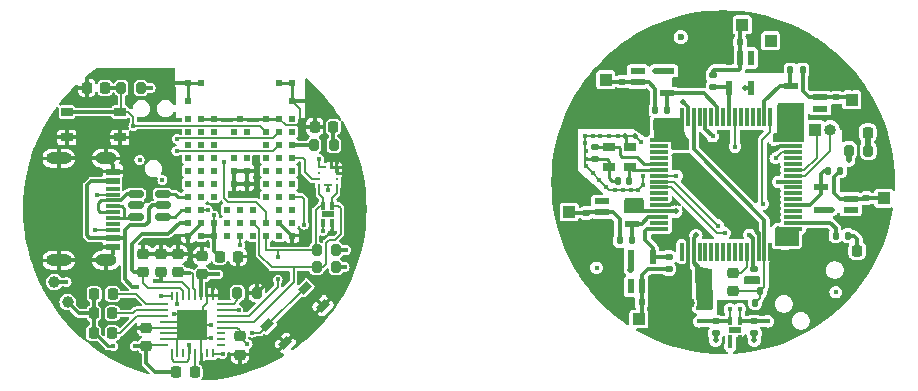
<source format=gtl>
G04 #@! TF.GenerationSoftware,KiCad,Pcbnew,8.0.6*
G04 #@! TF.CreationDate,2025-07-21T23:51:58+02:00*
G04 #@! TF.ProjectId,nRF5340,6e524635-3334-4302-9e6b-696361645f70,rev?*
G04 #@! TF.SameCoordinates,Original*
G04 #@! TF.FileFunction,Copper,L1,Top*
G04 #@! TF.FilePolarity,Positive*
%FSLAX46Y46*%
G04 Gerber Fmt 4.6, Leading zero omitted, Abs format (unit mm)*
G04 Created by KiCad (PCBNEW 8.0.6) date 2025-07-21 23:51:58*
%MOMM*%
%LPD*%
G01*
G04 APERTURE LIST*
G04 Aperture macros list*
%AMRoundRect*
0 Rectangle with rounded corners*
0 $1 Rounding radius*
0 $2 $3 $4 $5 $6 $7 $8 $9 X,Y pos of 4 corners*
0 Add a 4 corners polygon primitive as box body*
4,1,4,$2,$3,$4,$5,$6,$7,$8,$9,$2,$3,0*
0 Add four circle primitives for the rounded corners*
1,1,$1+$1,$2,$3*
1,1,$1+$1,$4,$5*
1,1,$1+$1,$6,$7*
1,1,$1+$1,$8,$9*
0 Add four rect primitives between the rounded corners*
20,1,$1+$1,$2,$3,$4,$5,0*
20,1,$1+$1,$4,$5,$6,$7,0*
20,1,$1+$1,$6,$7,$8,$9,0*
20,1,$1+$1,$8,$9,$2,$3,0*%
%AMRotRect*
0 Rectangle, with rotation*
0 The origin of the aperture is its center*
0 $1 length*
0 $2 width*
0 $3 Rotation angle, in degrees counterclockwise*
0 Add horizontal line*
21,1,$1,$2,0,0,$3*%
G04 Aperture macros list end*
G04 #@! TA.AperFunction,SMDPad,CuDef*
%ADD10RoundRect,0.140000X-0.170000X0.140000X-0.170000X-0.140000X0.170000X-0.140000X0.170000X0.140000X0*%
G04 #@! TD*
G04 #@! TA.AperFunction,SMDPad,CuDef*
%ADD11R,1.250000X0.500000*%
G04 #@! TD*
G04 #@! TA.AperFunction,SMDPad,CuDef*
%ADD12RoundRect,0.200000X0.200000X0.275000X-0.200000X0.275000X-0.200000X-0.275000X0.200000X-0.275000X0*%
G04 #@! TD*
G04 #@! TA.AperFunction,ComponentPad*
%ADD13R,1.000000X1.000000*%
G04 #@! TD*
G04 #@! TA.AperFunction,ComponentPad*
%ADD14O,1.000000X1.000000*%
G04 #@! TD*
G04 #@! TA.AperFunction,SMDPad,CuDef*
%ADD15RoundRect,0.140000X0.140000X0.170000X-0.140000X0.170000X-0.140000X-0.170000X0.140000X-0.170000X0*%
G04 #@! TD*
G04 #@! TA.AperFunction,SMDPad,CuDef*
%ADD16RoundRect,0.218750X-0.218750X-0.256250X0.218750X-0.256250X0.218750X0.256250X-0.218750X0.256250X0*%
G04 #@! TD*
G04 #@! TA.AperFunction,SMDPad,CuDef*
%ADD17RoundRect,0.135000X0.135000X0.185000X-0.135000X0.185000X-0.135000X-0.185000X0.135000X-0.185000X0*%
G04 #@! TD*
G04 #@! TA.AperFunction,SMDPad,CuDef*
%ADD18RoundRect,0.135000X-0.185000X0.135000X-0.185000X-0.135000X0.185000X-0.135000X0.185000X0.135000X0*%
G04 #@! TD*
G04 #@! TA.AperFunction,SMDPad,CuDef*
%ADD19RoundRect,0.140000X-0.140000X-0.170000X0.140000X-0.170000X0.140000X0.170000X-0.140000X0.170000X0*%
G04 #@! TD*
G04 #@! TA.AperFunction,SMDPad,CuDef*
%ADD20R,0.500000X1.250000*%
G04 #@! TD*
G04 #@! TA.AperFunction,SMDPad,CuDef*
%ADD21RoundRect,0.135000X-0.135000X-0.185000X0.135000X-0.185000X0.135000X0.185000X-0.135000X0.185000X0*%
G04 #@! TD*
G04 #@! TA.AperFunction,SMDPad,CuDef*
%ADD22RoundRect,0.135000X0.185000X-0.135000X0.185000X0.135000X-0.185000X0.135000X-0.185000X-0.135000X0*%
G04 #@! TD*
G04 #@! TA.AperFunction,SMDPad,CuDef*
%ADD23RoundRect,0.218750X0.256250X-0.218750X0.256250X0.218750X-0.256250X0.218750X-0.256250X-0.218750X0*%
G04 #@! TD*
G04 #@! TA.AperFunction,SMDPad,CuDef*
%ADD24RoundRect,0.140000X0.170000X-0.140000X0.170000X0.140000X-0.170000X0.140000X-0.170000X-0.140000X0*%
G04 #@! TD*
G04 #@! TA.AperFunction,SMDPad,CuDef*
%ADD25RoundRect,0.075000X-0.700000X-0.075000X0.700000X-0.075000X0.700000X0.075000X-0.700000X0.075000X0*%
G04 #@! TD*
G04 #@! TA.AperFunction,SMDPad,CuDef*
%ADD26RoundRect,0.075000X-0.075000X-0.700000X0.075000X-0.700000X0.075000X0.700000X-0.075000X0.700000X0*%
G04 #@! TD*
G04 #@! TA.AperFunction,SMDPad,CuDef*
%ADD27R,0.990600X0.736600*%
G04 #@! TD*
G04 #@! TA.AperFunction,SMDPad,CuDef*
%ADD28R,0.304800X0.711200*%
G04 #@! TD*
G04 #@! TA.AperFunction,SMDPad,CuDef*
%ADD29R,1.092200X0.508000*%
G04 #@! TD*
G04 #@! TA.AperFunction,SMDPad,CuDef*
%ADD30RoundRect,0.200000X-0.200000X-0.275000X0.200000X-0.275000X0.200000X0.275000X-0.200000X0.275000X0*%
G04 #@! TD*
G04 #@! TA.AperFunction,SMDPad,CuDef*
%ADD31R,0.254000X0.279400*%
G04 #@! TD*
G04 #@! TA.AperFunction,SMDPad,CuDef*
%ADD32R,0.279400X0.254000*%
G04 #@! TD*
G04 #@! TA.AperFunction,SMDPad,CuDef*
%ADD33RoundRect,0.225000X0.250000X-0.225000X0.250000X0.225000X-0.250000X0.225000X-0.250000X-0.225000X0*%
G04 #@! TD*
G04 #@! TA.AperFunction,SMDPad,CuDef*
%ADD34RoundRect,0.225000X-0.225000X-0.250000X0.225000X-0.250000X0.225000X0.250000X-0.225000X0.250000X0*%
G04 #@! TD*
G04 #@! TA.AperFunction,SMDPad,CuDef*
%ADD35RoundRect,0.218750X0.218750X0.256250X-0.218750X0.256250X-0.218750X-0.256250X0.218750X-0.256250X0*%
G04 #@! TD*
G04 #@! TA.AperFunction,SMDPad,CuDef*
%ADD36R,0.990600X0.711200*%
G04 #@! TD*
G04 #@! TA.AperFunction,SMDPad,CuDef*
%ADD37R,0.600000X0.600000*%
G04 #@! TD*
G04 #@! TA.AperFunction,SMDPad,CuDef*
%ADD38RoundRect,0.150000X-0.512500X-0.150000X0.512500X-0.150000X0.512500X0.150000X-0.512500X0.150000X0*%
G04 #@! TD*
G04 #@! TA.AperFunction,SMDPad,CuDef*
%ADD39RoundRect,0.225000X-0.250000X0.225000X-0.250000X-0.225000X0.250000X-0.225000X0.250000X0.225000X0*%
G04 #@! TD*
G04 #@! TA.AperFunction,SMDPad,CuDef*
%ADD40C,1.000000*%
G04 #@! TD*
G04 #@! TA.AperFunction,SMDPad,CuDef*
%ADD41RotRect,0.990600X0.711200X225.000000*%
G04 #@! TD*
G04 #@! TA.AperFunction,SMDPad,CuDef*
%ADD42R,0.254000X0.762000*%
G04 #@! TD*
G04 #@! TA.AperFunction,SMDPad,CuDef*
%ADD43R,0.762000X0.254000*%
G04 #@! TD*
G04 #@! TA.AperFunction,SMDPad,CuDef*
%ADD44R,2.606800X2.606800*%
G04 #@! TD*
G04 #@! TA.AperFunction,SMDPad,CuDef*
%ADD45R,1.150000X0.600000*%
G04 #@! TD*
G04 #@! TA.AperFunction,SMDPad,CuDef*
%ADD46R,1.150000X0.300000*%
G04 #@! TD*
G04 #@! TA.AperFunction,ComponentPad*
%ADD47O,1.800000X1.000000*%
G04 #@! TD*
G04 #@! TA.AperFunction,ComponentPad*
%ADD48O,2.200000X1.000000*%
G04 #@! TD*
G04 #@! TA.AperFunction,SMDPad,CuDef*
%ADD49RoundRect,0.225000X0.225000X0.250000X-0.225000X0.250000X-0.225000X-0.250000X0.225000X-0.250000X0*%
G04 #@! TD*
G04 #@! TA.AperFunction,ViaPad*
%ADD50C,0.450000*%
G04 #@! TD*
G04 #@! TA.AperFunction,ViaPad*
%ADD51C,0.500000*%
G04 #@! TD*
G04 #@! TA.AperFunction,ViaPad*
%ADD52C,0.600000*%
G04 #@! TD*
G04 #@! TA.AperFunction,ViaPad*
%ADD53C,0.400000*%
G04 #@! TD*
G04 #@! TA.AperFunction,Conductor*
%ADD54C,0.300000*%
G04 #@! TD*
G04 #@! TA.AperFunction,Conductor*
%ADD55C,0.200000*%
G04 #@! TD*
G04 #@! TA.AperFunction,Conductor*
%ADD56C,0.250000*%
G04 #@! TD*
G04 #@! TA.AperFunction,Conductor*
%ADD57C,0.500000*%
G04 #@! TD*
G04 #@! TA.AperFunction,Conductor*
%ADD58C,0.284000*%
G04 #@! TD*
G04 APERTURE END LIST*
D10*
X183260000Y-124115000D03*
X183260000Y-125075000D03*
D11*
X187625000Y-112102500D03*
X187625000Y-113052500D03*
X187625000Y-114002500D03*
X190125000Y-114002500D03*
X190125000Y-112102500D03*
D12*
X207140000Y-118835000D03*
X205490000Y-118835000D03*
D13*
X187720000Y-133100000D03*
D14*
X188990001Y-133100000D03*
D15*
X192830000Y-130155000D03*
X191870000Y-130155000D03*
D13*
X198864999Y-109544999D03*
D14*
X200135000Y-109544999D03*
D10*
X186285000Y-113002500D03*
X186285000Y-113962500D03*
D16*
X205527499Y-117315000D03*
X207102501Y-117315000D03*
D13*
X196454997Y-108205000D03*
D14*
X195184996Y-108205000D03*
D15*
X196280000Y-109655000D03*
X195320000Y-109655000D03*
D17*
X205392499Y-126035001D03*
X204372499Y-126034999D03*
D13*
X202645001Y-117065000D03*
D14*
X203915002Y-117065000D03*
D13*
X181810000Y-124045000D03*
D14*
X181810000Y-125315000D03*
D17*
X201570000Y-112025001D03*
X200550000Y-112024999D03*
D13*
X193230001Y-131715001D03*
D14*
X191960000Y-131715001D03*
D18*
X197479952Y-133304301D03*
X197479950Y-134324301D03*
D19*
X200980000Y-126535000D03*
X201940000Y-126535000D03*
D13*
X208444999Y-122879999D03*
D14*
X208444999Y-121609998D03*
D15*
X186906399Y-121410000D03*
X185946399Y-121410000D03*
D20*
X187010002Y-130324998D03*
X187960000Y-130325000D03*
X188910002Y-130325002D03*
X188909998Y-127825002D03*
X187009998Y-127824998D03*
D21*
X189105000Y-115392500D03*
X190125000Y-115392500D03*
D13*
X205734998Y-114550001D03*
D14*
X205734998Y-113280000D03*
D16*
X204624998Y-127305000D03*
X206200000Y-127305000D03*
D11*
X205639998Y-123864998D03*
X205640000Y-122915000D03*
X205640001Y-121964999D03*
X203140002Y-121965002D03*
X203139999Y-123865001D03*
D21*
X186100000Y-126445000D03*
X187120000Y-126445000D03*
D18*
X194219952Y-133304301D03*
X194219950Y-134324301D03*
D13*
X184920000Y-112852500D03*
D14*
X184920000Y-114122500D03*
D22*
X190239999Y-128855000D03*
X190240001Y-127835000D03*
D10*
X197500000Y-128875000D03*
X197500000Y-129835000D03*
D19*
X197970000Y-130755000D03*
X198930000Y-130755000D03*
D23*
X195700000Y-130752501D03*
X195700000Y-129177499D03*
D15*
X189290000Y-116985000D03*
X188330000Y-116985000D03*
D24*
X204420000Y-114345000D03*
X204420000Y-113385000D03*
D19*
X197560000Y-131705000D03*
X198520000Y-131705000D03*
D11*
X203069998Y-115284998D03*
X203070000Y-114335000D03*
X203070001Y-113384999D03*
X200570002Y-113385002D03*
X200569999Y-115285001D03*
X184600000Y-123125000D03*
X184600000Y-124075000D03*
X184600000Y-125025000D03*
X187100000Y-125025000D03*
X187100000Y-123125000D03*
D17*
X204770000Y-120545001D03*
X203750000Y-120544999D03*
D24*
X206980000Y-122864998D03*
X206980000Y-121904998D03*
D18*
X193980000Y-112465000D03*
X193980000Y-113485000D03*
D15*
X192820000Y-129235000D03*
X191860000Y-129235000D03*
D20*
X197239996Y-111005004D03*
X196289998Y-111005002D03*
X195339996Y-111005001D03*
X195340000Y-113505000D03*
X197240000Y-113505003D03*
D19*
X187940000Y-131665000D03*
X188900000Y-131665000D03*
D25*
X189425000Y-117965000D03*
X189425000Y-118465000D03*
X189425000Y-118965000D03*
X189425000Y-119465000D03*
X189425000Y-119965000D03*
X189425000Y-120465000D03*
X189425000Y-120965000D03*
X189425000Y-121465000D03*
X189425000Y-121965000D03*
X189425000Y-122465000D03*
X189425000Y-122965000D03*
X189425000Y-123465000D03*
X189425000Y-123965000D03*
X189425000Y-124465000D03*
X189425000Y-124965000D03*
X189425000Y-125465000D03*
D26*
X191350000Y-127390000D03*
X191850000Y-127390000D03*
X192350000Y-127390000D03*
X192850000Y-127390000D03*
X193350000Y-127390000D03*
X193850000Y-127390000D03*
X194350000Y-127390000D03*
X194850000Y-127390000D03*
X195350000Y-127390000D03*
X195850000Y-127390000D03*
X196350000Y-127390000D03*
X196850000Y-127390000D03*
X197350000Y-127390000D03*
X197850000Y-127390000D03*
X198350000Y-127390000D03*
X198850000Y-127390000D03*
D25*
X200775000Y-125465000D03*
X200775000Y-124965000D03*
X200775000Y-124465000D03*
X200775000Y-123965000D03*
X200775000Y-123465000D03*
X200775000Y-122965000D03*
X200775000Y-122465000D03*
X200775000Y-121965000D03*
X200775000Y-121465000D03*
X200775000Y-120965000D03*
X200775000Y-120465000D03*
X200775000Y-119965000D03*
X200775000Y-119465000D03*
X200775000Y-118965000D03*
X200775000Y-118465000D03*
X200775000Y-117965000D03*
D26*
X198850000Y-116040000D03*
X198350000Y-116040000D03*
X197850000Y-116040000D03*
X197350000Y-116040000D03*
X196850000Y-116040000D03*
X196350000Y-116040000D03*
X195850000Y-116040000D03*
X195350000Y-116040000D03*
X194850000Y-116040000D03*
X194350000Y-116040000D03*
X193850000Y-116040000D03*
X193350000Y-116040000D03*
X192850000Y-116040000D03*
X192350000Y-116040000D03*
X191850000Y-116040000D03*
X191350000Y-116040000D03*
D27*
X185212798Y-118535000D03*
X185212799Y-120265000D03*
X186940000Y-120265000D03*
X186939999Y-118535000D03*
D28*
X196260049Y-133305699D03*
X195459949Y-133305697D03*
X195459951Y-134804301D03*
X196260051Y-134804303D03*
D29*
X195860000Y-134055000D03*
D10*
X183996399Y-118580000D03*
X183996399Y-119540000D03*
D30*
X160425000Y-128725000D03*
X162075000Y-128725000D03*
D31*
X160649999Y-121762000D03*
X161150001Y-121762000D03*
X161650000Y-121762001D03*
X162150000Y-121762000D03*
D32*
X162162000Y-121249999D03*
X162162001Y-120750000D03*
D31*
X162150001Y-120238000D03*
X161649999Y-120238000D03*
X161150000Y-120237999D03*
X160650000Y-120238000D03*
D32*
X160638000Y-120750001D03*
X160637999Y-121250000D03*
D33*
X146000000Y-135375001D03*
X146000000Y-133824999D03*
D34*
X152224999Y-127825000D03*
X153775001Y-127825000D03*
D35*
X143162502Y-131000001D03*
X141587498Y-130999999D03*
D36*
X143775001Y-117724999D03*
X139274998Y-117724999D03*
X143775002Y-115575001D03*
X139274999Y-115575001D03*
D12*
X145550000Y-113525000D03*
X143900000Y-113525000D03*
D33*
X148725000Y-129150000D03*
X148725000Y-127600000D03*
D37*
X158349999Y-126049999D03*
X157250001Y-126050000D03*
X156150000Y-126049999D03*
X155050000Y-126050000D03*
X153949999Y-126050001D03*
X152850000Y-126050000D03*
X151749999Y-126050001D03*
X150650000Y-126050001D03*
X149549999Y-126050000D03*
X158350000Y-124950000D03*
X157250000Y-124950001D03*
X156150000Y-124950000D03*
X155050000Y-124950001D03*
X153950000Y-124950000D03*
X152849999Y-124950001D03*
X151750000Y-124950000D03*
X150650000Y-124949999D03*
X149550000Y-124950000D03*
X158349999Y-123850000D03*
X157250002Y-123850000D03*
X155050000Y-123850000D03*
X153949999Y-123850001D03*
X152850000Y-123850000D03*
X150650000Y-123850002D03*
X149549999Y-123850000D03*
X158350000Y-122750000D03*
X157250000Y-122750000D03*
X156150000Y-122750000D03*
X151750000Y-122750000D03*
X150650001Y-122750000D03*
X149550000Y-122750000D03*
X158350001Y-121650001D03*
X157250000Y-121650000D03*
X156150000Y-121650001D03*
X154500000Y-121650000D03*
X153400000Y-121650000D03*
X151750000Y-121650000D03*
X150650000Y-121650000D03*
X149549999Y-121650000D03*
X158350000Y-120550000D03*
X157250001Y-120550001D03*
X156150000Y-120550000D03*
X154499999Y-120550001D03*
X153400001Y-120549999D03*
X151750000Y-120550000D03*
X150649999Y-120549999D03*
X149550000Y-120550000D03*
X158350001Y-119450000D03*
X157250000Y-119450000D03*
X156150000Y-119450000D03*
X154500000Y-119450000D03*
X153400000Y-119450000D03*
X151750000Y-119449999D03*
X150650000Y-119450000D03*
X149549999Y-119449999D03*
X158350000Y-118350000D03*
X157249999Y-118350000D03*
X156150000Y-118350000D03*
X151750000Y-118350000D03*
X150650000Y-118350000D03*
X149550000Y-118350000D03*
X158350001Y-117250000D03*
X157250000Y-117249998D03*
X156150000Y-117250000D03*
X154500000Y-117250000D03*
X153400000Y-117250000D03*
X151750000Y-117250001D03*
X150649998Y-117250000D03*
X149550001Y-117250000D03*
X158350000Y-116150000D03*
X157250000Y-116150001D03*
X156150000Y-116150000D03*
X153950000Y-116150000D03*
X151750000Y-116150000D03*
X150650000Y-116149999D03*
X149550000Y-116150000D03*
X158350000Y-114650000D03*
X149549999Y-114650000D03*
X158350000Y-113150000D03*
X157250000Y-113150000D03*
X150650000Y-113150000D03*
X149550000Y-113150000D03*
D33*
X147250000Y-129150000D03*
X147250000Y-127600000D03*
D38*
X145137500Y-122525000D03*
X145137500Y-123475000D03*
X145137500Y-124425000D03*
X147412500Y-124425000D03*
X147412500Y-123475000D03*
X147412500Y-122525000D03*
D12*
X161875000Y-118350000D03*
X160225000Y-118350000D03*
D39*
X153925000Y-134575000D03*
X153925000Y-136125000D03*
D35*
X150137502Y-137625001D03*
X148562498Y-137624999D03*
D40*
X138225000Y-129975000D03*
D41*
X160974540Y-131969148D03*
X157792557Y-135151131D03*
X159454261Y-130448869D03*
X156272278Y-133630852D03*
D35*
X143137503Y-134288201D03*
X141562499Y-134288199D03*
D33*
X150750000Y-129325000D03*
X150750000Y-127775000D03*
D42*
X148150001Y-136000001D03*
X148650000Y-136000002D03*
X149149999Y-136000000D03*
X149650000Y-136000002D03*
X150150001Y-136000001D03*
X150650001Y-136000001D03*
X151150000Y-136000000D03*
X151649999Y-136000001D03*
D43*
X152325700Y-135324300D03*
X152325701Y-134824301D03*
X152325699Y-134324302D03*
X152325701Y-133824301D03*
X152325700Y-133324300D03*
X152325700Y-132824300D03*
X152325699Y-132324301D03*
X152325700Y-131824302D03*
D42*
X151649999Y-131148601D03*
X151150000Y-131148600D03*
X150650001Y-131148602D03*
X150150000Y-131148600D03*
X149649999Y-131148601D03*
X149149999Y-131148601D03*
X148650000Y-131148602D03*
X148150001Y-131148601D03*
D43*
X147474300Y-131824302D03*
X147474299Y-132324301D03*
X147474301Y-132824300D03*
X147474299Y-133324301D03*
X147474300Y-133824302D03*
X147474300Y-134324302D03*
X147474301Y-134824301D03*
X147474300Y-135324300D03*
D44*
X149900000Y-133574301D03*
D33*
X145750000Y-129150000D03*
X145750000Y-127600000D03*
D40*
X139350000Y-131675000D03*
D35*
X143137502Y-132625001D03*
X141562498Y-132624999D03*
D45*
X143187498Y-120615746D03*
X143187498Y-121415750D03*
D46*
X143187497Y-122565751D03*
X143187502Y-123565747D03*
X143187501Y-124065745D03*
X143187500Y-125065751D03*
D45*
X143187498Y-126215750D03*
X143187501Y-127015753D03*
D46*
X143187498Y-125565750D03*
X143187496Y-124565752D03*
X143187497Y-123065750D03*
X143187498Y-122065750D03*
D47*
X142612499Y-119495748D03*
D48*
X138612498Y-119495747D03*
D47*
X142612499Y-128135750D03*
D48*
X138612498Y-128135753D03*
D28*
X161775000Y-123499999D03*
X160974900Y-123499997D03*
X160974902Y-124998601D03*
X161775002Y-124998603D03*
D29*
X161374951Y-124249300D03*
D16*
X160262499Y-116825000D03*
X161837501Y-116825000D03*
D30*
X153725000Y-130900000D03*
X155375000Y-130900000D03*
X160425000Y-127275000D03*
X162075000Y-127275000D03*
D49*
X142525000Y-113525000D03*
X140975000Y-113525000D03*
D50*
X195409951Y-132254301D03*
X194980000Y-125805000D03*
X190900000Y-120965000D03*
X194420000Y-125185000D03*
X199505000Y-121475000D03*
X198610000Y-133304301D03*
D51*
X190730000Y-116425000D03*
D50*
X193960000Y-117625000D03*
D51*
X200180000Y-117335000D03*
X199510000Y-126695000D03*
X199366705Y-117895790D03*
X192550000Y-126015000D03*
D50*
X195860000Y-118505000D03*
X199300000Y-119475000D03*
X198220000Y-123345000D03*
D51*
X204039999Y-123865001D03*
D50*
X196269951Y-132234301D03*
X192810000Y-133305000D03*
D51*
X200180000Y-116745000D03*
D50*
X184130000Y-128750000D03*
D51*
X187100000Y-123795000D03*
X200170000Y-116115000D03*
X205480000Y-119675000D03*
X200840000Y-117345000D03*
X194219950Y-134915000D03*
X199510000Y-125495000D03*
D52*
X191255000Y-109250000D03*
D51*
X190860000Y-123975000D03*
D50*
X204380000Y-130825000D03*
D51*
X200830000Y-116115000D03*
X197479950Y-134915000D03*
X189055000Y-112092500D03*
X199500000Y-126095000D03*
D50*
X191320000Y-117935000D03*
D51*
X200170000Y-126535000D03*
D50*
X195285000Y-119500000D03*
X183210000Y-120185000D03*
X187930000Y-118075000D03*
D51*
X186990000Y-128935000D03*
D50*
X184960000Y-121935000D03*
D53*
X193155000Y-108050000D03*
D51*
X187615000Y-114722500D03*
X193550000Y-129225000D03*
X191590000Y-125445000D03*
D53*
X185055000Y-115750000D03*
D50*
X185310000Y-129715000D03*
D51*
X190705000Y-133025000D03*
D50*
X183200000Y-119525000D03*
D51*
X190740000Y-117005000D03*
X196674997Y-113505003D03*
X200850000Y-116735000D03*
D50*
X194530000Y-117305000D03*
D51*
X191350000Y-117335000D03*
X202650000Y-126535000D03*
D50*
X183180000Y-117575000D03*
X195449951Y-135395000D03*
D51*
X191600000Y-126025000D03*
X203080000Y-112675000D03*
D50*
X187040000Y-122205000D03*
D51*
X190190000Y-117015000D03*
D50*
X185680000Y-122215000D03*
X196249951Y-135375000D03*
X185930000Y-117575000D03*
D51*
X193460000Y-130295000D03*
X190630000Y-130650000D03*
D50*
X197620000Y-125585000D03*
D53*
X207530000Y-125350000D03*
X194305000Y-121975000D03*
D51*
X194500000Y-111025000D03*
X195460000Y-125325000D03*
X190170000Y-116435000D03*
X190860000Y-123275000D03*
D50*
X187650000Y-122185000D03*
D51*
X190730000Y-117955000D03*
D50*
X197065000Y-125965000D03*
X188050000Y-121025000D03*
X196940000Y-132445000D03*
D51*
X199400000Y-118595000D03*
X183410000Y-126315000D03*
D53*
X192105000Y-112425000D03*
D50*
X202560000Y-132565000D03*
D51*
X187430000Y-117575000D03*
D50*
X183800000Y-117595000D03*
X185180000Y-117575000D03*
X202570000Y-116025000D03*
D51*
X203200000Y-127275000D03*
D50*
X183200000Y-118845000D03*
X203900000Y-116015000D03*
X199430000Y-128035000D03*
X184430000Y-117575000D03*
D53*
X183030000Y-115800000D03*
X208030000Y-120175000D03*
D51*
X204480000Y-112435000D03*
X203240000Y-126535000D03*
X190630000Y-131800000D03*
D50*
X198780000Y-119085000D03*
D51*
X202650000Y-127265000D03*
D53*
X181555000Y-119975000D03*
D50*
X196890000Y-129845000D03*
D53*
X190630000Y-134550000D03*
D51*
X186580000Y-117575000D03*
D50*
X196935000Y-119675000D03*
X189660000Y-129705000D03*
X198450000Y-132465000D03*
X183190000Y-118225000D03*
D53*
X188280000Y-110575000D03*
D52*
X190255000Y-109225000D03*
D51*
X203750000Y-127285000D03*
D50*
X191930000Y-133375000D03*
D51*
X206270000Y-116365000D03*
X191430000Y-114700000D03*
X205640000Y-121205000D03*
X205530000Y-116345000D03*
D50*
X197430000Y-122675000D03*
X183805000Y-120780000D03*
D51*
X194250000Y-109605000D03*
X188330000Y-116325000D03*
D50*
X188060000Y-121725000D03*
X186410000Y-122205000D03*
D51*
X184620000Y-125815000D03*
D50*
X199420000Y-127385000D03*
X194780000Y-132445000D03*
D53*
X202830000Y-111050000D03*
D51*
X186480000Y-115075000D03*
D50*
X184345000Y-121320000D03*
D51*
X194980000Y-124795000D03*
D53*
X182805000Y-127700000D03*
D50*
X144925000Y-116775000D03*
X149550000Y-126850000D03*
D53*
X144350000Y-136325000D03*
D50*
X144700000Y-121150000D03*
D53*
X141525000Y-116825000D03*
D50*
X151450000Y-133575000D03*
X161775000Y-125675000D03*
X138600000Y-126950000D03*
X160000000Y-122725000D03*
X160225000Y-114625000D03*
D53*
X136975000Y-126250000D03*
D50*
X149925000Y-127775000D03*
X159850000Y-133850000D03*
D53*
X140075000Y-122250000D03*
X152275000Y-137400000D03*
D50*
X161625000Y-131325000D03*
D53*
X163525000Y-120725000D03*
X138600000Y-123775000D03*
D50*
X150975000Y-136900000D03*
X146500000Y-116000000D03*
X156025000Y-130300000D03*
X151847477Y-123707646D03*
X145175000Y-133825000D03*
X151450000Y-134675000D03*
D53*
X144825000Y-112475000D03*
D50*
X140975000Y-114425000D03*
X162150000Y-119775000D03*
X146012500Y-123137500D03*
D53*
X148275000Y-120300000D03*
D50*
X153925000Y-136925000D03*
D53*
X146950000Y-112550000D03*
D50*
X148850000Y-133824302D03*
X160275000Y-115825000D03*
X155700000Y-129075000D03*
X150812150Y-132662150D03*
X148350000Y-132700000D03*
X147250000Y-126850000D03*
D53*
X136925000Y-122125000D03*
X139750000Y-126200000D03*
D50*
X158325000Y-126625000D03*
X148725000Y-126800000D03*
X151650000Y-130475000D03*
D53*
X163575000Y-126350000D03*
D50*
X153400000Y-122350000D03*
X148025000Y-113125000D03*
D53*
X163550000Y-123550000D03*
D50*
X138600000Y-120725000D03*
D53*
X161725000Y-130300000D03*
X158450000Y-132650000D03*
D50*
X138425000Y-117725000D03*
D53*
X142550000Y-112450000D03*
D50*
X153750000Y-128675000D03*
X145750000Y-126875000D03*
X154500000Y-122400000D03*
D53*
X151750000Y-124325000D03*
D50*
X160975000Y-125625000D03*
X145025000Y-135375000D03*
X139250000Y-129975000D03*
X145437500Y-119637500D03*
X147375000Y-121350000D03*
X160650000Y-119550000D03*
X154575000Y-135225000D03*
X162925000Y-127250000D03*
X161400000Y-122200000D03*
X146375000Y-113525000D03*
X162800000Y-128725000D03*
X152100000Y-129325000D03*
D53*
X149600000Y-129200000D03*
X143225000Y-135400000D03*
X149625000Y-135300000D03*
X145200000Y-130350000D03*
X146750000Y-129900000D03*
X157150000Y-129750000D03*
X157175000Y-127850000D03*
X153824301Y-132324301D03*
X155000000Y-134275000D03*
X141825000Y-122600000D03*
X148650000Y-131825000D03*
X147250000Y-131175000D03*
X141700000Y-125575000D03*
X152475000Y-136100000D03*
X159400000Y-125125000D03*
D50*
X148625000Y-117850000D03*
X152600000Y-119850000D03*
X148575000Y-118875000D03*
X153950000Y-126825000D03*
X151200000Y-123850002D03*
D54*
X199415000Y-127390000D02*
X199420000Y-127385000D01*
X191850000Y-127390000D02*
X191850000Y-129225000D01*
D55*
X184345000Y-121320000D02*
X184960000Y-121935000D01*
X185650000Y-122185000D02*
X185680000Y-122215000D01*
D56*
X183215000Y-119540000D02*
X183200000Y-119525000D01*
D54*
X197620000Y-125585000D02*
X197850000Y-125815000D01*
D56*
X184995000Y-119540000D02*
X185212799Y-119757799D01*
D55*
X183180000Y-120155000D02*
X183210000Y-120185000D01*
D54*
X194250000Y-109605000D02*
X194300000Y-109655000D01*
X184600000Y-125025000D02*
X183310000Y-125025000D01*
X204480000Y-112435000D02*
X204480000Y-113325000D01*
D56*
X185212799Y-119757799D02*
X185212799Y-120265000D01*
D54*
X188910002Y-130325002D02*
X188910002Y-132930001D01*
D55*
X187430000Y-117575000D02*
X186580000Y-117575000D01*
X198816705Y-117288295D02*
X198180000Y-117925000D01*
D54*
X200775000Y-121465000D02*
X199515000Y-121465000D01*
X199515000Y-121465000D02*
X199505000Y-121475000D01*
D55*
X198180000Y-117925000D02*
X198180000Y-123305000D01*
X198180000Y-123305000D02*
X198220000Y-123345000D01*
X197970000Y-130755000D02*
X198350000Y-130375000D01*
D57*
X207102501Y-117315000D02*
X207102501Y-118797501D01*
D55*
X198816705Y-116073295D02*
X198816705Y-117288295D01*
X197950000Y-131315000D02*
X197950000Y-130775000D01*
D54*
X201570000Y-113760000D02*
X201570000Y-112025001D01*
D55*
X197560000Y-131705000D02*
X197950000Y-131315000D01*
D54*
X198350000Y-124745000D02*
X198350000Y-127390000D01*
X203070000Y-114335000D02*
X202145000Y-114335000D01*
D55*
X199810000Y-118965000D02*
X199300000Y-119475000D01*
X195850000Y-118495000D02*
X195850000Y-116040000D01*
D54*
X204770000Y-120545001D02*
X204270000Y-121045001D01*
D55*
X198350000Y-130375000D02*
X198350000Y-127390000D01*
D54*
X192350000Y-116040000D02*
X192350000Y-118745000D01*
D55*
X195860000Y-118505000D02*
X195850000Y-118495000D01*
D54*
X196289998Y-111005002D02*
X196289998Y-109664998D01*
X187960000Y-132660000D02*
X187665000Y-132955000D01*
X204715000Y-122915000D02*
X205640000Y-122915000D01*
D55*
X190700000Y-121465000D02*
X194420000Y-125185000D01*
D54*
X196289998Y-111930002D02*
X196289998Y-111005002D01*
X192810699Y-133304301D02*
X192810000Y-133305000D01*
X193980000Y-112062500D02*
X194042500Y-112000000D01*
X187960000Y-129400000D02*
X187960000Y-130325000D01*
X204270000Y-122470000D02*
X204715000Y-122915000D01*
X206980000Y-122864998D02*
X208429998Y-122864998D01*
X196220000Y-112000000D02*
X196289998Y-111930002D01*
D55*
X195700000Y-130752501D02*
X197967501Y-130752501D01*
D54*
X192350000Y-118745000D02*
X198350000Y-124745000D01*
D55*
X200775000Y-118965000D02*
X199810000Y-118965000D01*
D54*
X203070000Y-114335000D02*
X204410000Y-114335000D01*
X204420000Y-114345000D02*
X205529997Y-114345000D01*
X184600000Y-124075000D02*
X185525000Y-124075000D01*
X196280000Y-109655000D02*
X196280000Y-108379997D01*
X183260000Y-124115000D02*
X181880000Y-124115000D01*
X202145000Y-114335000D02*
X201570000Y-113760000D01*
X194042500Y-112000000D02*
X196220000Y-112000000D01*
X190239999Y-128855000D02*
X188505000Y-128855000D01*
X188505000Y-128855000D02*
X187960000Y-129400000D01*
X184600000Y-124075000D02*
X183300000Y-124075000D01*
D55*
X195409951Y-132254301D02*
X195409951Y-133255699D01*
D54*
X186100000Y-124650000D02*
X186100000Y-126445000D01*
D55*
X189425000Y-121465000D02*
X190700000Y-121465000D01*
D54*
X194219952Y-133304301D02*
X195458553Y-133304301D01*
X187960000Y-130325000D02*
X187960000Y-132660000D01*
X205640000Y-122915000D02*
X206929998Y-122915000D01*
X204270000Y-121045001D02*
X204270000Y-122470000D01*
X185525000Y-124075000D02*
X186100000Y-124650000D01*
X194219952Y-133304301D02*
X192810699Y-133304301D01*
X190125000Y-115392500D02*
X190125000Y-114002500D01*
X193193120Y-114005000D02*
X194350000Y-115161880D01*
X188550000Y-113052500D02*
X189105000Y-113607500D01*
X189105000Y-113607500D02*
X189105000Y-115392500D01*
X188500000Y-124465000D02*
X187940000Y-125025000D01*
X203750000Y-120544999D02*
X203390001Y-120544999D01*
X202164999Y-123465000D02*
X203140002Y-122489997D01*
X187625000Y-113052500D02*
X188550000Y-113052500D01*
X190127500Y-114005000D02*
X193193120Y-114005000D01*
X187625000Y-113052500D02*
X186335000Y-113052500D01*
X190240001Y-127835000D02*
X188919996Y-127835000D01*
D55*
X190450000Y-121965000D02*
X194290000Y-125805000D01*
X194290000Y-125805000D02*
X194980000Y-125805000D01*
X189425000Y-121965000D02*
X190450000Y-121965000D01*
X196269951Y-132234301D02*
X196269951Y-133295797D01*
D54*
X198610000Y-133304301D02*
X197479952Y-133304301D01*
X196260049Y-133305699D02*
X197478554Y-133305699D01*
X203140002Y-120794998D02*
X203140002Y-121965002D01*
X194350000Y-115161880D02*
X194350000Y-116040000D01*
X186285000Y-113002500D02*
X185070000Y-113002500D01*
X187120000Y-126445000D02*
X187120000Y-125045000D01*
D55*
X196850000Y-127390000D02*
X196850000Y-128689998D01*
X203910000Y-117070002D02*
X203910000Y-118855000D01*
X200775000Y-120465000D02*
X201734314Y-120465000D01*
D54*
X203940000Y-124965000D02*
X204372499Y-125397499D01*
X203390001Y-120544999D02*
X203140002Y-120794998D01*
D55*
X202770000Y-119429314D02*
X202770000Y-117189999D01*
D54*
X188270000Y-126435000D02*
X188909998Y-127074998D01*
X195350000Y-116040000D02*
X195350000Y-113515000D01*
X198350000Y-114680004D02*
X199645002Y-113385002D01*
D55*
X201734314Y-120465000D02*
X202770000Y-119429314D01*
D54*
X187940000Y-125025000D02*
X187100000Y-125025000D01*
X204372499Y-125397499D02*
X204372499Y-126034999D01*
X200775000Y-124965000D02*
X203940000Y-124965000D01*
X189425000Y-124465000D02*
X188500000Y-124465000D01*
X193979999Y-113485000D02*
X195320000Y-113485000D01*
X193350000Y-116040000D02*
X193350000Y-117015000D01*
X193350000Y-117015000D02*
X193960000Y-117625000D01*
X200775000Y-123465000D02*
X202164999Y-123465000D01*
X188909998Y-127074998D02*
X188909998Y-127825002D01*
X198350000Y-116040000D02*
X198350000Y-114680004D01*
X199645002Y-113385002D02*
X200570002Y-113385002D01*
X200550000Y-112024999D02*
X200550000Y-113365000D01*
D55*
X196362499Y-129177499D02*
X195700000Y-129177499D01*
D54*
X205920001Y-126035001D02*
X206200000Y-126315000D01*
D55*
X196850000Y-128689998D02*
X196362499Y-129177499D01*
D54*
X203140002Y-122489997D02*
X203140002Y-121965002D01*
X189425000Y-125465000D02*
X188420000Y-125465000D01*
X205392499Y-126035001D02*
X205920001Y-126035001D01*
D55*
X203910000Y-118855000D02*
X201800000Y-120965000D01*
D54*
X206200000Y-126315000D02*
X206200000Y-127305000D01*
X188270000Y-125615000D02*
X188270000Y-126435000D01*
D55*
X201800000Y-120965000D02*
X200775000Y-120965000D01*
D54*
X188420000Y-125465000D02*
X188270000Y-125615000D01*
D55*
X188060000Y-121035000D02*
X188050000Y-121025000D01*
D54*
X190720000Y-117965000D02*
X190730000Y-117955000D01*
X195449951Y-135395000D02*
X195449951Y-134814301D01*
X192350000Y-127390000D02*
X192350000Y-126215000D01*
X196674997Y-113505003D02*
X197240000Y-113505003D01*
X197350000Y-127390000D02*
X197350000Y-126250000D01*
X197350000Y-127390000D02*
X197350000Y-128735000D01*
X189425000Y-117965000D02*
X190720000Y-117965000D01*
X203770000Y-127305000D02*
X203750000Y-127285000D01*
X204624998Y-127305000D02*
X203770000Y-127305000D01*
D56*
X185435000Y-121410000D02*
X185212799Y-121187799D01*
D54*
X197850000Y-125815000D02*
X197850000Y-127390000D01*
X189425000Y-123465000D02*
X190320000Y-123465000D01*
D55*
X198520000Y-131705000D02*
X198930000Y-131295000D01*
D54*
X184600000Y-125025000D02*
X184600000Y-125795000D01*
X184600000Y-125795000D02*
X184620000Y-125815000D01*
D55*
X186580000Y-117575000D02*
X185930000Y-117575000D01*
D54*
X196249951Y-134814403D02*
X196260051Y-134804303D01*
X190510000Y-123275000D02*
X190860000Y-123275000D01*
D55*
X188060000Y-121725000D02*
X188060000Y-121035000D01*
D54*
X194300000Y-109655000D02*
X195320000Y-109655000D01*
X195320000Y-108340004D02*
X195320000Y-109655000D01*
X194500000Y-111025000D02*
X194519999Y-111005001D01*
X195320000Y-109655000D02*
X195320000Y-110985005D01*
D55*
X183180000Y-117575000D02*
X183180000Y-120155000D01*
X183805000Y-120780000D02*
X184345000Y-121320000D01*
X187930000Y-118075000D02*
X187430000Y-117575000D01*
X185210000Y-122185000D02*
X185650000Y-122185000D01*
D54*
X196249951Y-135375000D02*
X196249951Y-134814403D01*
X203070001Y-112684999D02*
X203080000Y-112675000D01*
X204420000Y-113385000D02*
X205629998Y-113385000D01*
D55*
X187650000Y-122185000D02*
X188060000Y-121775000D01*
D54*
X191850000Y-126275000D02*
X191600000Y-126025000D01*
X187625000Y-114002500D02*
X187625000Y-114712500D01*
D55*
X183210000Y-120185000D02*
X183805000Y-120780000D01*
X187620000Y-122215000D02*
X187650000Y-122185000D01*
D56*
X186650000Y-117645000D02*
X186580000Y-117575000D01*
X186650000Y-118245001D02*
X186650000Y-117645000D01*
D54*
X199516024Y-118595000D02*
X199646024Y-118465000D01*
X206980000Y-121904998D02*
X208149999Y-121904998D01*
X199400000Y-118595000D02*
X199516024Y-118595000D01*
X205640001Y-121205001D02*
X205640000Y-121205000D01*
X191850000Y-115120000D02*
X191850000Y-116040000D01*
D56*
X186939999Y-118535000D02*
X186650000Y-118245001D01*
D55*
X185680000Y-122215000D02*
X187620000Y-122215000D01*
D54*
X191860000Y-129235000D02*
X191860000Y-130285000D01*
D56*
X183996399Y-119540000D02*
X184995000Y-119540000D01*
D54*
X199646024Y-118465000D02*
X200775000Y-118465000D01*
D56*
X185212799Y-121187799D02*
X185212799Y-120265000D01*
D54*
X203080000Y-112675000D02*
X203080000Y-113375000D01*
X197500000Y-129845000D02*
X196890000Y-129845000D01*
X191850000Y-127390000D02*
X191850000Y-126275000D01*
X187625000Y-114002500D02*
X186325000Y-114002500D01*
X203070001Y-113384999D02*
X204419999Y-113384999D01*
X194519999Y-111005001D02*
X195339996Y-111005001D01*
X190320000Y-123465000D02*
X190510000Y-123275000D01*
X198850000Y-127390000D02*
X199415000Y-127390000D01*
D55*
X184960000Y-121935000D02*
X185210000Y-122185000D01*
D54*
X191430000Y-114700000D02*
X191850000Y-115120000D01*
D55*
X198930000Y-131295000D02*
X198930000Y-130755000D01*
D54*
X186285000Y-113962500D02*
X185080000Y-113962500D01*
X205640001Y-121964999D02*
X205640001Y-121205001D01*
D56*
X185946399Y-121410000D02*
X185435000Y-121410000D01*
D57*
X205530000Y-116345000D02*
X205530000Y-117312499D01*
D55*
X188060000Y-121775000D02*
X188060000Y-121725000D01*
D54*
X183260000Y-125075000D02*
X182050000Y-125075000D01*
D56*
X183996399Y-119540000D02*
X183215000Y-119540000D01*
D54*
X198450000Y-132465000D02*
X198450000Y-131845000D01*
D55*
X185930000Y-117575000D02*
X183180000Y-117575000D01*
D54*
X205640001Y-121964999D02*
X206919999Y-121964999D01*
D57*
X188330000Y-116985000D02*
X188330000Y-116325000D01*
D54*
X208149999Y-121904998D02*
X208444999Y-121609998D01*
X200775000Y-117965000D02*
X199435915Y-117965000D01*
X193540000Y-129235000D02*
X193550000Y-129225000D01*
D57*
X187100000Y-123795000D02*
X187100000Y-123125000D01*
D54*
X200170000Y-126535000D02*
X200980000Y-126535000D01*
D56*
X187563600Y-119375000D02*
X186266399Y-119375000D01*
D54*
X199540000Y-125465000D02*
X199510000Y-125495000D01*
D57*
X204039999Y-123865001D02*
X203139999Y-123865001D01*
D54*
X200569999Y-115285001D02*
X200569999Y-115854999D01*
X189425000Y-123965000D02*
X190850000Y-123965000D01*
X193460000Y-130295000D02*
X192830000Y-130295000D01*
X197350000Y-128735000D02*
X197500000Y-128885000D01*
X194219950Y-134915000D02*
X194219950Y-134324301D01*
X192350000Y-128285000D02*
X192820000Y-128755000D01*
D56*
X187140000Y-120465000D02*
X189425000Y-120465000D01*
D54*
X200775000Y-125465000D02*
X199540000Y-125465000D01*
D56*
X186906399Y-121410000D02*
X186906399Y-120298601D01*
D54*
X197479950Y-134915000D02*
X197479950Y-134324301D01*
X192820000Y-129235000D02*
X193540000Y-129235000D01*
D57*
X205490000Y-119665000D02*
X205480000Y-119675000D01*
D54*
X192820000Y-128755000D02*
X192820000Y-129235000D01*
D57*
X187009998Y-127824998D02*
X187009998Y-128915002D01*
D54*
X190850000Y-123965000D02*
X190860000Y-123975000D01*
D57*
X187009998Y-128915002D02*
X186990000Y-128935000D01*
D56*
X189425000Y-119965000D02*
X188153600Y-119965000D01*
D54*
X195449951Y-134814301D02*
X195459951Y-134804301D01*
D57*
X190125000Y-112102500D02*
X189065000Y-112102500D01*
D54*
X192820000Y-130285000D02*
X192820000Y-129235000D01*
D55*
X190900000Y-120965000D02*
X189425000Y-120965000D01*
D54*
X197350000Y-126250000D02*
X197065000Y-125965000D01*
X192350000Y-127390000D02*
X192350000Y-128285000D01*
X200569999Y-115854999D02*
X200830000Y-116115000D01*
D56*
X186119699Y-118644699D02*
X186010000Y-118535000D01*
D54*
X192350000Y-126215000D02*
X192550000Y-126015000D01*
D57*
X189065000Y-112102500D02*
X189055000Y-112092500D01*
D54*
X199435915Y-117965000D02*
X199366705Y-117895790D01*
D57*
X205490000Y-118835000D02*
X205490000Y-119665000D01*
D56*
X186010000Y-118535000D02*
X185212798Y-118535000D01*
X186266399Y-119375000D02*
X186119699Y-119228300D01*
X185212798Y-118535000D02*
X184041399Y-118535000D01*
D54*
X191350000Y-116040000D02*
X191350000Y-117335000D01*
D56*
X188153600Y-119965000D02*
X187563600Y-119375000D01*
X186119699Y-119228300D02*
X186119699Y-118644699D01*
D54*
X143775002Y-115575001D02*
X139274999Y-115575001D01*
D55*
X143900000Y-113525000D02*
X143900000Y-115450003D01*
X156150000Y-117250000D02*
X155625000Y-116725000D01*
D54*
X142525000Y-113525000D02*
X143900000Y-113525000D01*
D55*
X155625000Y-116725000D02*
X144975000Y-116725000D01*
X143775002Y-115575001D02*
X144500001Y-115575001D01*
X144975000Y-116725000D02*
X144925000Y-116775000D01*
X144925000Y-116000000D02*
X144925000Y-116775000D01*
X143900000Y-115450003D02*
X143775002Y-115575001D01*
X144500001Y-115575001D02*
X144925000Y-116000000D01*
D54*
X158350000Y-114650000D02*
X160200000Y-114650000D01*
D55*
X146000697Y-133824302D02*
X146000000Y-133824999D01*
X150650001Y-136000001D02*
X150650001Y-134324302D01*
D54*
X154500000Y-121650000D02*
X153400000Y-121650000D01*
D55*
X147474300Y-133824302D02*
X146000697Y-133824302D01*
D54*
X143187501Y-127015753D02*
X143187501Y-127560748D01*
D56*
X157250001Y-124950001D02*
X158349999Y-126049999D01*
D54*
X153400000Y-121650000D02*
X153400000Y-122350000D01*
D55*
X138612498Y-119495747D02*
X138612498Y-120712502D01*
D56*
X149549999Y-126050000D02*
X150650000Y-124949999D01*
D55*
X150825000Y-132050000D02*
X150825000Y-132649301D01*
D56*
X149550000Y-113150000D02*
X149550000Y-114649999D01*
D54*
X155975000Y-130300000D02*
X155375000Y-130900000D01*
X154500000Y-121650000D02*
X154500000Y-122400000D01*
X160974540Y-131969148D02*
X160980852Y-131969148D01*
D55*
X138612498Y-126962498D02*
X138600000Y-126950000D01*
X151150000Y-131148600D02*
X151150000Y-131725000D01*
D54*
X138612498Y-119495747D02*
X142612498Y-119495747D01*
X153925000Y-136125000D02*
X153925000Y-136925000D01*
D56*
X157250000Y-113150000D02*
X158350000Y-113150000D01*
D54*
X153400001Y-120549999D02*
X154499997Y-120549999D01*
X149550000Y-113150000D02*
X148050000Y-113150000D01*
X144590746Y-120615746D02*
X143187498Y-120615746D01*
D55*
X150650001Y-136000001D02*
X150650001Y-136575001D01*
X147474300Y-133824302D02*
X148850000Y-133824302D01*
X149649999Y-133824302D02*
X149900000Y-133574301D01*
D54*
X139274998Y-117724999D02*
X143775001Y-117724999D01*
D55*
X150812150Y-132662151D02*
X149900000Y-133574301D01*
D54*
X160200000Y-114650000D02*
X160225000Y-114625000D01*
D55*
X138612498Y-120712502D02*
X138600000Y-120725000D01*
D54*
X156025000Y-130300000D02*
X155975000Y-130300000D01*
X142612498Y-119495747D02*
X142612499Y-119495748D01*
X143187501Y-127560748D02*
X142612499Y-128135750D01*
X149549999Y-126050000D02*
X149549999Y-126849999D01*
D55*
X151649999Y-130475001D02*
X151650000Y-130475000D01*
D54*
X160262499Y-115837501D02*
X160275000Y-115825000D01*
D55*
X146012500Y-123137500D02*
X145675000Y-123475000D01*
D54*
X154499999Y-120550001D02*
X154499999Y-121649999D01*
X144700000Y-120625000D02*
X144600000Y-120625000D01*
D55*
X150650001Y-136575001D02*
X150975000Y-136900000D01*
D54*
X160980852Y-131969148D02*
X161625000Y-131325000D01*
D55*
X151450000Y-134675000D02*
X151000699Y-134675000D01*
X159025000Y-115325000D02*
X158350000Y-114650000D01*
X148350000Y-132700000D02*
X149025699Y-132700000D01*
D54*
X160262499Y-116825000D02*
X160262499Y-115837501D01*
D55*
X161775002Y-124998603D02*
X161775002Y-125674998D01*
X151450000Y-133575000D02*
X149900699Y-133575000D01*
D54*
X145750000Y-127600000D02*
X145750000Y-126875000D01*
X138612498Y-128135753D02*
X142612496Y-128135753D01*
X149549999Y-126849999D02*
X149550000Y-126850000D01*
D55*
X147474301Y-134824301D02*
X148650000Y-134824301D01*
D54*
X144700000Y-121150000D02*
X144700000Y-120625000D01*
X148050000Y-113150000D02*
X148025000Y-113125000D01*
X150750000Y-127775000D02*
X149925000Y-127775000D01*
X157792557Y-135151131D02*
X160974540Y-131969148D01*
D55*
X150812150Y-132662150D02*
X150812150Y-132662151D01*
X150812151Y-132662150D02*
X150812150Y-132662150D01*
D54*
X138425001Y-117724999D02*
X138425000Y-117725000D01*
D55*
X161649999Y-120238000D02*
X162150001Y-120238000D01*
D56*
X151749999Y-116149999D02*
X151750000Y-116150000D01*
X150650000Y-113150000D02*
X149550000Y-113150000D01*
D54*
X153400001Y-120549999D02*
X153400001Y-121649999D01*
X139274998Y-117724999D02*
X138425001Y-117724999D01*
D55*
X159025000Y-116475000D02*
X159025000Y-115325000D01*
D56*
X157250000Y-124950001D02*
X157250001Y-124950001D01*
D55*
X148650000Y-136000002D02*
X148650000Y-134824301D01*
D54*
X140975000Y-113525000D02*
X140975000Y-114425000D01*
D55*
X157799999Y-116700000D02*
X158800000Y-116700000D01*
D56*
X149550000Y-114649999D02*
X149549999Y-114650000D01*
D54*
X143187498Y-120615746D02*
X143187498Y-120070747D01*
D56*
X151750000Y-116150000D02*
X153950000Y-116150000D01*
D54*
X143187498Y-120070747D02*
X142612499Y-119495748D01*
D55*
X148650000Y-134824301D02*
X149900000Y-133574301D01*
X149650000Y-133324301D02*
X149900000Y-133574301D01*
X151649999Y-131148601D02*
X151149999Y-131148601D01*
D56*
X153950000Y-116150000D02*
X157249999Y-116150000D01*
D54*
X145175001Y-133824999D02*
X145175000Y-133825000D01*
X144600000Y-120625000D02*
X144590746Y-120615746D01*
D56*
X157249999Y-116150000D02*
X157250000Y-116150001D01*
D55*
X162150001Y-120238000D02*
X162150001Y-120738000D01*
X145675000Y-123475000D02*
X145137500Y-123475000D01*
D54*
X142612496Y-128135753D02*
X142612499Y-128135750D01*
D55*
X147474300Y-134324302D02*
X149149999Y-134324302D01*
X149900699Y-133575000D02*
X149900000Y-133574301D01*
X150825000Y-132649301D02*
X150812151Y-132662150D01*
X138612498Y-128135753D02*
X138612498Y-126962498D01*
X151649999Y-131148601D02*
X151649999Y-130475001D01*
X151000699Y-134675000D02*
X149900000Y-133574301D01*
D56*
X158350000Y-113150000D02*
X158350000Y-114650000D01*
D54*
X159484344Y-133484344D02*
X159459344Y-133484344D01*
D55*
X151150000Y-131725000D02*
X150825000Y-132050000D01*
D54*
X153400001Y-121649999D02*
X153400000Y-121650000D01*
X153775001Y-127825000D02*
X153775001Y-128649999D01*
D55*
X157250000Y-116150001D02*
X157799999Y-116700000D01*
D54*
X153775001Y-128649999D02*
X153750000Y-128675000D01*
D55*
X147474299Y-133324301D02*
X148875000Y-133324301D01*
D54*
X159850000Y-133850000D02*
X159484344Y-133484344D01*
X154499997Y-120549999D02*
X154499999Y-120550001D01*
D55*
X162150001Y-119775001D02*
X162150000Y-119775000D01*
D54*
X147250000Y-127600000D02*
X147250000Y-126850000D01*
D55*
X161775002Y-125674998D02*
X161775000Y-125675000D01*
D54*
X148725000Y-127600000D02*
X148725000Y-126800000D01*
D56*
X150650000Y-116149999D02*
X151749999Y-116149999D01*
D55*
X162150001Y-120238000D02*
X162150001Y-119775001D01*
X149149999Y-134324302D02*
X149900000Y-133574301D01*
X162150001Y-120738000D02*
X162162001Y-120750000D01*
X158800000Y-116700000D02*
X159025000Y-116475000D01*
D54*
X154499999Y-121649999D02*
X154500000Y-121650000D01*
X146000000Y-133824999D02*
X145175001Y-133824999D01*
D55*
X145750000Y-130075000D02*
X146125000Y-130450000D01*
D54*
X144800000Y-126725000D02*
X144800000Y-128950000D01*
D55*
X146125000Y-130450000D02*
X148859398Y-130450000D01*
D54*
X149550000Y-124950000D02*
X148825000Y-124950000D01*
X145000000Y-129150000D02*
X145750000Y-129150000D01*
X148825000Y-124950000D02*
X147875000Y-125900000D01*
X144800000Y-128950000D02*
X145000000Y-129150000D01*
D55*
X149149999Y-130740601D02*
X149149999Y-131148601D01*
X145750000Y-129400000D02*
X145750000Y-130075000D01*
D54*
X145625000Y-125900000D02*
X144800000Y-126725000D01*
X147875000Y-125900000D02*
X145625000Y-125900000D01*
D55*
X148859398Y-130450000D02*
X149149999Y-130740601D01*
X151750000Y-126050000D02*
X151749999Y-126050001D01*
D54*
X151749999Y-124950001D02*
X151750000Y-124950000D01*
X145025001Y-135375001D02*
X145025000Y-135375000D01*
D55*
X161400000Y-122200000D02*
X161400000Y-121762000D01*
X153925000Y-134050000D02*
X153925000Y-134575000D01*
X160974902Y-125624902D02*
X160975000Y-125625000D01*
X160650000Y-120238000D02*
X160650000Y-119550000D01*
D54*
X151749999Y-126050001D02*
X151749999Y-127350000D01*
X162075000Y-127275000D02*
X162900000Y-127275000D01*
X151749999Y-127350000D02*
X152224999Y-127825000D01*
X146000000Y-136850000D02*
X146774999Y-137624999D01*
X146774999Y-137624999D02*
X148562498Y-137624999D01*
X145550000Y-113525000D02*
X146375000Y-113525000D01*
X151749999Y-126050001D02*
X151749999Y-124950001D01*
D55*
X161149999Y-120238000D02*
X161150000Y-120237999D01*
D54*
X150650000Y-126050001D02*
X151749999Y-126050001D01*
X146000000Y-135375001D02*
X146000000Y-136850000D01*
X138225000Y-129975000D02*
X139250000Y-129975000D01*
D55*
X161649999Y-121762000D02*
X161650000Y-121762001D01*
X160650000Y-120238000D02*
X161149999Y-120238000D01*
D54*
X146000000Y-135375001D02*
X145025001Y-135375001D01*
D55*
X147474300Y-135324300D02*
X146050701Y-135324300D01*
X151750000Y-124325000D02*
X151750000Y-124950000D01*
X153925000Y-134575000D02*
X154575000Y-135225000D01*
D54*
X162900000Y-127275000D02*
X162925000Y-127250000D01*
D55*
X152325701Y-133824301D02*
X153699301Y-133824301D01*
X161150001Y-121762000D02*
X161649999Y-121762000D01*
D54*
X162075000Y-128725000D02*
X162800000Y-128725000D01*
D55*
X153699301Y-133824301D02*
X153925000Y-134050000D01*
X160974902Y-124998601D02*
X160974902Y-125624902D01*
D54*
X150750000Y-129325000D02*
X152100000Y-129325000D01*
X150650001Y-131148602D02*
X150650001Y-129424999D01*
X150650001Y-129424999D02*
X150750000Y-129325000D01*
D55*
X149850000Y-129175000D02*
X149975000Y-129300000D01*
D56*
X149650000Y-135325000D02*
X149625000Y-135300000D01*
X142750000Y-135400000D02*
X141638199Y-134288199D01*
D54*
X140299999Y-132624999D02*
X139350000Y-131675000D01*
D55*
X148150001Y-136000001D02*
X148150001Y-136500001D01*
X149600000Y-129200000D02*
X149625000Y-129175000D01*
D54*
X141587498Y-134263200D02*
X141562499Y-134288199D01*
D55*
X148150001Y-136500001D02*
X148350000Y-136700000D01*
D54*
X148775000Y-129200000D02*
X149600000Y-129200000D01*
D56*
X149650000Y-136000002D02*
X149650000Y-135325000D01*
D55*
X149625000Y-129175000D02*
X149850000Y-129175000D01*
D56*
X141638199Y-134288199D02*
X141562499Y-134288199D01*
D55*
X150150000Y-130625736D02*
X150150000Y-131148600D01*
D54*
X141587498Y-130999999D02*
X141587498Y-134263200D01*
D55*
X149975000Y-129300000D02*
X149975000Y-130450736D01*
D54*
X141562498Y-132624999D02*
X140299999Y-132624999D01*
D55*
X149462500Y-136700000D02*
X149650000Y-136512500D01*
X149650000Y-136512500D02*
X149650000Y-136000002D01*
X149975000Y-130450736D02*
X150150000Y-130625736D01*
D56*
X143225000Y-135400000D02*
X142750000Y-135400000D01*
D55*
X148350000Y-136700000D02*
X149462500Y-136700000D01*
D54*
X144625000Y-125175000D02*
X144200000Y-125600000D01*
X144200000Y-126375000D02*
X144200000Y-129725000D01*
X143187498Y-126215750D02*
X144084250Y-126215750D01*
X147250000Y-129150000D02*
X147250000Y-129900000D01*
D55*
X149050000Y-129950000D02*
X149649999Y-130549999D01*
D54*
X140975000Y-126000000D02*
X141190750Y-126215750D01*
X143187498Y-121415750D02*
X141334250Y-121415750D01*
X147250000Y-129900000D02*
X146750000Y-129900000D01*
X140975000Y-121775000D02*
X140975000Y-126000000D01*
D55*
X147250000Y-129900000D02*
X147300000Y-129950000D01*
X149649999Y-130549999D02*
X149649999Y-131148601D01*
D54*
X147412500Y-123475000D02*
X146525000Y-123475000D01*
X144825000Y-130350000D02*
X145200000Y-130350000D01*
X145925000Y-125175000D02*
X144625000Y-125175000D01*
X146250000Y-123750000D02*
X146250000Y-124850000D01*
D55*
X147250000Y-129300000D02*
X147250000Y-129150000D01*
D54*
X144200000Y-125600000D02*
X144200000Y-126375000D01*
X146525000Y-123475000D02*
X146250000Y-123750000D01*
D55*
X147300000Y-129950000D02*
X149050000Y-129950000D01*
D54*
X146250000Y-124850000D02*
X145925000Y-125175000D01*
X144200000Y-126100000D02*
X144200000Y-126375000D01*
X141190750Y-126215750D02*
X143187498Y-126215750D01*
X144200000Y-129725000D02*
X144825000Y-130350000D01*
X141334250Y-121415750D02*
X140975000Y-121775000D01*
X161837501Y-116825000D02*
X161837501Y-118312501D01*
X161837501Y-118312501D02*
X161875000Y-118350000D01*
D55*
X147474301Y-132824300D02*
X145250700Y-132824300D01*
X145250700Y-132824300D02*
X143786799Y-134288201D01*
X143786799Y-134288201D02*
X143137503Y-134288201D01*
X153425698Y-131824302D02*
X153725000Y-131525000D01*
X152325700Y-131824302D02*
X153425698Y-131824302D01*
X153725000Y-131525000D02*
X153725000Y-130900000D01*
X157150000Y-130375000D02*
X154700700Y-132824300D01*
X157150000Y-127275000D02*
X157175000Y-127300000D01*
X157175000Y-127300000D02*
X157175000Y-127850000D01*
X156150000Y-127275000D02*
X160425000Y-127275000D01*
X157150000Y-129750000D02*
X157150000Y-130375000D01*
X160649999Y-122524999D02*
X160974900Y-122849900D01*
X156150000Y-126049999D02*
X156150000Y-127275000D01*
X160350000Y-127200000D02*
X160350000Y-123850000D01*
X160350000Y-123850000D02*
X160700003Y-123499997D01*
X160700003Y-123499997D02*
X160974900Y-123499997D01*
X154700700Y-132824300D02*
X152325700Y-132824300D01*
X160974900Y-122849900D02*
X160974900Y-123499997D01*
X160649999Y-121762000D02*
X160649999Y-122524999D01*
X156272278Y-133630852D02*
X159454261Y-130448869D01*
X155000000Y-134275000D02*
X155628130Y-134275000D01*
X152325699Y-132324301D02*
X153824301Y-132324301D01*
X155628130Y-134275000D02*
X156272278Y-133630852D01*
X153825000Y-132325000D02*
X153824301Y-132324301D01*
X141825000Y-122600000D02*
X143153248Y-122600000D01*
X148650000Y-131148602D02*
X148650000Y-131825000D01*
X143153248Y-122600000D02*
X143187497Y-122565751D01*
X150137502Y-137625001D02*
X150137502Y-136012500D01*
X150137502Y-136012500D02*
X150150001Y-136000001D01*
X141700000Y-125575000D02*
X143178248Y-125575000D01*
X143178248Y-125575000D02*
X143187498Y-125565750D01*
X147276399Y-131148601D02*
X147250000Y-131175000D01*
X148150001Y-131148601D02*
X147276399Y-131148601D01*
X162150000Y-122450000D02*
X161775000Y-122825000D01*
X158475000Y-129975000D02*
X158475000Y-128725000D01*
X162475000Y-125900000D02*
X162475000Y-123700000D01*
X161975000Y-126400000D02*
X162475000Y-125900000D01*
X155050000Y-124950001D02*
X155575000Y-125475001D01*
X156625000Y-128725000D02*
X160425000Y-128725000D01*
X160425000Y-128725000D02*
X160975000Y-128725000D01*
X162274999Y-123499999D02*
X161775000Y-123499999D01*
X161250000Y-128450000D02*
X161250000Y-126625000D01*
X161475000Y-126400000D02*
X161975000Y-126400000D01*
X162475000Y-123700000D02*
X162274999Y-123499999D01*
X158475000Y-128725000D02*
X160425000Y-128725000D01*
X161775000Y-122825000D02*
X161775000Y-123499999D01*
X161250000Y-126625000D02*
X161475000Y-126400000D01*
X155575000Y-125475001D02*
X155575000Y-127675000D01*
X155575000Y-127675000D02*
X156625000Y-128725000D01*
X152325700Y-133324300D02*
X155125700Y-133324300D01*
X155125700Y-133324300D02*
X158475000Y-129975000D01*
X160975000Y-128725000D02*
X161250000Y-128450000D01*
X162150000Y-121762000D02*
X162150000Y-122450000D01*
X159175000Y-122750000D02*
X159400000Y-122975000D01*
X159400000Y-122975000D02*
X159400000Y-125125000D01*
X152475000Y-136100000D02*
X151749998Y-136100000D01*
X158350000Y-122750000D02*
X159175000Y-122750000D01*
X157250000Y-117249998D02*
X156699998Y-117800000D01*
X148675000Y-117800000D02*
X148625000Y-117850000D01*
X156699998Y-117800000D02*
X148675000Y-117800000D01*
X152600000Y-122850000D02*
X152600000Y-119850000D01*
X156150000Y-124000000D02*
X155325000Y-123175000D01*
X155325000Y-123175000D02*
X152925000Y-123175000D01*
X152925000Y-123175000D02*
X152600000Y-122850000D01*
X156150000Y-124950000D02*
X156150000Y-124000000D01*
X156699999Y-118900000D02*
X157249999Y-118350000D01*
X148575000Y-118875000D02*
X148600000Y-118900000D01*
X148600000Y-118900000D02*
X156699999Y-118900000D01*
D58*
X143187502Y-123565747D02*
X143940747Y-123565747D01*
X143187496Y-124565752D02*
X143196744Y-124575000D01*
X144125000Y-123750000D02*
X144125000Y-124500000D01*
X145112500Y-124575000D02*
X145187500Y-124500000D01*
X143940747Y-123565747D02*
X144125000Y-123750000D01*
X143196744Y-124575000D02*
X145112500Y-124575000D01*
X143187497Y-123065750D02*
X143784250Y-123065750D01*
X142115745Y-124065745D02*
X143187501Y-124065745D01*
X141925000Y-123875000D02*
X142115745Y-124065745D01*
X143187497Y-123065750D02*
X142134250Y-123065750D01*
X142134250Y-123065750D02*
X141925000Y-123275000D01*
X144375000Y-122475000D02*
X145062500Y-122475000D01*
X141925000Y-123275000D02*
X141925000Y-123875000D01*
X143784250Y-123065750D02*
X144375000Y-122475000D01*
D55*
X153949999Y-126050001D02*
X153949999Y-126824999D01*
X153949999Y-126824999D02*
X153950000Y-126825000D01*
X151200000Y-123850002D02*
X150650000Y-123850002D01*
D54*
X158350000Y-118350000D02*
X160225000Y-118350000D01*
D58*
X148400000Y-124425000D02*
X148975000Y-123850000D01*
X147412500Y-124425000D02*
X148400000Y-124425000D01*
X148975000Y-123850000D02*
X149549999Y-123850000D01*
X148700000Y-122750000D02*
X149550000Y-122750000D01*
X147412500Y-122525000D02*
X148475000Y-122525000D01*
X148475000Y-122525000D02*
X148700000Y-122750000D01*
D55*
X159425000Y-120650000D02*
X159425000Y-119625000D01*
X159250000Y-119450000D02*
X158350001Y-119450000D01*
X160025000Y-121250000D02*
X159425000Y-120650000D01*
X159425000Y-119625000D02*
X159250000Y-119450000D01*
X160637999Y-121250000D02*
X160025000Y-121250000D01*
X147474299Y-132324301D02*
X145150699Y-132324301D01*
X145150699Y-132324301D02*
X144849999Y-132625001D01*
X144849999Y-132625001D02*
X143137502Y-132625001D01*
X145175001Y-131000001D02*
X143162502Y-131000001D01*
X145999302Y-131824302D02*
X145175001Y-131000001D01*
X147474300Y-131824302D02*
X145999302Y-131824302D01*
G04 #@! TA.AperFunction,Conductor*
G36*
X159563157Y-112718379D02*
G01*
X159596524Y-112737144D01*
X159858540Y-112960927D01*
X159862392Y-112964395D01*
X160411169Y-113485165D01*
X160414834Y-113488830D01*
X160935604Y-114037607D01*
X160939072Y-114041459D01*
X161430399Y-114616729D01*
X161433661Y-114620757D01*
X161894218Y-115220966D01*
X161897247Y-115225134D01*
X162111246Y-115536504D01*
X162325777Y-115848650D01*
X162328599Y-115852997D01*
X162517010Y-116160455D01*
X162531294Y-116219949D01*
X162507879Y-116276477D01*
X162455710Y-116308447D01*
X162394713Y-116303646D01*
X162362598Y-116282188D01*
X162305752Y-116225342D01*
X162256075Y-116200030D01*
X162187424Y-116165050D01*
X162187421Y-116165049D01*
X162158415Y-116160455D01*
X162089250Y-116149500D01*
X162089247Y-116149500D01*
X161585755Y-116149500D01*
X161585752Y-116149500D01*
X161487581Y-116165049D01*
X161487577Y-116165050D01*
X161369251Y-116225341D01*
X161275342Y-116319250D01*
X161215051Y-116437576D01*
X161215050Y-116437580D01*
X161199501Y-116535751D01*
X161199501Y-117114248D01*
X161215050Y-117212419D01*
X161215051Y-117212423D01*
X161238431Y-117258308D01*
X161275343Y-117330751D01*
X161369250Y-117424658D01*
X161432947Y-117457113D01*
X161476211Y-117500377D01*
X161487001Y-117545322D01*
X161487001Y-117660631D01*
X161468094Y-117718822D01*
X161442029Y-117741086D01*
X161442962Y-117742370D01*
X161436660Y-117746948D01*
X161346949Y-117836659D01*
X161289354Y-117949695D01*
X161274500Y-118043477D01*
X161274500Y-118656520D01*
X161274501Y-118656523D01*
X161289352Y-118750299D01*
X161289354Y-118750304D01*
X161346950Y-118863342D01*
X161436658Y-118953050D01*
X161549696Y-119010646D01*
X161643481Y-119025500D01*
X162106518Y-119025499D01*
X162106520Y-119025499D01*
X162106521Y-119025498D01*
X162153411Y-119018072D01*
X162200299Y-119010647D01*
X162200299Y-119010646D01*
X162200304Y-119010646D01*
X162313342Y-118953050D01*
X162403050Y-118863342D01*
X162460646Y-118750304D01*
X162475500Y-118656519D01*
X162475499Y-118043482D01*
X162465941Y-117983127D01*
X162460647Y-117949700D01*
X162460646Y-117949698D01*
X162460646Y-117949696D01*
X162403050Y-117836658D01*
X162313342Y-117746950D01*
X162297474Y-117738865D01*
X162242055Y-117710627D01*
X162198791Y-117667362D01*
X162188001Y-117622418D01*
X162188001Y-117545322D01*
X162206908Y-117487131D01*
X162242054Y-117457113D01*
X162305752Y-117424658D01*
X162399659Y-117330751D01*
X162459952Y-117212420D01*
X162474295Y-117121860D01*
X162475501Y-117114248D01*
X162475501Y-116535751D01*
X162458733Y-116429885D01*
X162462465Y-116429293D01*
X162462126Y-116384509D01*
X162497713Y-116334737D01*
X162555758Y-116315389D01*
X162614091Y-116333854D01*
X162640919Y-116362656D01*
X162723889Y-116498050D01*
X162726463Y-116502508D01*
X162744514Y-116535754D01*
X163087461Y-117167386D01*
X163089814Y-117172004D01*
X163329494Y-117674501D01*
X163413202Y-117849999D01*
X163415515Y-117854847D01*
X163417623Y-117859583D01*
X163707139Y-118558540D01*
X163708996Y-118563378D01*
X163961528Y-119276505D01*
X163963130Y-119281434D01*
X164177999Y-120006819D01*
X164179341Y-120011826D01*
X164355956Y-120747480D01*
X164357033Y-120752550D01*
X164494898Y-121496403D01*
X164495709Y-121501522D01*
X164594457Y-122251588D01*
X164594999Y-122256743D01*
X164654356Y-123010958D01*
X164654627Y-123016133D01*
X164674432Y-123772408D01*
X164674432Y-123777592D01*
X164654627Y-124533866D01*
X164654356Y-124539041D01*
X164594999Y-125293256D01*
X164594457Y-125298411D01*
X164495709Y-126048477D01*
X164494898Y-126053596D01*
X164357033Y-126797449D01*
X164355956Y-126802519D01*
X164179341Y-127538173D01*
X164177999Y-127543180D01*
X163963130Y-128268565D01*
X163961528Y-128273494D01*
X163708996Y-128986621D01*
X163707139Y-128991459D01*
X163417623Y-129690416D01*
X163415515Y-129695152D01*
X163089814Y-130377995D01*
X163087461Y-130382613D01*
X162726467Y-131047484D01*
X162723875Y-131051972D01*
X162328599Y-131697002D01*
X162325777Y-131701349D01*
X161897256Y-132324853D01*
X161894209Y-132329046D01*
X161433661Y-132929242D01*
X161430399Y-132933270D01*
X160939072Y-133508540D01*
X160935604Y-133512392D01*
X160414834Y-134061169D01*
X160411169Y-134064834D01*
X159862392Y-134585604D01*
X159858540Y-134589072D01*
X159283270Y-135080399D01*
X159279242Y-135083661D01*
X158679046Y-135544209D01*
X158674853Y-135547256D01*
X158439520Y-135708995D01*
X158380854Y-135726372D01*
X158323178Y-135705948D01*
X158288523Y-135655523D01*
X158290125Y-135594359D01*
X158313442Y-135557402D01*
X158638041Y-135232803D01*
X158638042Y-135232801D01*
X158653718Y-135213011D01*
X158653719Y-135213009D01*
X158694233Y-135108432D01*
X158694235Y-135108426D01*
X158694235Y-134996269D01*
X158694234Y-134996266D01*
X158653718Y-134891684D01*
X158638040Y-134871890D01*
X158638037Y-134871887D01*
X158460984Y-134694835D01*
X157336261Y-135819558D01*
X157513309Y-135996605D01*
X157513325Y-135996619D01*
X157533105Y-136012289D01*
X157533114Y-136012294D01*
X157627803Y-136048978D01*
X157675234Y-136087630D01*
X157690887Y-136146779D01*
X157668784Y-136203832D01*
X157643766Y-136225703D01*
X157401972Y-136373875D01*
X157397484Y-136376467D01*
X156732613Y-136737461D01*
X156727995Y-136739814D01*
X156045152Y-137065515D01*
X156040416Y-137067623D01*
X155341459Y-137357139D01*
X155336621Y-137358996D01*
X154623494Y-137611528D01*
X154618565Y-137613130D01*
X153893180Y-137827999D01*
X153888173Y-137829341D01*
X153152519Y-138005956D01*
X153147449Y-138007033D01*
X152403596Y-138144898D01*
X152398477Y-138145709D01*
X151648411Y-138244457D01*
X151643256Y-138244999D01*
X150889041Y-138304356D01*
X150883866Y-138304627D01*
X150764215Y-138307761D01*
X150705549Y-138290384D01*
X150668302Y-138241843D01*
X150666700Y-138180678D01*
X150691620Y-138138791D01*
X150699660Y-138130752D01*
X150759953Y-138012421D01*
X150775502Y-137914247D01*
X150775502Y-137335755D01*
X150775501Y-137335750D01*
X150764091Y-137263709D01*
X150759953Y-137237581D01*
X150699660Y-137119250D01*
X150605753Y-137025343D01*
X150559389Y-137001719D01*
X150492056Y-136967410D01*
X150448792Y-136924145D01*
X150438002Y-136879201D01*
X150438002Y-136779999D01*
X150456909Y-136721808D01*
X150506409Y-136685844D01*
X150520367Y-136683633D01*
X150523001Y-136680999D01*
X150523001Y-135972001D01*
X150541908Y-135913810D01*
X150591408Y-135877846D01*
X150622001Y-135873001D01*
X150678001Y-135873001D01*
X150736192Y-135891908D01*
X150772156Y-135941408D01*
X150777001Y-135972001D01*
X150777001Y-136680999D01*
X150777002Y-136681000D01*
X150821791Y-136681000D01*
X150821792Y-136680999D01*
X150846875Y-136678091D01*
X150949478Y-136632787D01*
X150971770Y-136610496D01*
X151026287Y-136582719D01*
X151041774Y-136581500D01*
X151296747Y-136581500D01*
X151296748Y-136581500D01*
X151355231Y-136569867D01*
X151355233Y-136569865D01*
X151362110Y-136567017D01*
X151423106Y-136562215D01*
X151437883Y-136567016D01*
X151444766Y-136569866D01*
X151444768Y-136569868D01*
X151474826Y-136575846D01*
X151503240Y-136581499D01*
X151503245Y-136581499D01*
X151503251Y-136581501D01*
X151503252Y-136581501D01*
X151796746Y-136581501D01*
X151796747Y-136581501D01*
X151855230Y-136569868D01*
X151921551Y-136525553D01*
X151965866Y-136459232D01*
X151965866Y-136459231D01*
X151971283Y-136451125D01*
X151972909Y-136452211D01*
X152004616Y-136415089D01*
X152056343Y-136400500D01*
X152168101Y-136400500D01*
X152226292Y-136419407D01*
X152235007Y-136426850D01*
X152236654Y-136428046D01*
X152236658Y-136428050D01*
X152349696Y-136485646D01*
X152475000Y-136505492D01*
X152600304Y-136485646D01*
X152713342Y-136428050D01*
X152803050Y-136338342D01*
X152835324Y-136275001D01*
X153150000Y-136275001D01*
X153150000Y-136391104D01*
X153160132Y-136475468D01*
X153213077Y-136609729D01*
X153300276Y-136724717D01*
X153300282Y-136724723D01*
X153415270Y-136811922D01*
X153549531Y-136864867D01*
X153633895Y-136874999D01*
X153633900Y-136875000D01*
X153774999Y-136875000D01*
X153775000Y-136874999D01*
X153775000Y-136275001D01*
X154075000Y-136275001D01*
X154075000Y-136874999D01*
X154075001Y-136875000D01*
X154216100Y-136875000D01*
X154216104Y-136874999D01*
X154300468Y-136864867D01*
X154434729Y-136811922D01*
X154549717Y-136724723D01*
X154549723Y-136724717D01*
X154636922Y-136609729D01*
X154689867Y-136475468D01*
X154699999Y-136391104D01*
X154700000Y-136391100D01*
X154700000Y-136275001D01*
X154699999Y-136275000D01*
X154075001Y-136275000D01*
X154075000Y-136275001D01*
X153775000Y-136275001D01*
X153774999Y-136275000D01*
X153150001Y-136275000D01*
X153150000Y-136275001D01*
X152835324Y-136275001D01*
X152860646Y-136225304D01*
X152880492Y-136100000D01*
X152868238Y-136022632D01*
X152877809Y-135962202D01*
X152921073Y-135918938D01*
X152968373Y-135908175D01*
X153053358Y-135910198D01*
X153111080Y-135930485D01*
X153123577Y-135948576D01*
X153150001Y-135975000D01*
X154699999Y-135975000D01*
X154700000Y-135974999D01*
X154700000Y-135858899D01*
X154699999Y-135858895D01*
X154689867Y-135774529D01*
X154680015Y-135749546D01*
X154676256Y-135688476D01*
X154709110Y-135636860D01*
X154727159Y-135625021D01*
X154828220Y-135573528D01*
X154923528Y-135478220D01*
X154984719Y-135358126D01*
X155005804Y-135225000D01*
X155000868Y-135193835D01*
X156890879Y-135193835D01*
X156890879Y-135305995D01*
X156931395Y-135410577D01*
X156947073Y-135430371D01*
X156947076Y-135430374D01*
X157124128Y-135607425D01*
X157580423Y-135151130D01*
X157222911Y-134793618D01*
X156947081Y-135069449D01*
X156947071Y-135069460D01*
X156931395Y-135089250D01*
X156931394Y-135089252D01*
X156890880Y-135193829D01*
X156890879Y-135193835D01*
X155000868Y-135193835D01*
X154984719Y-135091874D01*
X154975866Y-135074500D01*
X154936004Y-134996266D01*
X154923528Y-134971780D01*
X154828220Y-134876472D01*
X154828217Y-134876470D01*
X154708129Y-134815282D01*
X154708128Y-134815281D01*
X154684010Y-134811461D01*
X154629494Y-134783682D01*
X154601718Y-134729164D01*
X154600500Y-134713680D01*
X154600500Y-134680260D01*
X154619407Y-134622069D01*
X154668907Y-134586105D01*
X154730093Y-134586105D01*
X154757689Y-134600166D01*
X154761657Y-134603049D01*
X154761658Y-134603050D01*
X154874696Y-134660646D01*
X155000000Y-134680492D01*
X155125304Y-134660646D01*
X155238342Y-134603050D01*
X155238348Y-134603043D01*
X155244647Y-134598469D01*
X155245748Y-134599985D01*
X155282060Y-134581484D01*
X157435043Y-134581484D01*
X157792556Y-134938997D01*
X158248851Y-134482702D01*
X158071804Y-134305656D01*
X158071788Y-134305642D01*
X158052008Y-134289972D01*
X158051999Y-134289967D01*
X157947424Y-134249454D01*
X157947419Y-134249453D01*
X157835261Y-134249453D01*
X157835255Y-134249454D01*
X157730676Y-134289969D01*
X157710879Y-134305650D01*
X157710875Y-134305653D01*
X157435043Y-134581484D01*
X155282060Y-134581484D01*
X155291412Y-134576719D01*
X155306899Y-134575500D01*
X155667693Y-134575500D01*
X155667693Y-134575499D01*
X155744119Y-134555021D01*
X155812641Y-134515460D01*
X155868590Y-134459511D01*
X155924781Y-134403319D01*
X155979294Y-134375542D01*
X156039726Y-134385113D01*
X156049785Y-134391008D01*
X156095263Y-134421396D01*
X156110824Y-134424491D01*
X156173495Y-134436957D01*
X156251727Y-134421396D01*
X156301306Y-134388268D01*
X157029694Y-133659880D01*
X157062822Y-133610301D01*
X157078383Y-133532069D01*
X157062822Y-133453838D01*
X157032434Y-133408358D01*
X157015826Y-133349469D01*
X157037004Y-133292066D01*
X157044738Y-133283361D01*
X157690524Y-132637575D01*
X160518244Y-132637575D01*
X160695292Y-132814622D01*
X160695308Y-132814636D01*
X160715088Y-132830306D01*
X160715097Y-132830311D01*
X160819672Y-132870824D01*
X160819678Y-132870826D01*
X160931836Y-132870826D01*
X160931841Y-132870824D01*
X161036420Y-132830309D01*
X161056217Y-132814628D01*
X161056221Y-132814625D01*
X161820015Y-132050829D01*
X161820025Y-132050818D01*
X161835701Y-132031028D01*
X161835702Y-132031026D01*
X161876216Y-131926449D01*
X161876218Y-131926443D01*
X161876218Y-131814286D01*
X161876217Y-131814283D01*
X161835701Y-131709701D01*
X161820023Y-131689907D01*
X161820020Y-131689904D01*
X161642967Y-131512852D01*
X160518244Y-132637575D01*
X157690524Y-132637575D01*
X158316247Y-132011852D01*
X160072862Y-132011852D01*
X160072862Y-132124012D01*
X160113378Y-132228594D01*
X160129056Y-132248388D01*
X160129059Y-132248391D01*
X160306111Y-132425442D01*
X160762406Y-131969147D01*
X160404894Y-131611635D01*
X160129064Y-131887466D01*
X160129054Y-131887477D01*
X160113378Y-131907267D01*
X160113377Y-131907269D01*
X160072863Y-132011846D01*
X160072862Y-132011852D01*
X158316247Y-132011852D01*
X158928598Y-131399501D01*
X160617026Y-131399501D01*
X160974539Y-131757014D01*
X161430834Y-131300719D01*
X161253787Y-131123673D01*
X161253771Y-131123659D01*
X161233991Y-131107989D01*
X161233982Y-131107984D01*
X161129407Y-131067471D01*
X161129402Y-131067470D01*
X161017244Y-131067470D01*
X161017238Y-131067471D01*
X160912659Y-131107986D01*
X160892862Y-131123667D01*
X160892858Y-131123670D01*
X160617026Y-131399501D01*
X158928598Y-131399501D01*
X159106764Y-131221335D01*
X159161279Y-131193560D01*
X159221711Y-131203131D01*
X159231767Y-131209025D01*
X159277247Y-131239413D01*
X159355478Y-131254974D01*
X159433710Y-131239413D01*
X159483289Y-131206285D01*
X160211677Y-130477897D01*
X160244805Y-130428318D01*
X160260366Y-130350086D01*
X160258369Y-130340048D01*
X160244805Y-130271855D01*
X160211679Y-130222278D01*
X160211677Y-130222275D01*
X159680855Y-129691453D01*
X159668393Y-129683126D01*
X159631274Y-129658324D01*
X159553044Y-129642764D01*
X159474812Y-129658324D01*
X159474811Y-129658324D01*
X159425233Y-129691452D01*
X158915556Y-130201129D01*
X158861039Y-130228906D01*
X158800607Y-130219335D01*
X158757342Y-130176070D01*
X158747771Y-130115638D01*
X158754091Y-130093232D01*
X158755017Y-130090994D01*
X158755021Y-130090989D01*
X158775500Y-130014562D01*
X158775500Y-129124500D01*
X158794407Y-129066309D01*
X158843907Y-129030345D01*
X158874500Y-129025500D01*
X159738992Y-129025500D01*
X159797183Y-129044407D01*
X159833147Y-129093907D01*
X159836773Y-129109013D01*
X159839352Y-129125300D01*
X159839354Y-129125304D01*
X159896950Y-129238342D01*
X159986658Y-129328050D01*
X160099696Y-129385646D01*
X160193481Y-129400500D01*
X160656518Y-129400499D01*
X160656520Y-129400499D01*
X160656521Y-129400498D01*
X160703411Y-129393072D01*
X160750299Y-129385647D01*
X160750299Y-129385646D01*
X160750304Y-129385646D01*
X160863342Y-129328050D01*
X160953050Y-129238342D01*
X161010646Y-129125304D01*
X161016923Y-129085670D01*
X161044700Y-129031155D01*
X161085124Y-129007817D01*
X161084994Y-129007504D01*
X161087379Y-129006515D01*
X161089085Y-129005531D01*
X161090989Y-129005021D01*
X161159511Y-128965460D01*
X161198319Y-128926652D01*
X161215461Y-128909511D01*
X161280440Y-128844531D01*
X161305497Y-128819473D01*
X161360012Y-128791696D01*
X161420444Y-128801267D01*
X161463709Y-128844531D01*
X161474500Y-128889476D01*
X161474500Y-129031520D01*
X161474501Y-129031523D01*
X161489352Y-129125299D01*
X161489354Y-129125304D01*
X161546950Y-129238342D01*
X161636658Y-129328050D01*
X161749696Y-129385646D01*
X161843481Y-129400500D01*
X162306518Y-129400499D01*
X162306520Y-129400499D01*
X162306521Y-129400498D01*
X162353411Y-129393072D01*
X162400299Y-129385647D01*
X162400299Y-129385646D01*
X162400304Y-129385646D01*
X162513342Y-129328050D01*
X162603050Y-129238342D01*
X162624017Y-129197190D01*
X162667280Y-129153927D01*
X162727712Y-129144355D01*
X162727713Y-129144355D01*
X162799999Y-129155804D01*
X162800000Y-129155804D01*
X162933126Y-129134719D01*
X163053220Y-129073528D01*
X163148528Y-128978220D01*
X163209719Y-128858126D01*
X163230804Y-128725000D01*
X163209719Y-128591874D01*
X163148528Y-128471780D01*
X163053220Y-128376472D01*
X163053217Y-128376470D01*
X162933129Y-128315282D01*
X162933127Y-128315281D01*
X162800000Y-128294196D01*
X162799998Y-128294196D01*
X162727712Y-128305644D01*
X162667280Y-128296072D01*
X162624017Y-128252808D01*
X162603050Y-128211658D01*
X162513342Y-128121950D01*
X162447120Y-128088208D01*
X162403857Y-128044945D01*
X162394286Y-127984513D01*
X162422064Y-127929996D01*
X162447117Y-127911793D01*
X162513342Y-127878050D01*
X162603050Y-127788342D01*
X162649053Y-127698055D01*
X162692316Y-127654793D01*
X162752748Y-127645222D01*
X162782205Y-127654793D01*
X162791869Y-127659717D01*
X162791870Y-127659717D01*
X162791874Y-127659719D01*
X162925000Y-127680804D01*
X163058126Y-127659719D01*
X163178220Y-127598528D01*
X163273528Y-127503220D01*
X163334719Y-127383126D01*
X163355804Y-127250000D01*
X163334719Y-127116874D01*
X163273528Y-126996780D01*
X163178220Y-126901472D01*
X163178217Y-126901470D01*
X163058129Y-126840282D01*
X163058127Y-126840281D01*
X162925000Y-126819196D01*
X162791872Y-126840281D01*
X162761980Y-126855512D01*
X162701548Y-126865083D01*
X162647032Y-126837305D01*
X162628827Y-126812248D01*
X162622592Y-126800011D01*
X162603050Y-126761658D01*
X162513342Y-126671950D01*
X162400304Y-126614354D01*
X162392896Y-126611947D01*
X162393920Y-126608793D01*
X162352361Y-126587619D01*
X162324582Y-126533103D01*
X162334152Y-126472671D01*
X162352357Y-126447613D01*
X162715460Y-126084511D01*
X162734783Y-126051043D01*
X162755020Y-126015992D01*
X162755020Y-126015990D01*
X162755022Y-126015988D01*
X162775500Y-125939562D01*
X162775500Y-125860438D01*
X162775500Y-123660438D01*
X162755021Y-123584011D01*
X162724323Y-123530841D01*
X162715460Y-123515489D01*
X162659512Y-123459540D01*
X162459511Y-123259540D01*
X162459510Y-123259539D01*
X162459507Y-123259537D01*
X162443854Y-123250500D01*
X162390988Y-123219978D01*
X162390984Y-123219976D01*
X162314563Y-123199499D01*
X162314561Y-123199499D01*
X162224036Y-123199499D01*
X162165845Y-123180592D01*
X162129881Y-123131092D01*
X162126939Y-123119815D01*
X162118166Y-123075716D01*
X162116267Y-123066168D01*
X162098334Y-123039329D01*
X162081726Y-122980441D01*
X162102904Y-122923037D01*
X162110638Y-122914332D01*
X162390460Y-122634511D01*
X162400108Y-122617800D01*
X162430021Y-122565989D01*
X162450500Y-122489562D01*
X162450500Y-122032961D01*
X162463661Y-121989575D01*
X162462134Y-121988943D01*
X162465863Y-121979935D01*
X162465867Y-121979931D01*
X162477500Y-121921448D01*
X162477500Y-121602552D01*
X162477499Y-121602543D01*
X162465916Y-121544317D01*
X162473106Y-121483555D01*
X162480699Y-121469998D01*
X162490567Y-121455230D01*
X162502200Y-121396747D01*
X162502200Y-121141772D01*
X162521107Y-121083581D01*
X162531198Y-121071767D01*
X162553487Y-121049478D01*
X162598791Y-120946872D01*
X162601700Y-120921797D01*
X162601701Y-120921795D01*
X162601701Y-120877001D01*
X162601700Y-120877000D01*
X162134001Y-120877000D01*
X162075810Y-120858093D01*
X162039846Y-120808593D01*
X162035001Y-120778000D01*
X162035001Y-120704339D01*
X162024220Y-120683180D01*
X162023001Y-120667693D01*
X162023001Y-120365001D01*
X162289001Y-120365001D01*
X162289001Y-120622999D01*
X162289002Y-120623000D01*
X162601699Y-120623000D01*
X162601700Y-120622999D01*
X162601700Y-120578210D01*
X162601699Y-120578208D01*
X162598791Y-120553125D01*
X162579917Y-120510380D01*
X162574278Y-120455093D01*
X162573233Y-120454972D01*
X162573782Y-120450233D01*
X162573709Y-120449511D01*
X162574009Y-120448276D01*
X162577000Y-120422497D01*
X162577001Y-120422495D01*
X162577001Y-120365001D01*
X162577000Y-120365000D01*
X162289002Y-120365000D01*
X162289001Y-120365001D01*
X162023001Y-120365001D01*
X162023000Y-120365000D01*
X161621999Y-120365000D01*
X161563808Y-120346093D01*
X161527844Y-120296593D01*
X161522999Y-120266000D01*
X161522999Y-119798301D01*
X161776999Y-119798301D01*
X161776999Y-120110999D01*
X161777000Y-120111000D01*
X162023000Y-120111000D01*
X162023001Y-120110999D01*
X162023001Y-119798301D01*
X162277001Y-119798301D01*
X162277001Y-120110999D01*
X162277002Y-120111000D01*
X162576999Y-120111000D01*
X162577000Y-120110999D01*
X162577000Y-120053510D01*
X162576999Y-120053508D01*
X162574091Y-120028425D01*
X162528787Y-119925822D01*
X162449478Y-119846513D01*
X162346873Y-119801209D01*
X162321798Y-119798300D01*
X162277002Y-119798300D01*
X162277001Y-119798301D01*
X162023001Y-119798301D01*
X162023001Y-119798299D01*
X161978213Y-119798300D01*
X161978208Y-119798301D01*
X161953126Y-119801209D01*
X161939985Y-119807012D01*
X161879115Y-119813218D01*
X161860012Y-119807011D01*
X161846874Y-119801210D01*
X161846871Y-119801209D01*
X161821796Y-119798300D01*
X161777000Y-119798300D01*
X161776999Y-119798301D01*
X161522999Y-119798301D01*
X161522999Y-119798299D01*
X161478211Y-119798300D01*
X161478206Y-119798301D01*
X161453124Y-119801209D01*
X161350521Y-119846513D01*
X161328232Y-119868803D01*
X161273715Y-119896580D01*
X161258228Y-119897799D01*
X161111891Y-119897799D01*
X161053700Y-119878892D01*
X161017736Y-119829392D01*
X161017736Y-119768206D01*
X161023681Y-119753854D01*
X161032876Y-119735808D01*
X161059719Y-119683126D01*
X161080804Y-119550000D01*
X161059719Y-119416874D01*
X160998528Y-119296780D01*
X160903220Y-119201472D01*
X160903217Y-119201470D01*
X160783129Y-119140282D01*
X160783127Y-119140281D01*
X160709266Y-119128582D01*
X160654750Y-119100804D01*
X160626973Y-119046287D01*
X160636545Y-118985855D01*
X160658927Y-118959654D01*
X160657832Y-118958559D01*
X160663339Y-118953051D01*
X160663342Y-118953050D01*
X160753050Y-118863342D01*
X160810646Y-118750304D01*
X160825500Y-118656519D01*
X160825499Y-118043482D01*
X160815941Y-117983127D01*
X160810647Y-117949700D01*
X160810646Y-117949698D01*
X160810646Y-117949696D01*
X160753050Y-117836658D01*
X160663342Y-117746950D01*
X160660045Y-117745270D01*
X160657432Y-117742656D01*
X160657040Y-117742372D01*
X160657085Y-117742309D01*
X160616784Y-117702005D01*
X160607214Y-117641572D01*
X160634994Y-117587057D01*
X160668678Y-117564965D01*
X160737882Y-117537675D01*
X160851508Y-117451509D01*
X160937674Y-117337882D01*
X160937675Y-117337882D01*
X160989987Y-117205227D01*
X160999998Y-117121866D01*
X160999999Y-117121860D01*
X160999999Y-116975001D01*
X160999998Y-116975000D01*
X159525000Y-116975000D01*
X159524999Y-116975001D01*
X159524999Y-117121866D01*
X159535010Y-117205227D01*
X159587322Y-117337882D01*
X159673489Y-117451509D01*
X159787114Y-117537674D01*
X159814042Y-117548293D01*
X159861239Y-117587229D01*
X159876537Y-117646471D01*
X159854092Y-117703391D01*
X159822671Y-117728600D01*
X159786658Y-117746950D01*
X159696949Y-117836659D01*
X159641519Y-117945446D01*
X159598254Y-117988710D01*
X159553310Y-117999500D01*
X158910313Y-117999500D01*
X158852122Y-117980593D01*
X158827998Y-117955502D01*
X158794554Y-117905451D01*
X158794552Y-117905448D01*
X158759932Y-117882315D01*
X158722053Y-117834264D01*
X158719651Y-117773126D01*
X158753645Y-117722253D01*
X158759925Y-117717689D01*
X158794553Y-117694552D01*
X158838868Y-117628231D01*
X158850501Y-117569748D01*
X158850501Y-116930252D01*
X158838868Y-116871769D01*
X158794553Y-116805448D01*
X158759930Y-116782313D01*
X158722052Y-116734263D01*
X158719651Y-116673125D01*
X158753645Y-116622252D01*
X158759914Y-116617696D01*
X158794552Y-116594552D01*
X158838867Y-116528231D01*
X158838886Y-116528133D01*
X159524999Y-116528133D01*
X159524999Y-116674999D01*
X159525000Y-116675000D01*
X160112498Y-116675000D01*
X160112499Y-116674999D01*
X160112499Y-116050001D01*
X160412499Y-116050001D01*
X160412499Y-116674999D01*
X160412500Y-116675000D01*
X160999998Y-116675000D01*
X160999999Y-116674999D01*
X160999999Y-116528139D01*
X160999998Y-116528133D01*
X160989987Y-116444772D01*
X160937675Y-116312117D01*
X160851508Y-116198490D01*
X160737881Y-116112324D01*
X160737881Y-116112323D01*
X160605226Y-116060011D01*
X160521865Y-116050000D01*
X160412500Y-116050000D01*
X160412499Y-116050001D01*
X160112499Y-116050001D01*
X160112498Y-116050000D01*
X160003132Y-116050000D01*
X159919771Y-116060011D01*
X159787116Y-116112323D01*
X159787116Y-116112324D01*
X159673489Y-116198490D01*
X159587323Y-116312117D01*
X159587322Y-116312117D01*
X159535010Y-116444772D01*
X159524999Y-116528133D01*
X158838886Y-116528133D01*
X158850500Y-116469748D01*
X158850500Y-116222912D01*
X158869407Y-116164721D01*
X158918907Y-116128757D01*
X158949726Y-116123912D01*
X159425000Y-116125000D01*
X159425000Y-115125000D01*
X159433230Y-112812070D01*
X159452344Y-112753949D01*
X159501972Y-112718161D01*
X159563157Y-112718379D01*
G37*
G04 #@! TD.AperFunction*
G04 #@! TA.AperFunction,Conductor*
G36*
X138513247Y-115128126D02*
G01*
X138561788Y-115165374D01*
X138579199Y-115221447D01*
X138579199Y-115950347D01*
X138579200Y-115950359D01*
X138590831Y-116008828D01*
X138590833Y-116008834D01*
X138625029Y-116060011D01*
X138635147Y-116075153D01*
X138701468Y-116119468D01*
X138745930Y-116128312D01*
X138759940Y-116131099D01*
X138759945Y-116131099D01*
X138759951Y-116131101D01*
X138759952Y-116131101D01*
X139790046Y-116131101D01*
X139790047Y-116131101D01*
X139848530Y-116119468D01*
X139914851Y-116075153D01*
X139959166Y-116008832D01*
X139959890Y-116005187D01*
X139989785Y-115951804D01*
X140045350Y-115926187D01*
X140056988Y-115925501D01*
X142993013Y-115925501D01*
X143051204Y-115944408D01*
X143087168Y-115993908D01*
X143090108Y-116005178D01*
X143090834Y-116008828D01*
X143090835Y-116008831D01*
X143090836Y-116008834D01*
X143125032Y-116060011D01*
X143135150Y-116075153D01*
X143201471Y-116119468D01*
X143245933Y-116128312D01*
X143259943Y-116131099D01*
X143259948Y-116131099D01*
X143259954Y-116131101D01*
X143259955Y-116131101D01*
X144290049Y-116131101D01*
X144290050Y-116131101D01*
X144348533Y-116119468D01*
X144414854Y-116075153D01*
X144414858Y-116075146D01*
X144421748Y-116068258D01*
X144423676Y-116070186D01*
X144460075Y-116041475D01*
X144521213Y-116039055D01*
X144564371Y-116064342D01*
X144595504Y-116095475D01*
X144623281Y-116149992D01*
X144624500Y-116165479D01*
X144624500Y-116432744D01*
X144605593Y-116490935D01*
X144595505Y-116502746D01*
X144576474Y-116521777D01*
X144576470Y-116521782D01*
X144515282Y-116641870D01*
X144515281Y-116641872D01*
X144496392Y-116761133D01*
X144494196Y-116775000D01*
X144515281Y-116908126D01*
X144547748Y-116971846D01*
X144557319Y-117032278D01*
X144529542Y-117086795D01*
X144475025Y-117114572D01*
X144419551Y-117107356D01*
X144340175Y-117072309D01*
X144340173Y-117072308D01*
X144315098Y-117069399D01*
X143925002Y-117069399D01*
X143925001Y-117069400D01*
X143925001Y-117574998D01*
X143925002Y-117574999D01*
X144570299Y-117574999D01*
X144570300Y-117574998D01*
X144570300Y-117324609D01*
X144570299Y-117324607D01*
X144567391Y-117299524D01*
X144567390Y-117299522D01*
X144549193Y-117258308D01*
X144542985Y-117197439D01*
X144573742Y-117144545D01*
X144629714Y-117119832D01*
X144684700Y-117130111D01*
X144791874Y-117184719D01*
X144925000Y-117205804D01*
X145058126Y-117184719D01*
X145178220Y-117123528D01*
X145229440Y-117072308D01*
X145247253Y-117054496D01*
X145301770Y-117026719D01*
X145317256Y-117025500D01*
X148950501Y-117025500D01*
X149008692Y-117044407D01*
X149044656Y-117093907D01*
X149049501Y-117124500D01*
X149049501Y-117400500D01*
X149030594Y-117458691D01*
X148981094Y-117494655D01*
X148950501Y-117499500D01*
X148898118Y-117499500D01*
X148853173Y-117488710D01*
X148758126Y-117440281D01*
X148625000Y-117419196D01*
X148491872Y-117440281D01*
X148491870Y-117440282D01*
X148371782Y-117501470D01*
X148276470Y-117596782D01*
X148215282Y-117716870D01*
X148215281Y-117716872D01*
X148194196Y-117849999D01*
X148194196Y-117850000D01*
X148215281Y-117983127D01*
X148215282Y-117983129D01*
X148275086Y-118100500D01*
X148276472Y-118103220D01*
X148371780Y-118198528D01*
X148371782Y-118198529D01*
X148491870Y-118259717D01*
X148491871Y-118259717D01*
X148491874Y-118259719D01*
X148498444Y-118260759D01*
X148552958Y-118288535D01*
X148580737Y-118343051D01*
X148571167Y-118403483D01*
X148527903Y-118446749D01*
X148498444Y-118456321D01*
X148441872Y-118465281D01*
X148441870Y-118465282D01*
X148321782Y-118526470D01*
X148226470Y-118621782D01*
X148165282Y-118741870D01*
X148165281Y-118741872D01*
X148144196Y-118874999D01*
X148144196Y-118875000D01*
X148165281Y-119008127D01*
X148165282Y-119008129D01*
X148221874Y-119119196D01*
X148226472Y-119128220D01*
X148321780Y-119223528D01*
X148321782Y-119223529D01*
X148384897Y-119255688D01*
X148441874Y-119284719D01*
X148575000Y-119305804D01*
X148708126Y-119284719D01*
X148828220Y-119223528D01*
X148828226Y-119223521D01*
X148833893Y-119219406D01*
X148892082Y-119200500D01*
X148950499Y-119200500D01*
X149008690Y-119219407D01*
X149044654Y-119268907D01*
X149049499Y-119299500D01*
X149049499Y-119769745D01*
X149049500Y-119769757D01*
X149061131Y-119828226D01*
X149061133Y-119828232D01*
X149102885Y-119890717D01*
X149105447Y-119894551D01*
X149140068Y-119917684D01*
X149177947Y-119965734D01*
X149180349Y-120026872D01*
X149146356Y-120077745D01*
X149140070Y-120082313D01*
X149105450Y-120105446D01*
X149105445Y-120105451D01*
X149061134Y-120171766D01*
X149061132Y-120171772D01*
X149049501Y-120230241D01*
X149049500Y-120230253D01*
X149049500Y-120869746D01*
X149049501Y-120869758D01*
X149061132Y-120928227D01*
X149061134Y-120928233D01*
X149099478Y-120985618D01*
X149105448Y-120994552D01*
X149105451Y-120994554D01*
X149140067Y-121017684D01*
X149177946Y-121065734D01*
X149180348Y-121126872D01*
X149146355Y-121177746D01*
X149140069Y-121182313D01*
X149105449Y-121205446D01*
X149105444Y-121205451D01*
X149061133Y-121271766D01*
X149061131Y-121271772D01*
X149049500Y-121330241D01*
X149049499Y-121330253D01*
X149049499Y-121969746D01*
X149049500Y-121969758D01*
X149061131Y-122028227D01*
X149061133Y-122028233D01*
X149099600Y-122085802D01*
X149105447Y-122094552D01*
X149105450Y-122094554D01*
X149140067Y-122117685D01*
X149177946Y-122165736D01*
X149180348Y-122226874D01*
X149146354Y-122277747D01*
X149140068Y-122282314D01*
X149105452Y-122305444D01*
X149105445Y-122305451D01*
X149066657Y-122363502D01*
X149018607Y-122401381D01*
X148984342Y-122407500D01*
X148882876Y-122407500D01*
X148824685Y-122388593D01*
X148812873Y-122378504D01*
X148685299Y-122250931D01*
X148607205Y-122205843D01*
X148607202Y-122205842D01*
X148607200Y-122205841D01*
X148520091Y-122182500D01*
X148520089Y-122182500D01*
X148269188Y-122182500D01*
X148210997Y-122163593D01*
X148199190Y-122153509D01*
X148131483Y-122085802D01*
X148131481Y-122085801D01*
X148026395Y-122034427D01*
X147999139Y-122030456D01*
X147958260Y-122024500D01*
X146866740Y-122024500D01*
X146832673Y-122029463D01*
X146798604Y-122034427D01*
X146693518Y-122085801D01*
X146610801Y-122168518D01*
X146559427Y-122273604D01*
X146556441Y-122294101D01*
X146549500Y-122341740D01*
X146549500Y-122708260D01*
X146553329Y-122734540D01*
X146559427Y-122776395D01*
X146598145Y-122855593D01*
X146610802Y-122881483D01*
X146659317Y-122929998D01*
X146687093Y-122984513D01*
X146677522Y-123044945D01*
X146659318Y-123070000D01*
X146633813Y-123095505D01*
X146579299Y-123123281D01*
X146563812Y-123124500D01*
X146478856Y-123124500D01*
X146389712Y-123148386D01*
X146333930Y-123180592D01*
X146309785Y-123194532D01*
X146251788Y-123252529D01*
X146197271Y-123280306D01*
X146136839Y-123270734D01*
X146093575Y-123227469D01*
X146088340Y-123215222D01*
X146052345Y-123112352D01*
X145971792Y-123003209D01*
X145971789Y-123003206D01*
X145970503Y-123002257D01*
X145969656Y-123001073D01*
X145966545Y-122997962D01*
X145967061Y-122997445D01*
X145934911Y-122952489D01*
X145935369Y-122891305D01*
X145940348Y-122879129D01*
X145990573Y-122776393D01*
X146000500Y-122708260D01*
X146000500Y-122341740D01*
X145990573Y-122273607D01*
X145990349Y-122273149D01*
X145961606Y-122214354D01*
X145939198Y-122168517D01*
X145856483Y-122085802D01*
X145856481Y-122085801D01*
X145751395Y-122034427D01*
X145724139Y-122030456D01*
X145683260Y-122024500D01*
X144591740Y-122024500D01*
X144557673Y-122029463D01*
X144523604Y-122034427D01*
X144418518Y-122085801D01*
X144418517Y-122085801D01*
X144418517Y-122085802D01*
X144400813Y-122103505D01*
X144346299Y-122131281D01*
X144330812Y-122132500D01*
X144329909Y-122132500D01*
X144242800Y-122155841D01*
X144242798Y-122155841D01*
X144242794Y-122155843D01*
X144164702Y-122200930D01*
X144132001Y-122233631D01*
X144077484Y-122261407D01*
X144017052Y-122251835D01*
X143973788Y-122208570D01*
X143962998Y-122163626D01*
X143962998Y-121896003D01*
X143962996Y-121895991D01*
X143950877Y-121835065D01*
X143950877Y-121796435D01*
X143962996Y-121735508D01*
X143962998Y-121735496D01*
X143962998Y-121180518D01*
X143981905Y-121122327D01*
X143991994Y-121110514D01*
X144014284Y-121088223D01*
X144059588Y-120985618D01*
X144062497Y-120960543D01*
X144062498Y-120960536D01*
X144062498Y-120765747D01*
X144062497Y-120765746D01*
X142312500Y-120765746D01*
X142312499Y-120765747D01*
X142312499Y-120963396D01*
X142311749Y-120963396D01*
X142296982Y-121019721D01*
X142249640Y-121058482D01*
X142213664Y-121065250D01*
X141288106Y-121065250D01*
X141219694Y-121083581D01*
X141198962Y-121089136D01*
X141119038Y-121135280D01*
X140694529Y-121559789D01*
X140682185Y-121581170D01*
X140669840Y-121602553D01*
X140660398Y-121618907D01*
X140648386Y-121639711D01*
X140648386Y-121639712D01*
X140624500Y-121728856D01*
X140624500Y-126046144D01*
X140628089Y-126059541D01*
X140637897Y-126096144D01*
X140647495Y-126131963D01*
X140648386Y-126135288D01*
X140694530Y-126215212D01*
X140975538Y-126496220D01*
X141024519Y-126524499D01*
X141055462Y-126542364D01*
X141144606Y-126566250D01*
X141144607Y-126566250D01*
X141236894Y-126566250D01*
X142213666Y-126566250D01*
X142271857Y-126585157D01*
X142307821Y-126634657D01*
X142312131Y-126668101D01*
X142312501Y-126668101D01*
X142312501Y-126865752D01*
X142312502Y-126865753D01*
X143238501Y-126865753D01*
X143296692Y-126884660D01*
X143332656Y-126934160D01*
X143337501Y-126964753D01*
X143337501Y-127066753D01*
X143318594Y-127124944D01*
X143269094Y-127160908D01*
X143238501Y-127165753D01*
X142312503Y-127165753D01*
X142312502Y-127165754D01*
X142312502Y-127236750D01*
X142293595Y-127294941D01*
X142244095Y-127330905D01*
X142213502Y-127335750D01*
X142133703Y-127335750D01*
X141979149Y-127366492D01*
X141833558Y-127426798D01*
X141833549Y-127426802D01*
X141702529Y-127514349D01*
X141702525Y-127514352D01*
X141591101Y-127625776D01*
X141591098Y-127625780D01*
X141503551Y-127756800D01*
X141503547Y-127756809D01*
X141443241Y-127902401D01*
X141426663Y-127985749D01*
X141426664Y-127985750D01*
X141952691Y-127985750D01*
X141932943Y-128019954D01*
X141912499Y-128096254D01*
X141912499Y-128175246D01*
X141932943Y-128251546D01*
X141952691Y-128285750D01*
X141426663Y-128285750D01*
X141443241Y-128369098D01*
X141503547Y-128514690D01*
X141503551Y-128514699D01*
X141591098Y-128645719D01*
X141591101Y-128645723D01*
X141702525Y-128757147D01*
X141702529Y-128757150D01*
X141833549Y-128844697D01*
X141833558Y-128844701D01*
X141979149Y-128905007D01*
X142133703Y-128935749D01*
X142133707Y-128935750D01*
X142462498Y-128935750D01*
X142462499Y-128935749D01*
X142462499Y-128435750D01*
X142762499Y-128435750D01*
X142762499Y-128935749D01*
X142762500Y-128935750D01*
X143091291Y-128935750D01*
X143091294Y-128935749D01*
X143245848Y-128905007D01*
X143391439Y-128844701D01*
X143391448Y-128844697D01*
X143522468Y-128757150D01*
X143522472Y-128757147D01*
X143633896Y-128645723D01*
X143633897Y-128645721D01*
X143668184Y-128594409D01*
X143716234Y-128556529D01*
X143777373Y-128554127D01*
X143828246Y-128588120D01*
X143849424Y-128645523D01*
X143849500Y-128649410D01*
X143849500Y-129771144D01*
X143856644Y-129797805D01*
X143866486Y-129834538D01*
X143868452Y-129841872D01*
X143873386Y-129860288D01*
X143919530Y-129940212D01*
X144509817Y-130530499D01*
X144537593Y-130585014D01*
X144528022Y-130645446D01*
X144484757Y-130688711D01*
X144439812Y-130699501D01*
X143883274Y-130699501D01*
X143825083Y-130680594D01*
X143789119Y-130631094D01*
X143785493Y-130615992D01*
X143784953Y-130612581D01*
X143724660Y-130494250D01*
X143630753Y-130400343D01*
X143603895Y-130386658D01*
X143512425Y-130340051D01*
X143512422Y-130340050D01*
X143483827Y-130335521D01*
X143414251Y-130324501D01*
X143414248Y-130324501D01*
X142910756Y-130324501D01*
X142910753Y-130324501D01*
X142812582Y-130340050D01*
X142812578Y-130340051D01*
X142694252Y-130400342D01*
X142600343Y-130494251D01*
X142540052Y-130612577D01*
X142540051Y-130612581D01*
X142524502Y-130710752D01*
X142524502Y-131289249D01*
X142540051Y-131387420D01*
X142540052Y-131387424D01*
X142572253Y-131450621D01*
X142600344Y-131505752D01*
X142694251Y-131599659D01*
X142812582Y-131659952D01*
X142879132Y-131670492D01*
X142910753Y-131675501D01*
X142910756Y-131675501D01*
X143414251Y-131675501D01*
X143442805Y-131670977D01*
X143512422Y-131659952D01*
X143630753Y-131599659D01*
X143724660Y-131505752D01*
X143784953Y-131387421D01*
X143785493Y-131384009D01*
X143787061Y-131380932D01*
X143787360Y-131380013D01*
X143787505Y-131380060D01*
X143813273Y-131329495D01*
X143867791Y-131301719D01*
X143883274Y-131300501D01*
X145009522Y-131300501D01*
X145067713Y-131319408D01*
X145079526Y-131329497D01*
X145604826Y-131854797D01*
X145632603Y-131909314D01*
X145623032Y-131969746D01*
X145579767Y-132013011D01*
X145534822Y-132023801D01*
X145111134Y-132023801D01*
X145034711Y-132044279D01*
X144999234Y-132064762D01*
X144999233Y-132064761D01*
X144966187Y-132083841D01*
X144754523Y-132295505D01*
X144700007Y-132323282D01*
X144684520Y-132324501D01*
X143858274Y-132324501D01*
X143800083Y-132305594D01*
X143764119Y-132256094D01*
X143760493Y-132240992D01*
X143759953Y-132237581D01*
X143699660Y-132119250D01*
X143605753Y-132025343D01*
X143567051Y-132005623D01*
X143487425Y-131965051D01*
X143487422Y-131965050D01*
X143462878Y-131961162D01*
X143389251Y-131949501D01*
X143389248Y-131949501D01*
X142885756Y-131949501D01*
X142885753Y-131949501D01*
X142787582Y-131965050D01*
X142787578Y-131965051D01*
X142669252Y-132025342D01*
X142575343Y-132119251D01*
X142515052Y-132237577D01*
X142515051Y-132237581D01*
X142499502Y-132335752D01*
X142499502Y-132914249D01*
X142515051Y-133012420D01*
X142515052Y-133012424D01*
X142523780Y-133029553D01*
X142575344Y-133130752D01*
X142669251Y-133224659D01*
X142787582Y-133284952D01*
X142854132Y-133295492D01*
X142885753Y-133300501D01*
X142885756Y-133300501D01*
X143389251Y-133300501D01*
X143417805Y-133295977D01*
X143487422Y-133284952D01*
X143605753Y-133224659D01*
X143699660Y-133130752D01*
X143759953Y-133012421D01*
X143760493Y-133009009D01*
X143762061Y-133005932D01*
X143762360Y-133005013D01*
X143762505Y-133005060D01*
X143788273Y-132954495D01*
X143842791Y-132926719D01*
X143858274Y-132925501D01*
X144485520Y-132925501D01*
X144543711Y-132944408D01*
X144579675Y-132993908D01*
X144579675Y-133055094D01*
X144555523Y-133094505D01*
X143852284Y-133797742D01*
X143797768Y-133825519D01*
X143737336Y-133815948D01*
X143702188Y-133785929D01*
X143699662Y-133782453D01*
X143699661Y-133782450D01*
X143605754Y-133688543D01*
X143549500Y-133659880D01*
X143487426Y-133628251D01*
X143487423Y-133628250D01*
X143462879Y-133624362D01*
X143389252Y-133612701D01*
X143389249Y-133612701D01*
X142885757Y-133612701D01*
X142885754Y-133612701D01*
X142787583Y-133628250D01*
X142787579Y-133628251D01*
X142669253Y-133688542D01*
X142575344Y-133782451D01*
X142515053Y-133900777D01*
X142515052Y-133900781D01*
X142499503Y-133998952D01*
X142499503Y-134450168D01*
X142480596Y-134508359D01*
X142431096Y-134544323D01*
X142369910Y-134544323D01*
X142330499Y-134520172D01*
X142229495Y-134419168D01*
X142201718Y-134364651D01*
X142200499Y-134349164D01*
X142200499Y-133998950D01*
X142195490Y-133967329D01*
X142184950Y-133900779D01*
X142124657Y-133782448D01*
X142030750Y-133688541D01*
X142030747Y-133688539D01*
X142030745Y-133688538D01*
X141992053Y-133668823D01*
X141948788Y-133625559D01*
X141937998Y-133580614D01*
X141937998Y-133332583D01*
X141956905Y-133274392D01*
X141992053Y-133244374D01*
X142008746Y-133235867D01*
X142030749Y-133224657D01*
X142124656Y-133130750D01*
X142184949Y-133012419D01*
X142198715Y-132925501D01*
X142200498Y-132914247D01*
X142200498Y-132335750D01*
X142190796Y-132274499D01*
X142184949Y-132237579D01*
X142124656Y-132119248D01*
X142030749Y-132025341D01*
X142030746Y-132025339D01*
X141992052Y-132005623D01*
X141948788Y-131962358D01*
X141937998Y-131917414D01*
X141937998Y-131720321D01*
X141956905Y-131662130D01*
X141992051Y-131632112D01*
X142055749Y-131599657D01*
X142149656Y-131505750D01*
X142209949Y-131387419D01*
X142223715Y-131300501D01*
X142225498Y-131289247D01*
X142225498Y-130710750D01*
X142218299Y-130665298D01*
X142209949Y-130612579D01*
X142149656Y-130494248D01*
X142055749Y-130400341D01*
X142028895Y-130386658D01*
X141937421Y-130340049D01*
X141937418Y-130340048D01*
X141908835Y-130335521D01*
X141839247Y-130324499D01*
X141839244Y-130324499D01*
X141335752Y-130324499D01*
X141335749Y-130324499D01*
X141237578Y-130340048D01*
X141237574Y-130340049D01*
X141119248Y-130400340D01*
X141025339Y-130494249D01*
X140965048Y-130612575D01*
X140965047Y-130612579D01*
X140949498Y-130710750D01*
X140949498Y-131289247D01*
X140954275Y-131319408D01*
X140963881Y-131380060D01*
X140965047Y-131387418D01*
X140965048Y-131387422D01*
X140997250Y-131450621D01*
X141025340Y-131505750D01*
X141119247Y-131599657D01*
X141182944Y-131632112D01*
X141226208Y-131675376D01*
X141236998Y-131720321D01*
X141236998Y-131891938D01*
X141218091Y-131950129D01*
X141182944Y-131980147D01*
X141094248Y-132025340D01*
X141000339Y-132119249D01*
X140948777Y-132220445D01*
X140905512Y-132263709D01*
X140860568Y-132274499D01*
X140486189Y-132274499D01*
X140427998Y-132255592D01*
X140416185Y-132245503D01*
X140066995Y-131896313D01*
X140039218Y-131841796D01*
X140038721Y-131814379D01*
X140055645Y-131675000D01*
X140054867Y-131668596D01*
X140048767Y-131618353D01*
X140035140Y-131506128D01*
X139974818Y-131347070D01*
X139878183Y-131207071D01*
X139877564Y-131206523D01*
X139750853Y-131094267D01*
X139750852Y-131094266D01*
X139600225Y-131015210D01*
X139600224Y-131015209D01*
X139600223Y-131015209D01*
X139435058Y-130974500D01*
X139435056Y-130974500D01*
X139264944Y-130974500D01*
X139264941Y-130974500D01*
X139099776Y-131015209D01*
X138949146Y-131094267D01*
X138821818Y-131207069D01*
X138821816Y-131207072D01*
X138765093Y-131289249D01*
X138725182Y-131347070D01*
X138665004Y-131505750D01*
X138664860Y-131506129D01*
X138645133Y-131668596D01*
X138644355Y-131675000D01*
X138664860Y-131843872D01*
X138725182Y-132002930D01*
X138821817Y-132142929D01*
X138949148Y-132255734D01*
X139099775Y-132334790D01*
X139264944Y-132375500D01*
X139264947Y-132375500D01*
X139435053Y-132375500D01*
X139435056Y-132375500D01*
X139476923Y-132365180D01*
X139537943Y-132369611D01*
X139570617Y-132391299D01*
X140084786Y-132905468D01*
X140084788Y-132905469D01*
X140084789Y-132905470D01*
X140084790Y-132905471D01*
X140164707Y-132951611D01*
X140164705Y-132951611D01*
X140164709Y-132951612D01*
X140164711Y-132951613D01*
X140253855Y-132975499D01*
X140860568Y-132975499D01*
X140918759Y-132994406D01*
X140948777Y-133029553D01*
X141000340Y-133130750D01*
X141094247Y-133224657D01*
X141182945Y-133269851D01*
X141226208Y-133313114D01*
X141236998Y-133358059D01*
X141236998Y-133555138D01*
X141218091Y-133613329D01*
X141182944Y-133643347D01*
X141094249Y-133688540D01*
X141000340Y-133782449D01*
X140940049Y-133900775D01*
X140940048Y-133900779D01*
X140924499Y-133998950D01*
X140924499Y-134577447D01*
X140940048Y-134675618D01*
X140940049Y-134675622D01*
X140995109Y-134783682D01*
X141000341Y-134793950D01*
X141094248Y-134887857D01*
X141212579Y-134948150D01*
X141276974Y-134958349D01*
X141310750Y-134963699D01*
X141812364Y-134963699D01*
X141870555Y-134982606D01*
X141882368Y-134992695D01*
X142550138Y-135660465D01*
X142550140Y-135660466D01*
X142550141Y-135660467D01*
X142550142Y-135660468D01*
X142624357Y-135703316D01*
X142624355Y-135703316D01*
X142624359Y-135703317D01*
X142624361Y-135703318D01*
X142707147Y-135725500D01*
X142957886Y-135725500D01*
X143002831Y-135736290D01*
X143099696Y-135785646D01*
X143225000Y-135805492D01*
X143350304Y-135785646D01*
X143463342Y-135728050D01*
X143553050Y-135638342D01*
X143610646Y-135525304D01*
X143630492Y-135400000D01*
X143610646Y-135274696D01*
X143553050Y-135161658D01*
X143485808Y-135094416D01*
X143458033Y-135039902D01*
X143467604Y-134979470D01*
X143510869Y-134936206D01*
X143551848Y-134915325D01*
X143605754Y-134887859D01*
X143699661Y-134793952D01*
X143759954Y-134675621D01*
X143761330Y-134666929D01*
X143789106Y-134612415D01*
X143833483Y-134586792D01*
X143902788Y-134568222D01*
X143902791Y-134568220D01*
X143902792Y-134568220D01*
X143944182Y-134544323D01*
X143971310Y-134528661D01*
X144027259Y-134472712D01*
X145061319Y-133438651D01*
X145115834Y-133410876D01*
X145176266Y-133420447D01*
X145219531Y-133463712D01*
X145229615Y-133520460D01*
X145225000Y-133558889D01*
X145225000Y-133674998D01*
X145225001Y-133674999D01*
X146139480Y-133674999D01*
X146197671Y-133693906D01*
X146233635Y-133743406D01*
X146238463Y-133772211D01*
X146239424Y-133825519D01*
X146240301Y-133874216D01*
X146222445Y-133932738D01*
X146173600Y-133969587D01*
X146141317Y-133974999D01*
X145225001Y-133974999D01*
X145225000Y-133975000D01*
X145225000Y-134091103D01*
X145235132Y-134175467D01*
X145288077Y-134309728D01*
X145375276Y-134424716D01*
X145375282Y-134424722D01*
X145490271Y-134511921D01*
X145609938Y-134559112D01*
X145657136Y-134598049D01*
X145672433Y-134657291D01*
X145649987Y-134714211D01*
X145618566Y-134739419D01*
X145496781Y-134801472D01*
X145401471Y-134896782D01*
X145368552Y-134961389D01*
X145325287Y-135004653D01*
X145264855Y-135014224D01*
X145235398Y-135004653D01*
X145158126Y-134965281D01*
X145025000Y-134944196D01*
X144891872Y-134965281D01*
X144891870Y-134965282D01*
X144771782Y-135026470D01*
X144676470Y-135121782D01*
X144615282Y-135241870D01*
X144615281Y-135241872D01*
X144594196Y-135374999D01*
X144594196Y-135375000D01*
X144615281Y-135508127D01*
X144615282Y-135508129D01*
X144665876Y-135607425D01*
X144676472Y-135628220D01*
X144771780Y-135723528D01*
X144771782Y-135723529D01*
X144822352Y-135749296D01*
X144891874Y-135784719D01*
X144999945Y-135801835D01*
X145024999Y-135805804D01*
X145024999Y-135805803D01*
X145025000Y-135805804D01*
X145158126Y-135784719D01*
X145235398Y-135745346D01*
X145295829Y-135735776D01*
X145350345Y-135763553D01*
X145368551Y-135788611D01*
X145400335Y-135850991D01*
X145401472Y-135853221D01*
X145496780Y-135948529D01*
X145496782Y-135948530D01*
X145595445Y-135998802D01*
X145638710Y-136042066D01*
X145649500Y-136087011D01*
X145649500Y-136896143D01*
X145663796Y-136949500D01*
X145673384Y-136985284D01*
X145673385Y-136985286D01*
X145673386Y-136985288D01*
X145719530Y-137065212D01*
X146259499Y-137605181D01*
X146287275Y-137659696D01*
X146277704Y-137720128D01*
X146234439Y-137763393D01*
X146174007Y-137772964D01*
X146161376Y-137770106D01*
X145631434Y-137613130D01*
X145626505Y-137611528D01*
X144913378Y-137358996D01*
X144908540Y-137357139D01*
X144209583Y-137067623D01*
X144204847Y-137065515D01*
X144202012Y-137064163D01*
X144025606Y-136980021D01*
X143522004Y-136739814D01*
X143517386Y-136737461D01*
X143021548Y-136468244D01*
X142852508Y-136376463D01*
X142848027Y-136373875D01*
X142790039Y-136338340D01*
X142379909Y-136087011D01*
X142202997Y-135978599D01*
X142198650Y-135975777D01*
X141906517Y-135775000D01*
X141575134Y-135547247D01*
X141570966Y-135544218D01*
X140970757Y-135083661D01*
X140966729Y-135080399D01*
X140391459Y-134589072D01*
X140387607Y-134585604D01*
X139838830Y-134064834D01*
X139835165Y-134061169D01*
X139314395Y-133512392D01*
X139310927Y-133508540D01*
X138819600Y-132933270D01*
X138816338Y-132929242D01*
X138814127Y-132926361D01*
X138355776Y-132329027D01*
X138352757Y-132324872D01*
X137924220Y-131701346D01*
X137921400Y-131697002D01*
X137526113Y-131051953D01*
X137523543Y-131047503D01*
X137212865Y-130475304D01*
X137162538Y-130382613D01*
X137160185Y-130377995D01*
X137045876Y-130138342D01*
X136967966Y-129975000D01*
X137519355Y-129975000D01*
X137539860Y-130143872D01*
X137600182Y-130302930D01*
X137686731Y-130428317D01*
X137696816Y-130442927D01*
X137696818Y-130442930D01*
X137727950Y-130470510D01*
X137824148Y-130555734D01*
X137974775Y-130634790D01*
X138139944Y-130675500D01*
X138139947Y-130675500D01*
X138310053Y-130675500D01*
X138310056Y-130675500D01*
X138475225Y-130634790D01*
X138625852Y-130555734D01*
X138753183Y-130442929D01*
X138804723Y-130368261D01*
X138853340Y-130331112D01*
X138886198Y-130325500D01*
X138976882Y-130325500D01*
X139021826Y-130336289D01*
X139116874Y-130384719D01*
X139250000Y-130405804D01*
X139383126Y-130384719D01*
X139503220Y-130323528D01*
X139598528Y-130228220D01*
X139659719Y-130108126D01*
X139680804Y-129975000D01*
X139659719Y-129841874D01*
X139641505Y-129806128D01*
X139598529Y-129721782D01*
X139598528Y-129721780D01*
X139503220Y-129626472D01*
X139503217Y-129626470D01*
X139383129Y-129565282D01*
X139383127Y-129565281D01*
X139250000Y-129544196D01*
X139116874Y-129565281D01*
X139116872Y-129565281D01*
X139021827Y-129613710D01*
X138976882Y-129624500D01*
X138886198Y-129624500D01*
X138828007Y-129605593D01*
X138804723Y-129581739D01*
X138783160Y-129550500D01*
X138753183Y-129507071D01*
X138697936Y-129458127D01*
X138632888Y-129400499D01*
X138625852Y-129394266D01*
X138475225Y-129315210D01*
X138475224Y-129315209D01*
X138475223Y-129315209D01*
X138310058Y-129274500D01*
X138310056Y-129274500D01*
X138139944Y-129274500D01*
X138139941Y-129274500D01*
X137974776Y-129315209D01*
X137824146Y-129394267D01*
X137696818Y-129507069D01*
X137696816Y-129507072D01*
X137615626Y-129624696D01*
X137600182Y-129647070D01*
X137539860Y-129806128D01*
X137536410Y-129834538D01*
X137520119Y-129968712D01*
X137519355Y-129975000D01*
X136967966Y-129975000D01*
X136834474Y-129695130D01*
X136832376Y-129690416D01*
X136829356Y-129683126D01*
X136602200Y-129134719D01*
X136542860Y-128991459D01*
X136541003Y-128986621D01*
X136537408Y-128976470D01*
X136293226Y-128286922D01*
X136288471Y-128273494D01*
X136286869Y-128268565D01*
X136235828Y-128096254D01*
X136203096Y-127985752D01*
X137226662Y-127985752D01*
X137226663Y-127985753D01*
X137752690Y-127985753D01*
X137732942Y-128019957D01*
X137712498Y-128096257D01*
X137712498Y-128175249D01*
X137732942Y-128251549D01*
X137752690Y-128285753D01*
X137226662Y-128285753D01*
X137243240Y-128369101D01*
X137303546Y-128514693D01*
X137303550Y-128514702D01*
X137391097Y-128645722D01*
X137391100Y-128645726D01*
X137502524Y-128757150D01*
X137502528Y-128757153D01*
X137633548Y-128844700D01*
X137633557Y-128844704D01*
X137779148Y-128905010D01*
X137933702Y-128935752D01*
X137933706Y-128935753D01*
X138462497Y-128935753D01*
X138462498Y-128935752D01*
X138462498Y-128435753D01*
X138762498Y-128435753D01*
X138762498Y-128935752D01*
X138762499Y-128935753D01*
X139291290Y-128935753D01*
X139291293Y-128935752D01*
X139445847Y-128905010D01*
X139591438Y-128844704D01*
X139591447Y-128844700D01*
X139722467Y-128757153D01*
X139722471Y-128757150D01*
X139833895Y-128645726D01*
X139833898Y-128645722D01*
X139921445Y-128514702D01*
X139921449Y-128514693D01*
X139981755Y-128369101D01*
X139998334Y-128285753D01*
X139472306Y-128285753D01*
X139492054Y-128251549D01*
X139512498Y-128175249D01*
X139512498Y-128096257D01*
X139492054Y-128019957D01*
X139472306Y-127985753D01*
X139998333Y-127985753D01*
X139998333Y-127985752D01*
X139981755Y-127902404D01*
X139921449Y-127756812D01*
X139921445Y-127756803D01*
X139833898Y-127625783D01*
X139833895Y-127625779D01*
X139722471Y-127514355D01*
X139722467Y-127514352D01*
X139591447Y-127426805D01*
X139591438Y-127426801D01*
X139445847Y-127366495D01*
X139291293Y-127335753D01*
X138762499Y-127335753D01*
X138762498Y-127335754D01*
X138762498Y-127835753D01*
X138462498Y-127835753D01*
X138462498Y-127335754D01*
X138462497Y-127335753D01*
X137933702Y-127335753D01*
X137779148Y-127366495D01*
X137633557Y-127426801D01*
X137633548Y-127426805D01*
X137502528Y-127514352D01*
X137502524Y-127514355D01*
X137391100Y-127625779D01*
X137391097Y-127625783D01*
X137303550Y-127756803D01*
X137303546Y-127756812D01*
X137243240Y-127902404D01*
X137226662Y-127985752D01*
X136203096Y-127985752D01*
X136071998Y-127543174D01*
X136070658Y-127538173D01*
X136064938Y-127514349D01*
X135894042Y-126802514D01*
X135892966Y-126797449D01*
X135865638Y-126649998D01*
X135755099Y-126053589D01*
X135754290Y-126048477D01*
X135749297Y-126010553D01*
X135655538Y-125298378D01*
X135655003Y-125293288D01*
X135595643Y-124539041D01*
X135595372Y-124533866D01*
X135594628Y-124505444D01*
X135575567Y-123777558D01*
X135575567Y-123772441D01*
X135595372Y-123016131D01*
X135595643Y-123010958D01*
X135596666Y-122997962D01*
X135655003Y-122256707D01*
X135655538Y-122251625D01*
X135754291Y-121501510D01*
X135755101Y-121496403D01*
X135756203Y-121490460D01*
X135892968Y-120752537D01*
X135894043Y-120747480D01*
X135902256Y-120713271D01*
X136070662Y-120011810D01*
X136072000Y-120006819D01*
X136072026Y-120006734D01*
X136267819Y-119345746D01*
X137226662Y-119345746D01*
X137226663Y-119345747D01*
X137752690Y-119345747D01*
X137732942Y-119379951D01*
X137712498Y-119456251D01*
X137712498Y-119535243D01*
X137732942Y-119611543D01*
X137752690Y-119645747D01*
X137226662Y-119645747D01*
X137243240Y-119729095D01*
X137303546Y-119874687D01*
X137303550Y-119874696D01*
X137391097Y-120005716D01*
X137391100Y-120005720D01*
X137502524Y-120117144D01*
X137502528Y-120117147D01*
X137633548Y-120204694D01*
X137633557Y-120204698D01*
X137779148Y-120265004D01*
X137933702Y-120295746D01*
X137933706Y-120295747D01*
X138462497Y-120295747D01*
X138462498Y-120295746D01*
X138462498Y-119795747D01*
X138762498Y-119795747D01*
X138762498Y-120295746D01*
X138762499Y-120295747D01*
X139291290Y-120295747D01*
X139291293Y-120295746D01*
X139445847Y-120265004D01*
X139591438Y-120204698D01*
X139591447Y-120204694D01*
X139722467Y-120117147D01*
X139722471Y-120117144D01*
X139833895Y-120005720D01*
X139833898Y-120005716D01*
X139921445Y-119874696D01*
X139921449Y-119874687D01*
X139981755Y-119729095D01*
X139998334Y-119645747D01*
X139472306Y-119645747D01*
X139492054Y-119611543D01*
X139512498Y-119535243D01*
X139512498Y-119456251D01*
X139492054Y-119379951D01*
X139472306Y-119345747D01*
X139998333Y-119345747D01*
X141426663Y-119345747D01*
X141426664Y-119345748D01*
X141952691Y-119345748D01*
X141932943Y-119379952D01*
X141912499Y-119456252D01*
X141912499Y-119535244D01*
X141932943Y-119611544D01*
X141952691Y-119645748D01*
X141426663Y-119645748D01*
X141443241Y-119729096D01*
X141503547Y-119874688D01*
X141503551Y-119874697D01*
X141591098Y-120005717D01*
X141591101Y-120005721D01*
X141702525Y-120117145D01*
X141702529Y-120117148D01*
X141833549Y-120204695D01*
X141833558Y-120204699D01*
X141979149Y-120265005D01*
X142133703Y-120295747D01*
X142133707Y-120295748D01*
X142213498Y-120295748D01*
X142271689Y-120314655D01*
X142307653Y-120364155D01*
X142312498Y-120394748D01*
X142312498Y-120465745D01*
X142312499Y-120465746D01*
X144062496Y-120465746D01*
X144062497Y-120465745D01*
X144062497Y-120286544D01*
X145869201Y-120286544D01*
X145869201Y-120433459D01*
X145897861Y-120577543D01*
X145897861Y-120577545D01*
X145954079Y-120713268D01*
X145954079Y-120713269D01*
X145989306Y-120765989D01*
X146035700Y-120835422D01*
X146139581Y-120939303D01*
X146261732Y-121020922D01*
X146397459Y-121077142D01*
X146541546Y-121105802D01*
X146541548Y-121105802D01*
X146688454Y-121105802D01*
X146688456Y-121105802D01*
X146832543Y-121077142D01*
X146843107Y-121072765D01*
X146904103Y-121067964D01*
X146956273Y-121099932D01*
X146979689Y-121156460D01*
X146969205Y-121209172D01*
X146965281Y-121216873D01*
X146944196Y-121349999D01*
X146944196Y-121350000D01*
X146965281Y-121483127D01*
X146965282Y-121483129D01*
X147026132Y-121602553D01*
X147026472Y-121603220D01*
X147121780Y-121698528D01*
X147241874Y-121759719D01*
X147375000Y-121780804D01*
X147508126Y-121759719D01*
X147628220Y-121698528D01*
X147723528Y-121603220D01*
X147784719Y-121483126D01*
X147805804Y-121350000D01*
X147802674Y-121330241D01*
X147793414Y-121271772D01*
X147784719Y-121216874D01*
X147760835Y-121170000D01*
X147723529Y-121096782D01*
X147723528Y-121096780D01*
X147628220Y-121001472D01*
X147628217Y-121001470D01*
X147508129Y-120940282D01*
X147508127Y-120940281D01*
X147375000Y-120919196D01*
X147374997Y-120919196D01*
X147333858Y-120925711D01*
X147273426Y-120916139D01*
X147230163Y-120872874D01*
X147220592Y-120812441D01*
X147236055Y-120772934D01*
X147275921Y-120713271D01*
X147332141Y-120577544D01*
X147360801Y-120433457D01*
X147360801Y-120286547D01*
X147332141Y-120142460D01*
X147292691Y-120047219D01*
X147275922Y-120006735D01*
X147275922Y-120006734D01*
X147249398Y-119967039D01*
X147194302Y-119884582D01*
X147090421Y-119780701D01*
X146968270Y-119699082D01*
X146968269Y-119699081D01*
X146968267Y-119699080D01*
X146832543Y-119642862D01*
X146688458Y-119614202D01*
X146688456Y-119614202D01*
X146541546Y-119614202D01*
X146541543Y-119614202D01*
X146397459Y-119642862D01*
X146397457Y-119642862D01*
X146261734Y-119699080D01*
X146261733Y-119699080D01*
X146139581Y-119780701D01*
X146139577Y-119780704D01*
X146035703Y-119884578D01*
X146035700Y-119884582D01*
X145954079Y-120006734D01*
X145954079Y-120006735D01*
X145897861Y-120142458D01*
X145897861Y-120142460D01*
X145869201Y-120286544D01*
X144062497Y-120286544D01*
X144062497Y-120270956D01*
X144062496Y-120270954D01*
X144059588Y-120245871D01*
X144014284Y-120143268D01*
X143934975Y-120063959D01*
X143832370Y-120018655D01*
X143807282Y-120015744D01*
X143805440Y-120015638D01*
X143805049Y-120015485D01*
X143804450Y-120015416D01*
X143804468Y-120015258D01*
X143748439Y-119993399D01*
X143715397Y-119941903D01*
X143718933Y-119880820D01*
X143719698Y-119878918D01*
X143781756Y-119729096D01*
X143798335Y-119645748D01*
X143272307Y-119645748D01*
X143277070Y-119637499D01*
X145006696Y-119637499D01*
X145006696Y-119637500D01*
X145027781Y-119770627D01*
X145027782Y-119770629D01*
X145088970Y-119890717D01*
X145088972Y-119890720D01*
X145184280Y-119986028D01*
X145304374Y-120047219D01*
X145437500Y-120068304D01*
X145570626Y-120047219D01*
X145690720Y-119986028D01*
X145786028Y-119890720D01*
X145847219Y-119770626D01*
X145868304Y-119637500D01*
X145847219Y-119504374D01*
X145786028Y-119384280D01*
X145690720Y-119288972D01*
X145690717Y-119288970D01*
X145570629Y-119227782D01*
X145570627Y-119227781D01*
X145437500Y-119206696D01*
X145304372Y-119227781D01*
X145304370Y-119227782D01*
X145184282Y-119288970D01*
X145088970Y-119384282D01*
X145027782Y-119504370D01*
X145027781Y-119504372D01*
X145006696Y-119637499D01*
X143277070Y-119637499D01*
X143292055Y-119611544D01*
X143312499Y-119535244D01*
X143312499Y-119456252D01*
X143292055Y-119379952D01*
X143272307Y-119345748D01*
X143798334Y-119345748D01*
X143798334Y-119345747D01*
X143781756Y-119262399D01*
X143721450Y-119116807D01*
X143721446Y-119116798D01*
X143633899Y-118985778D01*
X143633896Y-118985774D01*
X143522472Y-118874350D01*
X143522468Y-118874347D01*
X143391448Y-118786800D01*
X143391439Y-118786796D01*
X143245848Y-118726490D01*
X143091294Y-118695748D01*
X142762500Y-118695748D01*
X142762499Y-118695749D01*
X142762499Y-119195748D01*
X142462499Y-119195748D01*
X142462499Y-118695749D01*
X142462498Y-118695748D01*
X142133703Y-118695748D01*
X141979149Y-118726490D01*
X141833558Y-118786796D01*
X141833549Y-118786800D01*
X141702529Y-118874347D01*
X141702525Y-118874350D01*
X141591101Y-118985774D01*
X141591098Y-118985778D01*
X141503551Y-119116798D01*
X141503547Y-119116807D01*
X141443241Y-119262399D01*
X141426663Y-119345747D01*
X139998333Y-119345747D01*
X139998333Y-119345746D01*
X139981755Y-119262398D01*
X139921449Y-119116806D01*
X139921445Y-119116797D01*
X139833898Y-118985777D01*
X139833895Y-118985773D01*
X139722471Y-118874349D01*
X139722467Y-118874346D01*
X139591447Y-118786799D01*
X139591438Y-118786795D01*
X139445847Y-118726489D01*
X139291293Y-118695747D01*
X138762499Y-118695747D01*
X138762498Y-118695748D01*
X138762498Y-119195747D01*
X138462498Y-119195747D01*
X138462498Y-118695748D01*
X138462497Y-118695747D01*
X137933702Y-118695747D01*
X137779148Y-118726489D01*
X137633557Y-118786795D01*
X137633548Y-118786799D01*
X137502528Y-118874346D01*
X137502524Y-118874349D01*
X137391100Y-118985773D01*
X137391097Y-118985777D01*
X137303550Y-119116797D01*
X137303546Y-119116806D01*
X137243240Y-119262398D01*
X137226662Y-119345746D01*
X136267819Y-119345746D01*
X136286872Y-119281424D01*
X136288471Y-119276505D01*
X136291162Y-119268907D01*
X136541012Y-118563354D01*
X136542860Y-118558540D01*
X136581489Y-118465281D01*
X136825990Y-117875000D01*
X138479699Y-117875000D01*
X138479699Y-118125390D01*
X138482607Y-118150473D01*
X138527911Y-118253076D01*
X138607220Y-118332385D01*
X138709825Y-118377689D01*
X138734901Y-118380598D01*
X139124996Y-118380598D01*
X139124998Y-118380597D01*
X139124998Y-117875000D01*
X139424998Y-117875000D01*
X139424998Y-118380597D01*
X139424999Y-118380598D01*
X139815088Y-118380598D01*
X139815089Y-118380597D01*
X139840172Y-118377689D01*
X139942775Y-118332385D01*
X140022084Y-118253076D01*
X140067388Y-118150471D01*
X140070297Y-118125396D01*
X140070298Y-118125394D01*
X140070298Y-117875000D01*
X142979702Y-117875000D01*
X142979702Y-118125390D01*
X142982610Y-118150473D01*
X143027914Y-118253076D01*
X143107223Y-118332385D01*
X143209828Y-118377689D01*
X143234904Y-118380598D01*
X143624999Y-118380598D01*
X143625001Y-118380597D01*
X143625001Y-117875000D01*
X143925001Y-117875000D01*
X143925001Y-118380597D01*
X143925002Y-118380598D01*
X144315091Y-118380598D01*
X144315092Y-118380597D01*
X144340175Y-118377689D01*
X144442778Y-118332385D01*
X144522087Y-118253076D01*
X144567391Y-118150471D01*
X144570300Y-118125396D01*
X144570301Y-118125394D01*
X144570301Y-117875000D01*
X144570300Y-117874999D01*
X143925002Y-117874999D01*
X143925001Y-117875000D01*
X143625001Y-117875000D01*
X143625000Y-117874999D01*
X142979703Y-117874999D01*
X142979702Y-117875000D01*
X140070298Y-117875000D01*
X140070297Y-117874999D01*
X139424999Y-117874999D01*
X139424998Y-117875000D01*
X139124998Y-117875000D01*
X139124997Y-117874999D01*
X138479700Y-117874999D01*
X138479699Y-117875000D01*
X136825990Y-117875000D01*
X136832386Y-117859559D01*
X136834467Y-117854883D01*
X137087399Y-117324601D01*
X138479698Y-117324601D01*
X138479698Y-117574998D01*
X138479699Y-117574999D01*
X139124997Y-117574999D01*
X139124998Y-117574998D01*
X139124998Y-117069400D01*
X139424998Y-117069400D01*
X139424998Y-117574998D01*
X139424999Y-117574999D01*
X140070296Y-117574999D01*
X140070297Y-117574998D01*
X140070297Y-117324609D01*
X140070296Y-117324607D01*
X140070295Y-117324601D01*
X142979701Y-117324601D01*
X142979701Y-117574998D01*
X142979702Y-117574999D01*
X143625000Y-117574999D01*
X143625001Y-117574998D01*
X143625001Y-117069400D01*
X143625000Y-117069399D01*
X143234911Y-117069399D01*
X143234908Y-117069400D01*
X143209826Y-117072308D01*
X143107223Y-117117612D01*
X143027914Y-117196921D01*
X142982610Y-117299526D01*
X142979701Y-117324601D01*
X140070295Y-117324601D01*
X140067388Y-117299524D01*
X140022084Y-117196921D01*
X139942775Y-117117612D01*
X139840170Y-117072308D01*
X139815095Y-117069399D01*
X139424999Y-117069399D01*
X139424998Y-117069400D01*
X139124998Y-117069400D01*
X139124997Y-117069399D01*
X138734908Y-117069399D01*
X138734905Y-117069400D01*
X138709823Y-117072308D01*
X138607220Y-117117612D01*
X138527911Y-117196921D01*
X138482607Y-117299526D01*
X138479698Y-117324601D01*
X137087399Y-117324601D01*
X137160190Y-117171993D01*
X137162538Y-117167386D01*
X137182776Y-117130112D01*
X137523552Y-116502480D01*
X137526103Y-116498062D01*
X137921413Y-115852976D01*
X137924208Y-115848670D01*
X138352770Y-115225108D01*
X138355754Y-115221001D01*
X138401659Y-115161177D01*
X138452083Y-115126523D01*
X138513247Y-115128126D01*
G37*
G04 #@! TD.AperFunction*
G04 #@! TA.AperFunction,Conductor*
G36*
X154577745Y-126453642D02*
G01*
X154582313Y-126459928D01*
X154605448Y-126494552D01*
X154671769Y-126538867D01*
X154716231Y-126547711D01*
X154730241Y-126550498D01*
X154730246Y-126550498D01*
X154730252Y-126550500D01*
X155175500Y-126550500D01*
X155233691Y-126569407D01*
X155269655Y-126618907D01*
X155274500Y-126649500D01*
X155274500Y-127714564D01*
X155294978Y-127790987D01*
X155320821Y-127835750D01*
X155329049Y-127850000D01*
X155334540Y-127859511D01*
X156384540Y-128909511D01*
X156384539Y-128909511D01*
X156440489Y-128965460D01*
X156509007Y-129005019D01*
X156509011Y-129005021D01*
X156585435Y-129025499D01*
X156585437Y-129025500D01*
X156585438Y-129025500D01*
X156664562Y-129025500D01*
X158075500Y-129025500D01*
X158133691Y-129044407D01*
X158169655Y-129093907D01*
X158174500Y-129124500D01*
X158174500Y-129809521D01*
X158155593Y-129867712D01*
X158145504Y-129879525D01*
X157619504Y-130405525D01*
X157564987Y-130433302D01*
X157504555Y-130423731D01*
X157461290Y-130380466D01*
X157450500Y-130335521D01*
X157450500Y-130056899D01*
X157469407Y-129998708D01*
X157476850Y-129989992D01*
X157478043Y-129988348D01*
X157478050Y-129988342D01*
X157535646Y-129875304D01*
X157555492Y-129750000D01*
X157535646Y-129624696D01*
X157478050Y-129511658D01*
X157388342Y-129421950D01*
X157384406Y-129419944D01*
X157275307Y-129364355D01*
X157275304Y-129364354D01*
X157150000Y-129344508D01*
X157024696Y-129364354D01*
X157024692Y-129364355D01*
X156911659Y-129421949D01*
X156821949Y-129511659D01*
X156764355Y-129624692D01*
X156764354Y-129624696D01*
X156746929Y-129734717D01*
X156744508Y-129750000D01*
X156764283Y-129874858D01*
X156764354Y-129875303D01*
X156764355Y-129875307D01*
X156776937Y-129900000D01*
X156821950Y-129988342D01*
X156821952Y-129988344D01*
X156826531Y-129994647D01*
X156825014Y-129995748D01*
X156848281Y-130041412D01*
X156849500Y-130056899D01*
X156849500Y-130209521D01*
X156830593Y-130267712D01*
X156820504Y-130279525D01*
X156244004Y-130856025D01*
X156189487Y-130883802D01*
X156129055Y-130874231D01*
X156085790Y-130830966D01*
X156075000Y-130786021D01*
X156075000Y-130577175D01*
X156068598Y-130517629D01*
X156068596Y-130517618D01*
X156018353Y-130382911D01*
X156018352Y-130382909D01*
X155932192Y-130267815D01*
X155932184Y-130267807D01*
X155817090Y-130181647D01*
X155817088Y-130181646D01*
X155682381Y-130131403D01*
X155682370Y-130131401D01*
X155622824Y-130125000D01*
X155525001Y-130125000D01*
X155525000Y-130125001D01*
X155525000Y-130951000D01*
X155506093Y-131009191D01*
X155456593Y-131045155D01*
X155426000Y-131050000D01*
X154675001Y-131050000D01*
X154675000Y-131050001D01*
X154675000Y-131222824D01*
X154674999Y-131222824D01*
X154681401Y-131282370D01*
X154681403Y-131282381D01*
X154731646Y-131417088D01*
X154731647Y-131417090D01*
X154817807Y-131532184D01*
X154817815Y-131532192D01*
X154932909Y-131618352D01*
X154932911Y-131618353D01*
X155067618Y-131668596D01*
X155067629Y-131668598D01*
X155127176Y-131675000D01*
X155186021Y-131675000D01*
X155244212Y-131693907D01*
X155280176Y-131743407D01*
X155280176Y-131804593D01*
X155256025Y-131844004D01*
X154605225Y-132494804D01*
X154550708Y-132522581D01*
X154535221Y-132523800D01*
X154314109Y-132523800D01*
X154255918Y-132504893D01*
X154219954Y-132455393D01*
X154216328Y-132409315D01*
X154229793Y-132324301D01*
X154209947Y-132198997D01*
X154152351Y-132085959D01*
X154062643Y-131996251D01*
X154026983Y-131978081D01*
X153949602Y-131938653D01*
X153942267Y-131936270D01*
X153892767Y-131900306D01*
X153873860Y-131842115D01*
X153892768Y-131783925D01*
X153902841Y-131772129D01*
X153965460Y-131709511D01*
X153983910Y-131677554D01*
X154005021Y-131640989D01*
X154011384Y-131617238D01*
X154044708Y-131565925D01*
X154062059Y-131554656D01*
X154163342Y-131503050D01*
X154253050Y-131413342D01*
X154310646Y-131300304D01*
X154325500Y-131206519D01*
X154325499Y-130593482D01*
X154322917Y-130577175D01*
X154675000Y-130577175D01*
X154675000Y-130749999D01*
X154675001Y-130750000D01*
X155224999Y-130750000D01*
X155225000Y-130749999D01*
X155225000Y-130125001D01*
X155224999Y-130125000D01*
X155127176Y-130125000D01*
X155067629Y-130131401D01*
X155067618Y-130131403D01*
X154932911Y-130181646D01*
X154932909Y-130181647D01*
X154817815Y-130267807D01*
X154817807Y-130267815D01*
X154731647Y-130382909D01*
X154731646Y-130382911D01*
X154681403Y-130517618D01*
X154681401Y-130517629D01*
X154675000Y-130577175D01*
X154322917Y-130577175D01*
X154319521Y-130555734D01*
X154310647Y-130499700D01*
X154310646Y-130499698D01*
X154310646Y-130499696D01*
X154253050Y-130386658D01*
X154163342Y-130296950D01*
X154050304Y-130239354D01*
X154050305Y-130239354D01*
X153956522Y-130224500D01*
X153493479Y-130224500D01*
X153493476Y-130224501D01*
X153399700Y-130239352D01*
X153399695Y-130239354D01*
X153286659Y-130296949D01*
X153196949Y-130386659D01*
X153139354Y-130499695D01*
X153124500Y-130593477D01*
X153124500Y-131206520D01*
X153124501Y-131206523D01*
X153139352Y-131300299D01*
X153139354Y-131300304D01*
X153179888Y-131379856D01*
X153189460Y-131440288D01*
X153161683Y-131494805D01*
X153107167Y-131522583D01*
X153091679Y-131523802D01*
X152837960Y-131523802D01*
X152794574Y-131510640D01*
X152793942Y-131512168D01*
X152784933Y-131508436D01*
X152784931Y-131508435D01*
X152784927Y-131508434D01*
X152726458Y-131496803D01*
X152726448Y-131496802D01*
X152175999Y-131496802D01*
X152117808Y-131477895D01*
X152081844Y-131428395D01*
X152076999Y-131397802D01*
X152076999Y-131275602D01*
X152076998Y-131275601D01*
X151221007Y-131275601D01*
X151221004Y-131275600D01*
X151122000Y-131275600D01*
X151063809Y-131256693D01*
X151027845Y-131207193D01*
X151023000Y-131176600D01*
X151023000Y-130467601D01*
X151277000Y-130467601D01*
X151277000Y-131021599D01*
X151277001Y-131021600D01*
X151522998Y-131021600D01*
X151522999Y-131021599D01*
X151522999Y-130467602D01*
X151776999Y-130467602D01*
X151776999Y-131021600D01*
X151777000Y-131021601D01*
X152076997Y-131021601D01*
X152076998Y-131021600D01*
X152076998Y-130722811D01*
X152076997Y-130722809D01*
X152074089Y-130697726D01*
X152028785Y-130595123D01*
X151949476Y-130515814D01*
X151846871Y-130470510D01*
X151821796Y-130467601D01*
X151777000Y-130467601D01*
X151776999Y-130467602D01*
X151522999Y-130467602D01*
X151522999Y-130467600D01*
X151478211Y-130467601D01*
X151478208Y-130467602D01*
X151453124Y-130470511D01*
X151453122Y-130470511D01*
X151439981Y-130476313D01*
X151379111Y-130482516D01*
X151360015Y-130476311D01*
X151346876Y-130470510D01*
X151346875Y-130470509D01*
X151321797Y-130467600D01*
X151277001Y-130467600D01*
X151277000Y-130467601D01*
X151023000Y-130467601D01*
X151023000Y-130461346D01*
X151001720Y-130419581D01*
X151000501Y-130404094D01*
X151000501Y-130065278D01*
X151019408Y-130007087D01*
X151068908Y-129971123D01*
X151084010Y-129967498D01*
X151133126Y-129959719D01*
X151253220Y-129898528D01*
X151348528Y-129803220D01*
X151386063Y-129729554D01*
X151429328Y-129686290D01*
X151474272Y-129675500D01*
X151826882Y-129675500D01*
X151871826Y-129686289D01*
X151966874Y-129734719D01*
X152100000Y-129755804D01*
X152233126Y-129734719D01*
X152353220Y-129673528D01*
X152448528Y-129578220D01*
X152509719Y-129458126D01*
X152530804Y-129325000D01*
X152529253Y-129315210D01*
X152526835Y-129299945D01*
X152509719Y-129191874D01*
X152448528Y-129071780D01*
X152353220Y-128976472D01*
X152353217Y-128976470D01*
X152233129Y-128915282D01*
X152233127Y-128915281D01*
X152100000Y-128894196D01*
X151966874Y-128915281D01*
X151966872Y-128915281D01*
X151871827Y-128963710D01*
X151826882Y-128974500D01*
X151474272Y-128974500D01*
X151416081Y-128955593D01*
X151386063Y-128920446D01*
X151361353Y-128871950D01*
X151348528Y-128846780D01*
X151253220Y-128751472D01*
X151250696Y-128750186D01*
X151131436Y-128689419D01*
X151088172Y-128646154D01*
X151078601Y-128585722D01*
X151106379Y-128531206D01*
X151140064Y-128509112D01*
X151259728Y-128461922D01*
X151374717Y-128374723D01*
X151374723Y-128374717D01*
X151459013Y-128263565D01*
X151509240Y-128228622D01*
X151570412Y-128229876D01*
X151619165Y-128266846D01*
X151626102Y-128278431D01*
X151651471Y-128328220D01*
X151746779Y-128423528D01*
X151746781Y-128423529D01*
X151866866Y-128484716D01*
X151866868Y-128484716D01*
X151866873Y-128484719D01*
X151942540Y-128496703D01*
X151966509Y-128500500D01*
X151966511Y-128500500D01*
X152483489Y-128500500D01*
X152504884Y-128497111D01*
X152583125Y-128484719D01*
X152703219Y-128423528D01*
X152798527Y-128328220D01*
X152859718Y-128208126D01*
X152859718Y-128208122D01*
X152860579Y-128206434D01*
X152903844Y-128163169D01*
X152964276Y-128153598D01*
X153018792Y-128181375D01*
X153040886Y-128215060D01*
X153088075Y-128334724D01*
X153088078Y-128334728D01*
X153175277Y-128449717D01*
X153175283Y-128449723D01*
X153290271Y-128536922D01*
X153424532Y-128589867D01*
X153508896Y-128599999D01*
X153508901Y-128600000D01*
X153625000Y-128600000D01*
X153625001Y-128599999D01*
X153625001Y-127975001D01*
X153925001Y-127975001D01*
X153925001Y-128599999D01*
X153925002Y-128600000D01*
X154041101Y-128600000D01*
X154041105Y-128599999D01*
X154125469Y-128589867D01*
X154259730Y-128536922D01*
X154374718Y-128449723D01*
X154374724Y-128449717D01*
X154461923Y-128334729D01*
X154514868Y-128200468D01*
X154525000Y-128116104D01*
X154525001Y-128116100D01*
X154525001Y-127975001D01*
X154525000Y-127975000D01*
X153925002Y-127975000D01*
X153925001Y-127975001D01*
X153625001Y-127975001D01*
X153625001Y-127774000D01*
X153643908Y-127715809D01*
X153693408Y-127679845D01*
X153724001Y-127675000D01*
X154525000Y-127675000D01*
X154525001Y-127674999D01*
X154525001Y-127533899D01*
X154525000Y-127533895D01*
X154514868Y-127449531D01*
X154461923Y-127315270D01*
X154374720Y-127200276D01*
X154340891Y-127174623D01*
X154305949Y-127124397D01*
X154307203Y-127063224D01*
X154312502Y-127050794D01*
X154325645Y-127025000D01*
X154359719Y-126958126D01*
X154380804Y-126825000D01*
X154359719Y-126691874D01*
X154333499Y-126640416D01*
X154323929Y-126579985D01*
X154351706Y-126525469D01*
X154366707Y-126513158D01*
X154394551Y-126494553D01*
X154417685Y-126459929D01*
X154465733Y-126422052D01*
X154526871Y-126419650D01*
X154577745Y-126453642D01*
G37*
G04 #@! TD.AperFunction*
G04 #@! TA.AperFunction,Conductor*
G36*
X149659190Y-125918907D02*
G01*
X149695154Y-125968407D01*
X149699999Y-125999000D01*
X149699999Y-126649998D01*
X149700000Y-126649999D01*
X149894789Y-126649999D01*
X149894790Y-126649998D01*
X149919873Y-126647090D01*
X150022477Y-126601785D01*
X150102595Y-126521668D01*
X150157111Y-126493890D01*
X150217544Y-126503461D01*
X150227600Y-126509355D01*
X150233289Y-126513156D01*
X150271769Y-126538868D01*
X150316231Y-126547712D01*
X150330241Y-126550499D01*
X150330246Y-126550499D01*
X150330252Y-126550501D01*
X150330253Y-126550501D01*
X150969747Y-126550501D01*
X150969748Y-126550501D01*
X151028231Y-126538868D01*
X151094552Y-126494553D01*
X151117685Y-126459932D01*
X151165733Y-126422054D01*
X151226871Y-126419652D01*
X151277745Y-126453644D01*
X151282314Y-126459933D01*
X151305443Y-126494548D01*
X151305447Y-126494553D01*
X151355501Y-126527999D01*
X151393380Y-126576047D01*
X151399499Y-126610313D01*
X151399499Y-126997735D01*
X151380592Y-127055926D01*
X151331092Y-127091890D01*
X151269906Y-127091890D01*
X151264180Y-127089833D01*
X151125468Y-127035132D01*
X151041104Y-127025000D01*
X150900001Y-127025000D01*
X150900000Y-127025001D01*
X150900000Y-127826000D01*
X150881093Y-127884191D01*
X150831593Y-127920155D01*
X150801000Y-127925000D01*
X149975001Y-127925000D01*
X149975000Y-127925001D01*
X149975000Y-128041104D01*
X149985132Y-128125468D01*
X150038077Y-128259729D01*
X150125276Y-128374717D01*
X150125282Y-128374723D01*
X150240270Y-128461922D01*
X150359936Y-128509112D01*
X150407133Y-128548049D01*
X150422430Y-128607291D01*
X150399984Y-128664211D01*
X150368563Y-128689419D01*
X150246781Y-128751471D01*
X150151471Y-128846781D01*
X150137696Y-128873817D01*
X150094431Y-128917081D01*
X150033999Y-128926652D01*
X149999987Y-128914607D01*
X149965992Y-128894980D01*
X149965988Y-128894978D01*
X149889564Y-128874500D01*
X149889562Y-128874500D01*
X149867114Y-128874500D01*
X149822168Y-128863709D01*
X149725307Y-128814355D01*
X149725304Y-128814354D01*
X149600000Y-128794508D01*
X149599999Y-128794508D01*
X149473079Y-128814610D01*
X149412647Y-128805039D01*
X149369383Y-128761775D01*
X149350644Y-128724999D01*
X149323528Y-128671780D01*
X149228220Y-128576472D01*
X149184366Y-128554127D01*
X149106436Y-128514419D01*
X149063172Y-128471154D01*
X149053601Y-128410722D01*
X149081379Y-128356206D01*
X149115064Y-128334112D01*
X149234728Y-128286922D01*
X149349717Y-128199723D01*
X149349723Y-128199717D01*
X149436922Y-128084729D01*
X149489867Y-127950468D01*
X149499999Y-127866104D01*
X149500000Y-127866100D01*
X149500000Y-127750001D01*
X149499999Y-127750000D01*
X145699000Y-127750000D01*
X145640809Y-127731093D01*
X145604845Y-127681593D01*
X145600000Y-127651000D01*
X145600000Y-127508895D01*
X149975000Y-127508895D01*
X149975000Y-127624999D01*
X149975001Y-127625000D01*
X150599999Y-127625000D01*
X150600000Y-127624999D01*
X150600000Y-127025001D01*
X150599999Y-127025000D01*
X150458895Y-127025000D01*
X150374531Y-127035132D01*
X150240270Y-127088077D01*
X150125282Y-127175276D01*
X150125276Y-127175282D01*
X150038077Y-127290270D01*
X149985132Y-127424531D01*
X149975000Y-127508895D01*
X145600000Y-127508895D01*
X145600000Y-126850001D01*
X145900000Y-126850001D01*
X145900000Y-127449999D01*
X145900001Y-127450000D01*
X147099999Y-127450000D01*
X147100000Y-127449999D01*
X147100000Y-126850001D01*
X147400000Y-126850001D01*
X147400000Y-127449999D01*
X147400001Y-127450000D01*
X148574999Y-127450000D01*
X148575000Y-127449999D01*
X148575000Y-126850001D01*
X148875000Y-126850001D01*
X148875000Y-127449999D01*
X148875001Y-127450000D01*
X149499999Y-127450000D01*
X149500000Y-127449999D01*
X149500000Y-127333899D01*
X149499999Y-127333895D01*
X149489867Y-127249531D01*
X149436922Y-127115270D01*
X149349723Y-127000282D01*
X149349717Y-127000276D01*
X149234729Y-126913077D01*
X149100468Y-126860132D01*
X149016104Y-126850000D01*
X148875001Y-126850000D01*
X148875000Y-126850001D01*
X148575000Y-126850001D01*
X148574999Y-126850000D01*
X148433895Y-126850000D01*
X148349531Y-126860132D01*
X148215270Y-126913077D01*
X148100282Y-127000276D01*
X148100275Y-127000283D01*
X148066383Y-127044977D01*
X148016157Y-127079919D01*
X147954984Y-127078665D01*
X147908617Y-127044977D01*
X147874724Y-127000283D01*
X147874717Y-127000276D01*
X147759729Y-126913077D01*
X147625468Y-126860132D01*
X147541104Y-126850000D01*
X147400001Y-126850000D01*
X147400000Y-126850001D01*
X147100000Y-126850001D01*
X147099999Y-126850000D01*
X146958895Y-126850000D01*
X146874531Y-126860132D01*
X146740270Y-126913077D01*
X146625282Y-127000276D01*
X146625274Y-127000284D01*
X146578883Y-127061460D01*
X146528657Y-127096402D01*
X146467484Y-127095148D01*
X146421117Y-127061460D01*
X146374725Y-127000284D01*
X146374717Y-127000276D01*
X146259729Y-126913077D01*
X146125468Y-126860132D01*
X146041104Y-126850000D01*
X145900001Y-126850000D01*
X145900000Y-126850001D01*
X145600000Y-126850001D01*
X145599999Y-126850000D01*
X145458893Y-126850000D01*
X145415586Y-126855201D01*
X145355556Y-126843366D01*
X145313947Y-126798507D01*
X145306651Y-126737759D01*
X145333779Y-126686903D01*
X145741187Y-126279496D01*
X145795703Y-126251719D01*
X145811190Y-126250500D01*
X147921142Y-126250500D01*
X147921144Y-126250500D01*
X148010288Y-126226614D01*
X148029554Y-126215490D01*
X148029556Y-126215490D01*
X148056383Y-126200001D01*
X148950000Y-126200001D01*
X148950000Y-126394791D01*
X148952908Y-126419874D01*
X148998212Y-126522477D01*
X149077521Y-126601786D01*
X149180126Y-126647090D01*
X149205202Y-126649999D01*
X149399999Y-126649999D01*
X149399999Y-126200001D01*
X149399998Y-126200000D01*
X148950001Y-126200000D01*
X148950000Y-126200001D01*
X148056383Y-126200001D01*
X148056385Y-126200000D01*
X148090212Y-126180470D01*
X148277531Y-125993151D01*
X148341687Y-125928996D01*
X148396203Y-125901219D01*
X148411690Y-125900000D01*
X149600999Y-125900000D01*
X149659190Y-125918907D01*
G37*
G04 #@! TD.AperFunction*
G04 #@! TA.AperFunction,Conductor*
G36*
X159083691Y-119769407D02*
G01*
X159119655Y-119818907D01*
X159124500Y-119849500D01*
X159124500Y-120689564D01*
X159144978Y-120765988D01*
X159144980Y-120765992D01*
X159169576Y-120808593D01*
X159184540Y-120834511D01*
X159784540Y-121434511D01*
X159784539Y-121434511D01*
X159840489Y-121490460D01*
X159909007Y-121530019D01*
X159909011Y-121530021D01*
X159985435Y-121550499D01*
X159985437Y-121550500D01*
X159985438Y-121550500D01*
X160223499Y-121550500D01*
X160281690Y-121569407D01*
X160317654Y-121618907D01*
X160322499Y-121649500D01*
X160322499Y-121921448D01*
X160334132Y-121979931D01*
X160334132Y-121979932D01*
X160334133Y-121979933D01*
X160337865Y-121988943D01*
X160336337Y-121989575D01*
X160349499Y-122032961D01*
X160349499Y-122564563D01*
X160369977Y-122640987D01*
X160369978Y-122640988D01*
X160397345Y-122688389D01*
X160398539Y-122690456D01*
X160398540Y-122690459D01*
X160409535Y-122709504D01*
X160409537Y-122709506D01*
X160409539Y-122709510D01*
X160409542Y-122709513D01*
X160629279Y-122929251D01*
X160657056Y-122983767D01*
X160647485Y-123044199D01*
X160641592Y-123054254D01*
X160633634Y-123066163D01*
X160633632Y-123066169D01*
X160622001Y-123124638D01*
X160622000Y-123124650D01*
X160622000Y-123140887D01*
X160603093Y-123199078D01*
X160572500Y-123226623D01*
X160531146Y-123250499D01*
X160531143Y-123250501D01*
X160515494Y-123259535D01*
X160515492Y-123259536D01*
X160109539Y-123665489D01*
X160069980Y-123734007D01*
X160069978Y-123734011D01*
X160049500Y-123810435D01*
X160049500Y-126579263D01*
X160030593Y-126637454D01*
X159995446Y-126667472D01*
X159986660Y-126671948D01*
X159896949Y-126761659D01*
X159839354Y-126874695D01*
X159836774Y-126890986D01*
X159808997Y-126945503D01*
X159754481Y-126973281D01*
X159738993Y-126974500D01*
X156549500Y-126974500D01*
X156491309Y-126955593D01*
X156455345Y-126906093D01*
X156450500Y-126875500D01*
X156450500Y-126635574D01*
X156469407Y-126577383D01*
X156518907Y-126541419D01*
X156527442Y-126539191D01*
X156528225Y-126538867D01*
X156528231Y-126538866D01*
X156594552Y-126494551D01*
X156617685Y-126459929D01*
X156665735Y-126422051D01*
X156726873Y-126419649D01*
X156777746Y-126453642D01*
X156782315Y-126459930D01*
X156805006Y-126493890D01*
X156805449Y-126494552D01*
X156871770Y-126538867D01*
X156916232Y-126547711D01*
X156930242Y-126550498D01*
X156930247Y-126550498D01*
X156930253Y-126550500D01*
X156930254Y-126550500D01*
X157569748Y-126550500D01*
X157569749Y-126550500D01*
X157628232Y-126538867D01*
X157672398Y-126509355D01*
X157731284Y-126492747D01*
X157788688Y-126513924D01*
X157797403Y-126521667D01*
X157877521Y-126601785D01*
X157980126Y-126647089D01*
X158005202Y-126649998D01*
X158199999Y-126649998D01*
X158199999Y-126200000D01*
X158499999Y-126200000D01*
X158499999Y-126649997D01*
X158500000Y-126649998D01*
X158694789Y-126649998D01*
X158694790Y-126649997D01*
X158719873Y-126647089D01*
X158822476Y-126601785D01*
X158901785Y-126522476D01*
X158947089Y-126419871D01*
X158949998Y-126394796D01*
X158949999Y-126394794D01*
X158949999Y-126200000D01*
X158949998Y-126199999D01*
X158500000Y-126199999D01*
X158499999Y-126200000D01*
X158199999Y-126200000D01*
X158199999Y-125998999D01*
X158218906Y-125940808D01*
X158268406Y-125904844D01*
X158298999Y-125899999D01*
X158949997Y-125899999D01*
X158949998Y-125899998D01*
X158949998Y-125705209D01*
X158949997Y-125705207D01*
X158947089Y-125680124D01*
X158901785Y-125577521D01*
X158821666Y-125497402D01*
X158793889Y-125442885D01*
X158803460Y-125382453D01*
X158809343Y-125372415D01*
X158838867Y-125328231D01*
X158843591Y-125304479D01*
X158873486Y-125251097D01*
X158929050Y-125225480D01*
X158989060Y-125237416D01*
X159028897Y-125278848D01*
X159071111Y-125361696D01*
X159071950Y-125363342D01*
X159161658Y-125453050D01*
X159274696Y-125510646D01*
X159400000Y-125530492D01*
X159525304Y-125510646D01*
X159638342Y-125453050D01*
X159728050Y-125363342D01*
X159785646Y-125250304D01*
X159805492Y-125125000D01*
X159785646Y-124999696D01*
X159728050Y-124886658D01*
X159728046Y-124886654D01*
X159723469Y-124880353D01*
X159724983Y-124879252D01*
X159701717Y-124833575D01*
X159700500Y-124818100D01*
X159700500Y-122935437D01*
X159700499Y-122935435D01*
X159698942Y-122929626D01*
X159680021Y-122859011D01*
X159673495Y-122847708D01*
X159640460Y-122790489D01*
X159584512Y-122734540D01*
X159359510Y-122509539D01*
X159343853Y-122500499D01*
X159343853Y-122500500D01*
X159290989Y-122469979D01*
X159290988Y-122469978D01*
X159290987Y-122469978D01*
X159214564Y-122449500D01*
X159214562Y-122449500D01*
X158935575Y-122449500D01*
X158877384Y-122430593D01*
X158841420Y-122381093D01*
X158839192Y-122372557D01*
X158838867Y-122371772D01*
X158838867Y-122371769D01*
X158794552Y-122305448D01*
X158794546Y-122305444D01*
X158759932Y-122282315D01*
X158722053Y-122234264D01*
X158719651Y-122173126D01*
X158753645Y-122122253D01*
X158759915Y-122117697D01*
X158794553Y-122094553D01*
X158838868Y-122028232D01*
X158850501Y-121969749D01*
X158850501Y-121330253D01*
X158838868Y-121271770D01*
X158794553Y-121205449D01*
X158759930Y-121182314D01*
X158722052Y-121134265D01*
X158719650Y-121073127D01*
X158753643Y-121022253D01*
X158759924Y-121017689D01*
X158794552Y-120994552D01*
X158838867Y-120928231D01*
X158850500Y-120869748D01*
X158850500Y-120230252D01*
X158838867Y-120171769D01*
X158794552Y-120105448D01*
X158759932Y-120082315D01*
X158722053Y-120034264D01*
X158719651Y-119973126D01*
X158753645Y-119922253D01*
X158759925Y-119917689D01*
X158794553Y-119894552D01*
X158838868Y-119828231D01*
X158838869Y-119828225D01*
X158842598Y-119819224D01*
X158844237Y-119819903D01*
X158868372Y-119776805D01*
X158923936Y-119751187D01*
X158935576Y-119750500D01*
X159025500Y-119750500D01*
X159083691Y-119769407D01*
G37*
G04 #@! TD.AperFunction*
G04 #@! TA.AperFunction,Conductor*
G36*
X161884193Y-124867510D02*
G01*
X161920157Y-124917010D01*
X161925002Y-124947603D01*
X161925002Y-125654201D01*
X161925003Y-125654202D01*
X161972192Y-125654202D01*
X161972193Y-125654201D01*
X161997276Y-125651293D01*
X161997278Y-125651292D01*
X162035511Y-125634411D01*
X162096381Y-125628202D01*
X162149275Y-125658957D01*
X162173989Y-125714929D01*
X162174500Y-125724975D01*
X162174500Y-125734521D01*
X162155593Y-125792712D01*
X162145504Y-125804525D01*
X161879525Y-126070504D01*
X161825008Y-126098281D01*
X161809521Y-126099500D01*
X161435435Y-126099500D01*
X161359011Y-126119978D01*
X161359007Y-126119980D01*
X161354279Y-126122710D01*
X161310736Y-126131963D01*
X161310647Y-126132528D01*
X161292441Y-126157588D01*
X161065489Y-126384540D01*
X161065488Y-126384539D01*
X161009539Y-126440489D01*
X160969980Y-126509007D01*
X160969978Y-126509011D01*
X160950395Y-126582095D01*
X160917071Y-126633409D01*
X160859949Y-126655335D01*
X160809824Y-126644681D01*
X160750304Y-126614354D01*
X160734010Y-126611773D01*
X160679494Y-126583993D01*
X160651718Y-126529476D01*
X160650500Y-126513992D01*
X160650500Y-126098762D01*
X160669407Y-126040571D01*
X160718907Y-126004607D01*
X160780093Y-126004607D01*
X160794443Y-126010552D01*
X160841874Y-126034719D01*
X160975000Y-126055804D01*
X161108126Y-126034719D01*
X161177493Y-125999374D01*
X161216782Y-125993151D01*
X161234776Y-125966971D01*
X161323528Y-125878220D01*
X161384719Y-125758126D01*
X161391396Y-125715966D01*
X161419173Y-125661450D01*
X161473689Y-125633672D01*
X161529167Y-125640889D01*
X161552730Y-125651293D01*
X161552729Y-125651293D01*
X161577806Y-125654202D01*
X161625002Y-125654201D01*
X161625002Y-124947603D01*
X161643909Y-124889412D01*
X161693409Y-124853448D01*
X161724002Y-124848603D01*
X161826002Y-124848603D01*
X161884193Y-124867510D01*
G37*
G04 #@! TD.AperFunction*
G04 #@! TA.AperFunction,Conductor*
G36*
X152383765Y-123063996D02*
G01*
X152405404Y-123080375D01*
X152519624Y-123194596D01*
X152547401Y-123249112D01*
X152537829Y-123309544D01*
X152494565Y-123352809D01*
X152477980Y-123358561D01*
X152471766Y-123361134D01*
X152405451Y-123405445D01*
X152405445Y-123405451D01*
X152361134Y-123471766D01*
X152361132Y-123471772D01*
X152349501Y-123530241D01*
X152349500Y-123530253D01*
X152349500Y-124169746D01*
X152349501Y-124169758D01*
X152361132Y-124228227D01*
X152361133Y-124228231D01*
X152405448Y-124294552D01*
X152405451Y-124294554D01*
X152440068Y-124317685D01*
X152477947Y-124365736D01*
X152480349Y-124426874D01*
X152446355Y-124477747D01*
X152440069Y-124482315D01*
X152405448Y-124505448D01*
X152405443Y-124505453D01*
X152382313Y-124540069D01*
X152334262Y-124577948D01*
X152273124Y-124580348D01*
X152222251Y-124546355D01*
X152217696Y-124540085D01*
X152194552Y-124505448D01*
X152194548Y-124505445D01*
X152194547Y-124505444D01*
X152186075Y-124499783D01*
X152148198Y-124451732D01*
X152143299Y-124401983D01*
X152147870Y-124373127D01*
X152155492Y-124325000D01*
X152154333Y-124317685D01*
X152150670Y-124294553D01*
X152135646Y-124199696D01*
X152078050Y-124086658D01*
X151988342Y-123996950D01*
X151966463Y-123985802D01*
X151875307Y-123939355D01*
X151875304Y-123939354D01*
X151750000Y-123919508D01*
X151749998Y-123919508D01*
X151742236Y-123920737D01*
X151681804Y-123911162D01*
X151638542Y-123867895D01*
X151628973Y-123838442D01*
X151627871Y-123831483D01*
X151609719Y-123716876D01*
X151548528Y-123596782D01*
X151453220Y-123501474D01*
X151453217Y-123501472D01*
X151333129Y-123440284D01*
X151333127Y-123440283D01*
X151200001Y-123419198D01*
X151199999Y-123419198D01*
X151169661Y-123424003D01*
X151109229Y-123414431D01*
X151099172Y-123408537D01*
X151059930Y-123382316D01*
X151022051Y-123334266D01*
X151019649Y-123273128D01*
X151053642Y-123222254D01*
X151059912Y-123217698D01*
X151094553Y-123194552D01*
X151117686Y-123159931D01*
X151165734Y-123122053D01*
X151226872Y-123119651D01*
X151277746Y-123153643D01*
X151282315Y-123159932D01*
X151305434Y-123194532D01*
X151305448Y-123194552D01*
X151371769Y-123238867D01*
X151416231Y-123247711D01*
X151430241Y-123250498D01*
X151430246Y-123250498D01*
X151430252Y-123250500D01*
X151430253Y-123250500D01*
X152069747Y-123250500D01*
X152069748Y-123250500D01*
X152128231Y-123238867D01*
X152194552Y-123194552D01*
X152238867Y-123128231D01*
X152238868Y-123128225D01*
X152242597Y-123119224D01*
X152244494Y-123120009D01*
X152268192Y-123077687D01*
X152323754Y-123052065D01*
X152383765Y-123063996D01*
G37*
G04 #@! TD.AperFunction*
G04 #@! TA.AperFunction,Conductor*
G36*
X155608691Y-119219407D02*
G01*
X155644655Y-119268907D01*
X155649500Y-119299500D01*
X155649500Y-119769746D01*
X155649501Y-119769758D01*
X155661132Y-119828227D01*
X155661134Y-119828233D01*
X155705445Y-119894548D01*
X155705448Y-119894552D01*
X155705451Y-119894554D01*
X155740068Y-119917685D01*
X155777947Y-119965736D01*
X155780349Y-120026874D01*
X155746355Y-120077747D01*
X155740068Y-120082315D01*
X155705451Y-120105445D01*
X155705445Y-120105451D01*
X155661134Y-120171766D01*
X155661132Y-120171772D01*
X155649501Y-120230241D01*
X155649500Y-120230253D01*
X155649500Y-120869746D01*
X155649501Y-120869758D01*
X155661132Y-120928227D01*
X155661134Y-120928233D01*
X155699478Y-120985618D01*
X155705448Y-120994552D01*
X155740069Y-121017685D01*
X155777948Y-121065735D01*
X155780350Y-121126873D01*
X155746357Y-121177746D01*
X155740070Y-121182315D01*
X155705449Y-121205448D01*
X155705445Y-121205452D01*
X155661134Y-121271767D01*
X155661132Y-121271773D01*
X155649501Y-121330242D01*
X155649500Y-121330254D01*
X155649500Y-121969747D01*
X155649501Y-121969759D01*
X155661132Y-122028228D01*
X155661134Y-122028234D01*
X155705445Y-122094549D01*
X155705448Y-122094553D01*
X155740065Y-122117684D01*
X155740067Y-122117685D01*
X155777946Y-122165735D01*
X155780348Y-122226873D01*
X155746355Y-122277747D01*
X155740068Y-122282314D01*
X155705452Y-122305444D01*
X155705445Y-122305451D01*
X155661134Y-122371766D01*
X155661132Y-122371772D01*
X155649501Y-122430241D01*
X155649500Y-122430253D01*
X155649500Y-122843889D01*
X155630593Y-122902080D01*
X155581093Y-122938044D01*
X155519907Y-122938044D01*
X155501001Y-122929626D01*
X155457685Y-122904618D01*
X155457683Y-122904617D01*
X155440989Y-122894979D01*
X155440986Y-122894978D01*
X155364564Y-122874500D01*
X155364562Y-122874500D01*
X153090479Y-122874500D01*
X153032288Y-122855593D01*
X153020475Y-122845504D01*
X152929496Y-122754525D01*
X152901719Y-122700008D01*
X152900500Y-122684521D01*
X152900500Y-122341356D01*
X152919407Y-122283165D01*
X152968907Y-122247201D01*
X153025493Y-122245829D01*
X153030129Y-122247090D01*
X153055203Y-122249999D01*
X153250000Y-122249999D01*
X153250000Y-121800001D01*
X153550000Y-121800001D01*
X153550000Y-122249998D01*
X153550001Y-122249999D01*
X153744790Y-122249999D01*
X153744791Y-122249998D01*
X153769874Y-122247090D01*
X153872477Y-122201786D01*
X153879996Y-122194268D01*
X153934513Y-122166491D01*
X153994945Y-122176062D01*
X154020004Y-122194268D01*
X154027522Y-122201786D01*
X154130127Y-122247090D01*
X154155203Y-122249999D01*
X154350000Y-122249999D01*
X154350000Y-121800001D01*
X154650000Y-121800001D01*
X154650000Y-122249998D01*
X154650001Y-122249999D01*
X154844790Y-122249999D01*
X154844791Y-122249998D01*
X154869874Y-122247090D01*
X154972477Y-122201786D01*
X155051786Y-122122477D01*
X155097090Y-122019872D01*
X155099999Y-121994797D01*
X155100000Y-121994795D01*
X155100000Y-121800001D01*
X155099999Y-121800000D01*
X154650001Y-121800000D01*
X154650000Y-121800001D01*
X154350000Y-121800001D01*
X154349999Y-121800000D01*
X153550001Y-121800000D01*
X153550000Y-121800001D01*
X153250000Y-121800001D01*
X153250000Y-121151993D01*
X153550000Y-121151993D01*
X153550000Y-121499999D01*
X153550001Y-121500000D01*
X154349999Y-121500000D01*
X154350000Y-121499999D01*
X154350000Y-121152005D01*
X154349999Y-121151993D01*
X154349999Y-120700002D01*
X154649999Y-120700002D01*
X154649999Y-121047995D01*
X154650000Y-121048008D01*
X154650000Y-121499999D01*
X154650001Y-121500000D01*
X155099998Y-121500000D01*
X155099999Y-121499999D01*
X155099999Y-121305210D01*
X155099998Y-121305208D01*
X155097090Y-121280125D01*
X155051785Y-121177520D01*
X155044266Y-121170000D01*
X155016490Y-121115483D01*
X155026064Y-121055051D01*
X155044271Y-121029993D01*
X155051785Y-121022479D01*
X155097089Y-120919873D01*
X155099998Y-120894798D01*
X155099999Y-120894796D01*
X155099999Y-120700002D01*
X155099998Y-120700001D01*
X154650000Y-120700001D01*
X154649999Y-120700002D01*
X154349999Y-120700002D01*
X154349998Y-120700001D01*
X153898008Y-120700001D01*
X153898002Y-120699999D01*
X153550002Y-120699999D01*
X153550001Y-120700000D01*
X153550001Y-121151991D01*
X153550000Y-121151993D01*
X153250000Y-121151993D01*
X153250000Y-121048008D01*
X153250001Y-121048004D01*
X153250001Y-120498999D01*
X153268908Y-120440808D01*
X153318408Y-120404844D01*
X153349001Y-120399999D01*
X154001992Y-120399999D01*
X154001998Y-120400001D01*
X155099997Y-120400001D01*
X155099998Y-120400000D01*
X155099998Y-120205211D01*
X155099997Y-120205209D01*
X155097089Y-120180126D01*
X155051785Y-120077523D01*
X154971666Y-119997404D01*
X154943889Y-119942887D01*
X154953460Y-119882455D01*
X154959355Y-119872398D01*
X154988091Y-119829392D01*
X154988867Y-119828231D01*
X155000500Y-119769748D01*
X155000500Y-119299500D01*
X155019407Y-119241309D01*
X155068907Y-119205345D01*
X155099500Y-119200500D01*
X155550500Y-119200500D01*
X155608691Y-119219407D01*
G37*
G04 #@! TD.AperFunction*
G04 #@! TA.AperFunction,Conductor*
G36*
X148434643Y-111843970D02*
G01*
X148470684Y-111893414D01*
X148475576Y-111923575D01*
X148493064Y-114914042D01*
X148474498Y-114972342D01*
X148425209Y-115008595D01*
X148364024Y-115008953D01*
X148314315Y-114973279D01*
X148302602Y-114952506D01*
X148291925Y-114926730D01*
X148291925Y-114926729D01*
X148253150Y-114868699D01*
X148210305Y-114804577D01*
X148106424Y-114700696D01*
X147984273Y-114619077D01*
X147984272Y-114619076D01*
X147984270Y-114619075D01*
X147848546Y-114562857D01*
X147704461Y-114534197D01*
X147704459Y-114534197D01*
X147557549Y-114534197D01*
X147557546Y-114534197D01*
X147413462Y-114562857D01*
X147413460Y-114562857D01*
X147277737Y-114619075D01*
X147277736Y-114619075D01*
X147155584Y-114700696D01*
X147155580Y-114700699D01*
X147051706Y-114804573D01*
X147051703Y-114804577D01*
X146970082Y-114926729D01*
X146970082Y-114926730D01*
X146913864Y-115062453D01*
X146913864Y-115062455D01*
X146885204Y-115206539D01*
X146885204Y-115353454D01*
X146913864Y-115497538D01*
X146913864Y-115497540D01*
X146970082Y-115633263D01*
X146970082Y-115633264D01*
X147010753Y-115694131D01*
X147051703Y-115755417D01*
X147155584Y-115859298D01*
X147277735Y-115940917D01*
X147277736Y-115940917D01*
X147277737Y-115940918D01*
X147308483Y-115953653D01*
X147413462Y-115997137D01*
X147557549Y-116025797D01*
X147557551Y-116025797D01*
X147704457Y-116025797D01*
X147704459Y-116025797D01*
X147848546Y-115997137D01*
X147984273Y-115940917D01*
X148106424Y-115859298D01*
X148210305Y-115755417D01*
X148291924Y-115633266D01*
X148306816Y-115597314D01*
X148346552Y-115550788D01*
X148406047Y-115536504D01*
X148462575Y-115559918D01*
X148494544Y-115612087D01*
X148497278Y-115634620D01*
X148499999Y-116099999D01*
X148500000Y-116100000D01*
X148950729Y-116101031D01*
X149008874Y-116120071D01*
X149044724Y-116169653D01*
X149049500Y-116200030D01*
X149049500Y-116325500D01*
X149030593Y-116383691D01*
X148981093Y-116419655D01*
X148950500Y-116424500D01*
X145324500Y-116424500D01*
X145266309Y-116405593D01*
X145230345Y-116356093D01*
X145225500Y-116325500D01*
X145225500Y-116080698D01*
X145244407Y-116022507D01*
X145293907Y-115986543D01*
X145355093Y-115986543D01*
X145362363Y-115989225D01*
X145381460Y-115997136D01*
X145525547Y-116025796D01*
X145525549Y-116025796D01*
X145672455Y-116025796D01*
X145672457Y-116025796D01*
X145816544Y-115997136D01*
X145952271Y-115940916D01*
X146074422Y-115859297D01*
X146178303Y-115755416D01*
X146259922Y-115633265D01*
X146316142Y-115497538D01*
X146344802Y-115353451D01*
X146344802Y-115206541D01*
X146316142Y-115062454D01*
X146280887Y-114977340D01*
X146259923Y-114926729D01*
X146259923Y-114926728D01*
X146239587Y-114896294D01*
X146178303Y-114804576D01*
X146074422Y-114700695D01*
X145952271Y-114619076D01*
X145952270Y-114619075D01*
X145952268Y-114619074D01*
X145816544Y-114562856D01*
X145672459Y-114534196D01*
X145672457Y-114534196D01*
X145525547Y-114534196D01*
X145525544Y-114534196D01*
X145381460Y-114562856D01*
X145381458Y-114562856D01*
X145245735Y-114619074D01*
X145245734Y-114619074D01*
X145123582Y-114700695D01*
X145123578Y-114700698D01*
X145019704Y-114804572D01*
X145019701Y-114804576D01*
X144938080Y-114926728D01*
X144938080Y-114926729D01*
X144881862Y-115062452D01*
X144881862Y-115062454D01*
X144853202Y-115206538D01*
X144853202Y-115264223D01*
X144834295Y-115322414D01*
X144784795Y-115358378D01*
X144723609Y-115358378D01*
X144690136Y-115337868D01*
X144689659Y-115338491D01*
X144684514Y-115334543D01*
X144684512Y-115334541D01*
X144683601Y-115334015D01*
X144615990Y-115294980D01*
X144615987Y-115294979D01*
X144615986Y-115294978D01*
X144542121Y-115275186D01*
X144490807Y-115241862D01*
X144470647Y-115198875D01*
X144459169Y-115141170D01*
X144414854Y-115074849D01*
X144414850Y-115074846D01*
X144348535Y-115030535D01*
X144348533Y-115030534D01*
X144348530Y-115030533D01*
X144348529Y-115030533D01*
X144290054Y-115018900D01*
X144289791Y-115018875D01*
X144289680Y-115018826D01*
X144285279Y-115017951D01*
X144285471Y-115016985D01*
X144233735Y-114994352D01*
X144202799Y-114941563D01*
X144200500Y-114920352D01*
X144200500Y-114258951D01*
X144219407Y-114200760D01*
X144254552Y-114170742D01*
X144338342Y-114128050D01*
X144428050Y-114038342D01*
X144485646Y-113925304D01*
X144500500Y-113831519D01*
X144500499Y-113218482D01*
X144500498Y-113218477D01*
X144949500Y-113218477D01*
X144949500Y-113831520D01*
X144949501Y-113831523D01*
X144964352Y-113925299D01*
X144964354Y-113925304D01*
X145021950Y-114038342D01*
X145111658Y-114128050D01*
X145224696Y-114185646D01*
X145318481Y-114200500D01*
X145781518Y-114200499D01*
X145781520Y-114200499D01*
X145781521Y-114200498D01*
X145850502Y-114189574D01*
X145875299Y-114185647D01*
X145875299Y-114185646D01*
X145875304Y-114185646D01*
X145988342Y-114128050D01*
X146078050Y-114038342D01*
X146108788Y-113978014D01*
X146152051Y-113934752D01*
X146212483Y-113925181D01*
X146234458Y-113932322D01*
X146234462Y-113932311D01*
X146241872Y-113934718D01*
X146241874Y-113934719D01*
X146375000Y-113955804D01*
X146508126Y-113934719D01*
X146628220Y-113873528D01*
X146723528Y-113778220D01*
X146784719Y-113658126D01*
X146805804Y-113525000D01*
X146784719Y-113391874D01*
X146723528Y-113271780D01*
X146628220Y-113176472D01*
X146628217Y-113176470D01*
X146508129Y-113115282D01*
X146508127Y-113115281D01*
X146375000Y-113094196D01*
X146241874Y-113115281D01*
X146234460Y-113117690D01*
X146234071Y-113116494D01*
X146181498Y-113124815D01*
X146126984Y-113097032D01*
X146108787Y-113071982D01*
X146079890Y-113015270D01*
X146078050Y-113011658D01*
X145988342Y-112921950D01*
X145875304Y-112864354D01*
X145875305Y-112864354D01*
X145781522Y-112849500D01*
X145318479Y-112849500D01*
X145318476Y-112849501D01*
X145224700Y-112864352D01*
X145224695Y-112864354D01*
X145111659Y-112921949D01*
X145021949Y-113011659D01*
X144964354Y-113124695D01*
X144949500Y-113218477D01*
X144500498Y-113218477D01*
X144485646Y-113124696D01*
X144428050Y-113011658D01*
X144338342Y-112921950D01*
X144225304Y-112864354D01*
X144225305Y-112864354D01*
X144131522Y-112849500D01*
X143668479Y-112849500D01*
X143668476Y-112849501D01*
X143574700Y-112864352D01*
X143574695Y-112864354D01*
X143461659Y-112921949D01*
X143371949Y-113011659D01*
X143320869Y-113111908D01*
X143277604Y-113155172D01*
X143217172Y-113164743D01*
X143162656Y-113136965D01*
X143144451Y-113111908D01*
X143122856Y-113069527D01*
X143098528Y-113021780D01*
X143003220Y-112926472D01*
X143003217Y-112926470D01*
X142883132Y-112865283D01*
X142883127Y-112865281D01*
X142883126Y-112865281D01*
X142849913Y-112860020D01*
X142783490Y-112849500D01*
X142783488Y-112849500D01*
X142266512Y-112849500D01*
X142266510Y-112849500D01*
X142166874Y-112865281D01*
X142166867Y-112865283D01*
X142046782Y-112926470D01*
X141951471Y-113021781D01*
X141889419Y-113143563D01*
X141846154Y-113186827D01*
X141785722Y-113196398D01*
X141731206Y-113168620D01*
X141709112Y-113134936D01*
X141661922Y-113015270D01*
X141574723Y-112900282D01*
X141574717Y-112900276D01*
X141459729Y-112813077D01*
X141325468Y-112760132D01*
X141241104Y-112750000D01*
X141125001Y-112750000D01*
X141125000Y-112750001D01*
X141125000Y-114299999D01*
X141125001Y-114300000D01*
X141241100Y-114300000D01*
X141241104Y-114299999D01*
X141325468Y-114289867D01*
X141459729Y-114236922D01*
X141574717Y-114149723D01*
X141574723Y-114149717D01*
X141661922Y-114034728D01*
X141709112Y-113915064D01*
X141748049Y-113867866D01*
X141807291Y-113852569D01*
X141864211Y-113875015D01*
X141889419Y-113906436D01*
X141905549Y-113938092D01*
X141951472Y-114028220D01*
X142046780Y-114123528D01*
X142046782Y-114123529D01*
X142166867Y-114184716D01*
X142166869Y-114184716D01*
X142166874Y-114184719D01*
X142242541Y-114196703D01*
X142266510Y-114200500D01*
X142266512Y-114200500D01*
X142783490Y-114200500D01*
X142804885Y-114197111D01*
X142883126Y-114184719D01*
X143003220Y-114123528D01*
X143098528Y-114028220D01*
X143144451Y-113938090D01*
X143187715Y-113894827D01*
X143248147Y-113885256D01*
X143302664Y-113913034D01*
X143320869Y-113938091D01*
X143341213Y-113978017D01*
X143371950Y-114038342D01*
X143461658Y-114128050D01*
X143545446Y-114170742D01*
X143588710Y-114214006D01*
X143599500Y-114258951D01*
X143599500Y-114919901D01*
X143580593Y-114978092D01*
X143531093Y-115014056D01*
X143500500Y-115018901D01*
X143259954Y-115018901D01*
X143259953Y-115018901D01*
X143259943Y-115018902D01*
X143201474Y-115030533D01*
X143201468Y-115030535D01*
X143135153Y-115074846D01*
X143135147Y-115074852D01*
X143090836Y-115141167D01*
X143090836Y-115141168D01*
X143090835Y-115141170D01*
X143090110Y-115144814D01*
X143060216Y-115198198D01*
X143004651Y-115223815D01*
X142993013Y-115224501D01*
X140056988Y-115224501D01*
X139998797Y-115205594D01*
X139962833Y-115156094D01*
X139959892Y-115144823D01*
X139959166Y-115141170D01*
X139914851Y-115074849D01*
X139914847Y-115074846D01*
X139848532Y-115030535D01*
X139848530Y-115030534D01*
X139848527Y-115030533D01*
X139848526Y-115030533D01*
X139790057Y-115018902D01*
X139790047Y-115018901D01*
X138759951Y-115018901D01*
X138759950Y-115018901D01*
X138747126Y-115021451D01*
X138723940Y-115026063D01*
X138663180Y-115018873D01*
X138618250Y-114977340D01*
X138606313Y-114917331D01*
X138626083Y-114868701D01*
X138816355Y-114620735D01*
X138819582Y-114616750D01*
X139310930Y-114041454D01*
X139314395Y-114037607D01*
X139392023Y-113955804D01*
X139658495Y-113675001D01*
X140225000Y-113675001D01*
X140225000Y-113816104D01*
X140235132Y-113900468D01*
X140288077Y-114034729D01*
X140375276Y-114149717D01*
X140375282Y-114149723D01*
X140490270Y-114236922D01*
X140624531Y-114289867D01*
X140708895Y-114299999D01*
X140708900Y-114300000D01*
X140824999Y-114300000D01*
X140825000Y-114299999D01*
X140825000Y-113675001D01*
X140824999Y-113675000D01*
X140225001Y-113675000D01*
X140225000Y-113675001D01*
X139658495Y-113675001D01*
X139835183Y-113488811D01*
X139838811Y-113485183D01*
X140057856Y-113277317D01*
X140113078Y-113250978D01*
X140173239Y-113262128D01*
X140215356Y-113306510D01*
X140225000Y-113349131D01*
X140225000Y-113374999D01*
X140225001Y-113375000D01*
X140824999Y-113375000D01*
X140825000Y-113374999D01*
X140825000Y-112750001D01*
X140814782Y-112739783D01*
X140787005Y-112685266D01*
X140796576Y-112624834D01*
X140820489Y-112594501D01*
X140966750Y-112469582D01*
X140970735Y-112466355D01*
X141570979Y-112005771D01*
X141575127Y-112002757D01*
X141793300Y-111852810D01*
X141849212Y-111835400D01*
X148376425Y-111825154D01*
X148434643Y-111843970D01*
G37*
G04 #@! TD.AperFunction*
G04 #@! TA.AperFunction,Conductor*
G36*
X153300240Y-116110984D02*
G01*
X153358384Y-116130024D01*
X153394234Y-116179606D01*
X153394094Y-116240791D01*
X153370014Y-116279986D01*
X153350001Y-116299999D01*
X153350001Y-116325500D01*
X153331094Y-116383691D01*
X153281594Y-116419655D01*
X153251001Y-116424500D01*
X152449000Y-116424500D01*
X152390809Y-116405593D01*
X152354845Y-116356093D01*
X152350000Y-116325500D01*
X152350000Y-116300001D01*
X152327922Y-116277923D01*
X152300145Y-116223406D01*
X152309716Y-116162974D01*
X152352981Y-116119709D01*
X152398148Y-116108919D01*
X153300240Y-116110984D01*
G37*
G04 #@! TD.AperFunction*
G04 #@! TA.AperFunction,Conductor*
G36*
X155495216Y-116116006D02*
G01*
X155553361Y-116135047D01*
X155589211Y-116184629D01*
X155589071Y-116245814D01*
X155564991Y-116285009D01*
X155550001Y-116299999D01*
X155550001Y-116325500D01*
X155531094Y-116383691D01*
X155481594Y-116419655D01*
X155451001Y-116424500D01*
X154649000Y-116424500D01*
X154590809Y-116405593D01*
X154554845Y-116356093D01*
X154550000Y-116325500D01*
X154550000Y-116300001D01*
X154532968Y-116282969D01*
X154505191Y-116228452D01*
X154514762Y-116168020D01*
X154558027Y-116124755D01*
X154603196Y-116113965D01*
X155495216Y-116116006D01*
G37*
G04 #@! TD.AperFunction*
G04 #@! TA.AperFunction,Conductor*
G36*
X192170000Y-129025000D02*
G01*
X192180000Y-132055000D01*
X189440000Y-132055000D01*
X189440000Y-129495000D01*
X191270000Y-129515000D01*
X191270000Y-128425000D01*
X192000000Y-128425000D01*
X192170000Y-129025000D01*
G37*
G04 #@! TD.AperFunction*
G04 #@! TA.AperFunction,Conductor*
G36*
X190879301Y-128203029D02*
G01*
X190928531Y-128239362D01*
X190936945Y-128253470D01*
X190965172Y-128311208D01*
X190965173Y-128311209D01*
X190965174Y-128311211D01*
X191053789Y-128399826D01*
X191166375Y-128454866D01*
X191239364Y-128465500D01*
X191239367Y-128465500D01*
X191270000Y-128465500D01*
X191270000Y-129515000D01*
X189440000Y-129495000D01*
X189440000Y-132055000D01*
X192180000Y-132055000D01*
X192170000Y-129025000D01*
X192100660Y-128780273D01*
X192170244Y-128890647D01*
X192185493Y-128942598D01*
X192205169Y-131244779D01*
X192205222Y-131248415D01*
X192205283Y-131251386D01*
X192220591Y-131340757D01*
X192242476Y-131407114D01*
X192281181Y-131484968D01*
X192281183Y-131484971D01*
X192305493Y-131520191D01*
X192316583Y-131541321D01*
X192342075Y-131608536D01*
X192347787Y-131631710D01*
X192356451Y-131703067D01*
X192356451Y-131726933D01*
X192347787Y-131798290D01*
X192342076Y-131821463D01*
X192316586Y-131888674D01*
X192305495Y-131909805D01*
X192289195Y-131933419D01*
X192285592Y-131938759D01*
X192282777Y-131943025D01*
X192282776Y-131943027D01*
X192243922Y-132027714D01*
X192224811Y-132094919D01*
X192213173Y-132181087D01*
X192213172Y-132181101D01*
X192213466Y-132215503D01*
X192213466Y-132215515D01*
X192220488Y-132278077D01*
X192220489Y-132278087D01*
X192231334Y-132327747D01*
X192231341Y-132327775D01*
X192241531Y-132363723D01*
X192297537Y-132461030D01*
X192342927Y-132514153D01*
X192387359Y-132556633D01*
X192387361Y-132556634D01*
X192387364Y-132556637D01*
X192487085Y-132608217D01*
X192553986Y-132628367D01*
X192553993Y-132628368D01*
X192580437Y-132632358D01*
X192635156Y-132659734D01*
X192663334Y-132714045D01*
X192654207Y-132774545D01*
X192611261Y-132818127D01*
X192603556Y-132821714D01*
X192544982Y-132845976D01*
X192435211Y-132930207D01*
X192435207Y-132930211D01*
X192350976Y-133039982D01*
X192350974Y-133039986D01*
X192298026Y-133167816D01*
X192298025Y-133167816D01*
X192279965Y-133304999D01*
X192298026Y-133442183D01*
X192350974Y-133570014D01*
X192350976Y-133570018D01*
X192434672Y-133679092D01*
X192435209Y-133679791D01*
X192544982Y-133764024D01*
X192672817Y-133816974D01*
X192810000Y-133835035D01*
X192947183Y-133816974D01*
X193036644Y-133779918D01*
X193079092Y-133762337D01*
X193116977Y-133754801D01*
X193618254Y-133754801D01*
X193676445Y-133773708D01*
X193712409Y-133823208D01*
X193712409Y-133884394D01*
X193697910Y-133912586D01*
X193691422Y-133921379D01*
X193645568Y-133983507D01*
X193602210Y-134107417D01*
X193602208Y-134107426D01*
X193599450Y-134136833D01*
X193599450Y-134511758D01*
X193602208Y-134541176D01*
X193602209Y-134541181D01*
X193645567Y-134665092D01*
X193645570Y-134665097D01*
X193666050Y-134692847D01*
X193685391Y-134750894D01*
X193683639Y-134764749D01*
X193684467Y-134764858D01*
X193664700Y-134914999D01*
X193664700Y-134915000D01*
X193683619Y-135058708D01*
X193683620Y-135058709D01*
X193724553Y-135157533D01*
X193739089Y-135192625D01*
X193827329Y-135307621D01*
X193942325Y-135395861D01*
X194076241Y-135451330D01*
X194219950Y-135470250D01*
X194363659Y-135451330D01*
X194497575Y-135395861D01*
X194612571Y-135307621D01*
X194700811Y-135192625D01*
X194756280Y-135058709D01*
X194775200Y-134915000D01*
X194756280Y-134771291D01*
X194755433Y-134764857D01*
X194758538Y-134764448D01*
X194761101Y-134716100D01*
X194773849Y-134692845D01*
X194794331Y-134665095D01*
X194813785Y-134609499D01*
X194814607Y-134607151D01*
X194851672Y-134558471D01*
X194910272Y-134540874D01*
X194968024Y-134561082D01*
X195002868Y-134611377D01*
X195007051Y-134639849D01*
X195007051Y-134713594D01*
X195003678Y-134739214D01*
X194999451Y-134754988D01*
X194999451Y-135089712D01*
X194991915Y-135127597D01*
X194937977Y-135257816D01*
X194937976Y-135257816D01*
X194925639Y-135351528D01*
X194919916Y-135395000D01*
X194937977Y-135532183D01*
X194990927Y-135660018D01*
X195075160Y-135769791D01*
X195184933Y-135854024D01*
X195192265Y-135857061D01*
X195212634Y-135865498D01*
X195259160Y-135905234D01*
X195273444Y-135964729D01*
X195250030Y-136021257D01*
X195197861Y-136053226D01*
X195177341Y-136055928D01*
X194852592Y-136064432D01*
X194847408Y-136064432D01*
X194091133Y-136044627D01*
X194085958Y-136044356D01*
X193331743Y-135984999D01*
X193326588Y-135984457D01*
X192576522Y-135885709D01*
X192571403Y-135884898D01*
X191827550Y-135747033D01*
X191822480Y-135745956D01*
X191086826Y-135569341D01*
X191081819Y-135567999D01*
X190356434Y-135353130D01*
X190351505Y-135351528D01*
X189638378Y-135098996D01*
X189633540Y-135097139D01*
X188934583Y-134807623D01*
X188929847Y-134805515D01*
X188927012Y-134804163D01*
X188742385Y-134716100D01*
X188247004Y-134479814D01*
X188242386Y-134477461D01*
X187577524Y-134116471D01*
X187573036Y-134113880D01*
X187556955Y-134104026D01*
X187524129Y-134083909D01*
X187484393Y-134037386D01*
X187479592Y-133976389D01*
X187511561Y-133924219D01*
X187568089Y-133900804D01*
X187575857Y-133900499D01*
X188264861Y-133900499D01*
X188264864Y-133900499D01*
X188289991Y-133897585D01*
X188392765Y-133852206D01*
X188472206Y-133772765D01*
X188517585Y-133669991D01*
X188520500Y-133644865D01*
X188520499Y-132555136D01*
X188517585Y-132530009D01*
X188472206Y-132427235D01*
X188472204Y-132427233D01*
X188472205Y-132427233D01*
X188439496Y-132394524D01*
X188411719Y-132340007D01*
X188410500Y-132324521D01*
X188410500Y-132161572D01*
X188429407Y-132103381D01*
X188429774Y-132102879D01*
X188473852Y-132043157D01*
X188517710Y-131917819D01*
X188520500Y-131888066D01*
X188520500Y-131441934D01*
X188520500Y-131441928D01*
X188520499Y-131441923D01*
X188517710Y-131412185D01*
X188517710Y-131412181D01*
X188473852Y-131286843D01*
X188449823Y-131254285D01*
X188430482Y-131196239D01*
X188448953Y-131137909D01*
X188459473Y-131125497D01*
X188462206Y-131122765D01*
X188507585Y-131019991D01*
X188510500Y-130994865D01*
X188510499Y-129655136D01*
X188507585Y-129630009D01*
X188491944Y-129594588D01*
X188485736Y-129533719D01*
X188512504Y-129484597D01*
X188662607Y-129334496D01*
X188717124Y-129306719D01*
X188732610Y-129305500D01*
X189716523Y-129305500D01*
X189774714Y-129324407D01*
X189775311Y-129324845D01*
X189849203Y-129379380D01*
X189849204Y-129379380D01*
X189849205Y-129379381D01*
X189973120Y-129422741D01*
X190002542Y-129425500D01*
X190477455Y-129425499D01*
X190477456Y-129425499D01*
X190483339Y-129424947D01*
X190506878Y-129422741D01*
X190630793Y-129379381D01*
X190700925Y-129327621D01*
X190736417Y-129301427D01*
X190736418Y-129301425D01*
X190736422Y-129301423D01*
X190814380Y-129195794D01*
X190857740Y-129071879D01*
X190860499Y-129042457D01*
X190860498Y-128667544D01*
X190857740Y-128638121D01*
X190814380Y-128514206D01*
X190814379Y-128514204D01*
X190732889Y-128403788D01*
X190713547Y-128345740D01*
X190732018Y-128287410D01*
X190732889Y-128286212D01*
X190736422Y-128281423D01*
X190736424Y-128281423D01*
X190768351Y-128238162D01*
X190818117Y-128202571D01*
X190879301Y-128203029D01*
G37*
G04 #@! TD.AperFunction*
G04 #@! TA.AperFunction,Conductor*
G36*
X207603691Y-123334405D02*
G01*
X207639655Y-123383905D01*
X207644500Y-123414498D01*
X207644500Y-123424863D01*
X207644837Y-123427776D01*
X207647413Y-123449989D01*
X207669557Y-123500139D01*
X207692793Y-123552764D01*
X207772234Y-123632205D01*
X207875008Y-123677584D01*
X207900134Y-123680499D01*
X208989863Y-123680498D01*
X209014990Y-123677584D01*
X209087777Y-123645445D01*
X209148642Y-123639237D01*
X209201536Y-123669992D01*
X209226251Y-123725963D01*
X209225915Y-123748932D01*
X209220709Y-123788477D01*
X209219898Y-123793596D01*
X209082033Y-124537449D01*
X209080956Y-124542519D01*
X208904341Y-125278173D01*
X208902999Y-125283180D01*
X208688130Y-126008565D01*
X208686528Y-126013494D01*
X208433996Y-126726621D01*
X208432139Y-126731459D01*
X208142623Y-127430416D01*
X208140515Y-127435152D01*
X207814814Y-128117995D01*
X207812461Y-128122613D01*
X207451467Y-128787484D01*
X207448875Y-128791972D01*
X207053599Y-129437002D01*
X207050777Y-129441349D01*
X206622256Y-130064853D01*
X206619209Y-130069046D01*
X206158661Y-130669242D01*
X206155399Y-130673270D01*
X205664072Y-131248540D01*
X205660604Y-131252392D01*
X205139834Y-131801169D01*
X205136169Y-131804834D01*
X204587392Y-132325604D01*
X204583540Y-132329072D01*
X204008270Y-132820399D01*
X204004242Y-132823661D01*
X203404046Y-133284209D01*
X203399853Y-133287256D01*
X202776349Y-133715777D01*
X202772002Y-133718599D01*
X202126972Y-134113875D01*
X202122484Y-134116467D01*
X201457613Y-134477461D01*
X201452995Y-134479814D01*
X200770152Y-134805515D01*
X200765416Y-134807623D01*
X200066459Y-135097139D01*
X200061621Y-135098996D01*
X199348494Y-135351528D01*
X199343565Y-135353130D01*
X198618180Y-135567999D01*
X198613173Y-135569341D01*
X197877519Y-135745956D01*
X197872449Y-135747033D01*
X197128596Y-135884898D01*
X197123477Y-135885709D01*
X196373411Y-135984457D01*
X196368256Y-135984999D01*
X195783296Y-136031036D01*
X195723802Y-136016752D01*
X195684065Y-135970227D01*
X195679264Y-135909230D01*
X195711234Y-135857061D01*
X195715262Y-135853799D01*
X195824737Y-135769795D01*
X195824737Y-135769794D01*
X195824742Y-135769791D01*
X195908975Y-135660018D01*
X195961925Y-135532183D01*
X195979986Y-135395000D01*
X195961925Y-135257817D01*
X195961925Y-135257816D01*
X195920386Y-135157533D01*
X195912850Y-135119647D01*
X195912850Y-134708499D01*
X195931757Y-134650308D01*
X195981257Y-134614344D01*
X196011850Y-134609499D01*
X196450961Y-134609499D01*
X196450964Y-134609499D01*
X196476091Y-134606585D01*
X196578865Y-134561206D01*
X196658306Y-134481765D01*
X196669886Y-134455536D01*
X196710684Y-134409943D01*
X196770492Y-134397036D01*
X196826465Y-134421748D01*
X196857222Y-134474641D01*
X196859450Y-134495520D01*
X196859450Y-134511757D01*
X196862208Y-134541176D01*
X196862209Y-134541181D01*
X196905567Y-134665092D01*
X196905570Y-134665097D01*
X196926050Y-134692847D01*
X196945391Y-134750894D01*
X196943639Y-134764749D01*
X196944467Y-134764858D01*
X196924700Y-134914999D01*
X196924700Y-134915000D01*
X196943619Y-135058708D01*
X196943620Y-135058709D01*
X196984553Y-135157533D01*
X196999089Y-135192625D01*
X197087329Y-135307621D01*
X197202325Y-135395861D01*
X197336241Y-135451330D01*
X197479950Y-135470250D01*
X197623659Y-135451330D01*
X197757575Y-135395861D01*
X197872571Y-135307621D01*
X197960811Y-135192625D01*
X198016280Y-135058709D01*
X198035200Y-134915000D01*
X198016280Y-134771291D01*
X198015433Y-134764857D01*
X198018538Y-134764448D01*
X198021101Y-134716100D01*
X198033849Y-134692845D01*
X198054331Y-134665095D01*
X198097691Y-134541180D01*
X198100450Y-134511758D01*
X198100449Y-134136845D01*
X198097691Y-134107422D01*
X198054331Y-133983507D01*
X198049078Y-133976389D01*
X198001992Y-133912589D01*
X197982650Y-133854541D01*
X198001121Y-133796211D01*
X198050351Y-133759878D01*
X198081647Y-133754801D01*
X198304711Y-133754801D01*
X198342596Y-133762337D01*
X198370049Y-133773708D01*
X198472817Y-133816275D01*
X198610000Y-133834336D01*
X198747183Y-133816275D01*
X198875018Y-133763325D01*
X198984791Y-133679092D01*
X199069024Y-133569319D01*
X199121974Y-133441484D01*
X199140035Y-133304301D01*
X199124593Y-133187006D01*
X199124592Y-133187001D01*
X200683607Y-133187001D01*
X200683607Y-133187004D01*
X200683607Y-133333914D01*
X200705003Y-133441484D01*
X200712267Y-133478000D01*
X200712267Y-133478002D01*
X200768485Y-133613725D01*
X200768485Y-133613726D01*
X200789291Y-133644864D01*
X200850106Y-133735879D01*
X200953987Y-133839760D01*
X201076138Y-133921379D01*
X201211865Y-133977599D01*
X201355952Y-134006259D01*
X201355954Y-134006259D01*
X201502860Y-134006259D01*
X201502862Y-134006259D01*
X201646949Y-133977599D01*
X201782676Y-133921379D01*
X201904827Y-133839760D01*
X202008708Y-133735879D01*
X202090327Y-133613728D01*
X202146547Y-133478001D01*
X202175207Y-133333914D01*
X202175207Y-133187004D01*
X202146547Y-133042917D01*
X202099572Y-132929510D01*
X202090328Y-132907192D01*
X202090328Y-132907191D01*
X202069992Y-132876757D01*
X202008708Y-132785039D01*
X201904827Y-132681158D01*
X201782676Y-132599539D01*
X201782675Y-132599538D01*
X201782673Y-132599537D01*
X201646949Y-132543319D01*
X201502864Y-132514659D01*
X201502862Y-132514659D01*
X201355952Y-132514659D01*
X201355949Y-132514659D01*
X201211865Y-132543319D01*
X201211863Y-132543319D01*
X201076140Y-132599537D01*
X201076139Y-132599537D01*
X200953987Y-132681158D01*
X200953983Y-132681161D01*
X200850109Y-132785035D01*
X200850106Y-132785039D01*
X200768485Y-132907191D01*
X200768485Y-132907192D01*
X200712267Y-133042915D01*
X200712267Y-133042917D01*
X200683607Y-133187001D01*
X199124592Y-133187001D01*
X199121974Y-133167117D01*
X199069315Y-133039986D01*
X199069024Y-133039284D01*
X198984791Y-132929510D01*
X198984789Y-132929509D01*
X198984789Y-132929508D01*
X198875018Y-132845277D01*
X198875014Y-132845275D01*
X198747183Y-132792327D01*
X198733002Y-132790460D01*
X198610000Y-132774266D01*
X198609999Y-132774266D01*
X198472816Y-132792326D01*
X198472816Y-132792327D01*
X198342597Y-132846265D01*
X198304712Y-132853801D01*
X198003428Y-132853801D01*
X197945237Y-132834894D01*
X197944640Y-132834456D01*
X197870747Y-132779920D01*
X197746835Y-132736561D01*
X197746826Y-132736559D01*
X197717417Y-132733801D01*
X197242494Y-132733801D01*
X197213076Y-132736559D01*
X197213071Y-132736560D01*
X197089158Y-132779919D01*
X197068496Y-132795169D01*
X197013369Y-132835854D01*
X196955323Y-132855196D01*
X196954582Y-132855199D01*
X196769451Y-132855199D01*
X196711260Y-132836292D01*
X196675296Y-132786792D01*
X196670451Y-132756199D01*
X196670451Y-132609193D01*
X196689358Y-132551002D01*
X196690882Y-132548961D01*
X196728975Y-132499319D01*
X196781925Y-132371484D01*
X196799986Y-132234301D01*
X196795439Y-132199760D01*
X196781925Y-132097117D01*
X196728976Y-131969287D01*
X196728975Y-131969284D01*
X196644742Y-131859510D01*
X196644740Y-131859509D01*
X196644740Y-131859508D01*
X196534969Y-131775277D01*
X196534965Y-131775275D01*
X196407134Y-131722327D01*
X196351489Y-131715001D01*
X196269951Y-131704266D01*
X196269950Y-131704266D01*
X196132767Y-131722326D01*
X196132767Y-131722327D01*
X196004937Y-131775275D01*
X196004933Y-131775277D01*
X195937841Y-131826758D01*
X195895160Y-131859510D01*
X195895159Y-131859511D01*
X195890013Y-131863460D01*
X195888705Y-131861756D01*
X195842757Y-131885156D01*
X195782327Y-131875572D01*
X195767022Y-131865913D01*
X195763825Y-131863460D01*
X195694451Y-131810226D01*
X195674974Y-131795280D01*
X195674965Y-131795275D01*
X195547134Y-131742327D01*
X195467935Y-131731900D01*
X195409951Y-131724266D01*
X195409950Y-131724266D01*
X195272767Y-131742326D01*
X195272767Y-131742327D01*
X195144937Y-131795275D01*
X195144933Y-131795277D01*
X195035162Y-131879508D01*
X195035158Y-131879512D01*
X194950927Y-131989283D01*
X194950925Y-131989287D01*
X194897977Y-132117117D01*
X194897976Y-132117117D01*
X194885024Y-132215503D01*
X194879916Y-132254301D01*
X194889538Y-132327386D01*
X194897977Y-132391484D01*
X194950925Y-132519315D01*
X194950927Y-132519320D01*
X194959131Y-132530011D01*
X194988992Y-132568925D01*
X195009417Y-132626599D01*
X195009451Y-132629193D01*
X195009451Y-132754801D01*
X194990544Y-132812992D01*
X194941044Y-132848956D01*
X194910451Y-132853801D01*
X194743428Y-132853801D01*
X194685237Y-132834894D01*
X194684640Y-132834456D01*
X194610747Y-132779920D01*
X194486835Y-132736561D01*
X194486826Y-132736559D01*
X194457419Y-132733801D01*
X194457409Y-132733801D01*
X194429000Y-132733801D01*
X194370809Y-132714894D01*
X194334845Y-132665394D01*
X194330000Y-132634801D01*
X194330000Y-131574000D01*
X194348907Y-131515809D01*
X194398407Y-131479845D01*
X194429000Y-131475000D01*
X195286943Y-131475000D01*
X195313231Y-131479997D01*
X195313502Y-131478925D01*
X195319652Y-131480479D01*
X195319654Y-131480480D01*
X195403098Y-131490501D01*
X195403100Y-131490501D01*
X195939876Y-131490501D01*
X195969112Y-131500000D01*
X196005000Y-131500000D01*
X196880500Y-131500000D01*
X196938691Y-131518907D01*
X196974655Y-131568407D01*
X196979500Y-131599000D01*
X196979500Y-131928076D01*
X196982289Y-131957814D01*
X196982291Y-131957823D01*
X197026148Y-132083158D01*
X197104997Y-132189995D01*
X197105004Y-132190002D01*
X197211841Y-132268851D01*
X197211842Y-132268851D01*
X197211843Y-132268852D01*
X197337181Y-132312710D01*
X197364619Y-132315282D01*
X197366923Y-132315499D01*
X197366928Y-132315500D01*
X197366934Y-132315500D01*
X197753072Y-132315500D01*
X197753075Y-132315499D01*
X197782819Y-132312710D01*
X197908157Y-132268852D01*
X198014999Y-132189999D01*
X198093852Y-132083157D01*
X198137710Y-131957819D01*
X198140500Y-131928066D01*
X198140500Y-131750160D01*
X199246766Y-131750160D01*
X199246766Y-131897075D01*
X199261129Y-131969283D01*
X199272751Y-132027714D01*
X199275426Y-132041159D01*
X199275426Y-132041161D01*
X199331644Y-132176884D01*
X199331644Y-132176885D01*
X199370008Y-132234300D01*
X199413265Y-132299038D01*
X199517146Y-132402919D01*
X199639297Y-132484538D01*
X199775024Y-132540758D01*
X199919111Y-132569418D01*
X199919113Y-132569418D01*
X200066019Y-132569418D01*
X200066021Y-132569418D01*
X200210108Y-132540758D01*
X200345835Y-132484538D01*
X200467986Y-132402919D01*
X200571867Y-132299038D01*
X200653486Y-132176887D01*
X200709706Y-132041160D01*
X200738366Y-131897073D01*
X200738366Y-131750163D01*
X200709706Y-131606076D01*
X200661833Y-131490500D01*
X200653487Y-131470351D01*
X200653487Y-131470350D01*
X200614616Y-131412176D01*
X200571867Y-131348198D01*
X200467986Y-131244317D01*
X200345835Y-131162698D01*
X200345834Y-131162697D01*
X200345832Y-131162696D01*
X200210108Y-131106478D01*
X200066023Y-131077818D01*
X200066021Y-131077818D01*
X199919111Y-131077818D01*
X199919108Y-131077818D01*
X199775024Y-131106478D01*
X199775022Y-131106478D01*
X199639299Y-131162696D01*
X199639298Y-131162696D01*
X199517146Y-131244317D01*
X199517142Y-131244320D01*
X199413268Y-131348194D01*
X199413265Y-131348198D01*
X199331644Y-131470350D01*
X199331644Y-131470351D01*
X199275426Y-131606074D01*
X199275426Y-131606076D01*
X199246766Y-131750160D01*
X198140500Y-131750160D01*
X198140500Y-131731900D01*
X198159407Y-131673709D01*
X198169490Y-131661902D01*
X198270480Y-131560913D01*
X198293991Y-131520191D01*
X198323205Y-131469592D01*
X198323205Y-131469590D01*
X198323207Y-131469588D01*
X198350500Y-131367727D01*
X198350500Y-131344959D01*
X198369407Y-131286768D01*
X198390712Y-131265304D01*
X198405639Y-131254287D01*
X198424999Y-131239999D01*
X198503852Y-131133157D01*
X198547710Y-131007819D01*
X198550500Y-130978066D01*
X198550500Y-130824999D01*
X203849965Y-130824999D01*
X203868026Y-130962183D01*
X203920974Y-131090014D01*
X203920976Y-131090018D01*
X204005207Y-131199789D01*
X204005210Y-131199792D01*
X204057604Y-131239996D01*
X204114982Y-131284024D01*
X204242817Y-131336974D01*
X204380000Y-131355035D01*
X204517183Y-131336974D01*
X204645018Y-131284024D01*
X204754791Y-131199791D01*
X204839024Y-131090018D01*
X204891974Y-130962183D01*
X204910035Y-130825000D01*
X204896700Y-130723709D01*
X204891974Y-130687816D01*
X204839025Y-130559986D01*
X204839024Y-130559983D01*
X204754791Y-130450209D01*
X204754789Y-130450208D01*
X204754789Y-130450207D01*
X204645018Y-130365976D01*
X204645014Y-130365974D01*
X204517183Y-130313026D01*
X204517175Y-130313025D01*
X204380000Y-130294965D01*
X204379999Y-130294965D01*
X204242816Y-130313025D01*
X204242816Y-130313026D01*
X204114986Y-130365974D01*
X204114982Y-130365976D01*
X204005211Y-130450207D01*
X204005207Y-130450211D01*
X203920976Y-130559982D01*
X203920974Y-130559986D01*
X203868026Y-130687816D01*
X203868025Y-130687816D01*
X203849965Y-130824999D01*
X198550500Y-130824999D01*
X198550500Y-130781900D01*
X198569407Y-130723709D01*
X198579490Y-130711902D01*
X198670480Y-130620913D01*
X198705657Y-130559986D01*
X198723205Y-130529592D01*
X198723205Y-130529590D01*
X198723207Y-130529588D01*
X198750500Y-130427727D01*
X198750500Y-130322273D01*
X198750500Y-128876477D01*
X203557294Y-128876477D01*
X203557294Y-129023392D01*
X203568297Y-129078706D01*
X203581977Y-129147485D01*
X203585954Y-129167476D01*
X203585954Y-129167478D01*
X203642172Y-129303201D01*
X203642172Y-129303202D01*
X203677584Y-129356198D01*
X203723793Y-129425355D01*
X203827674Y-129529236D01*
X203949825Y-129610855D01*
X204085552Y-129667075D01*
X204229639Y-129695735D01*
X204229641Y-129695735D01*
X204376547Y-129695735D01*
X204376549Y-129695735D01*
X204520636Y-129667075D01*
X204656363Y-129610855D01*
X204778514Y-129529236D01*
X204882395Y-129425355D01*
X204964014Y-129303204D01*
X205020234Y-129167477D01*
X205048894Y-129023390D01*
X205048894Y-128876480D01*
X205020234Y-128732393D01*
X204992124Y-128664529D01*
X204964015Y-128596668D01*
X204964015Y-128596667D01*
X204915530Y-128524105D01*
X204882395Y-128474515D01*
X204778514Y-128370634D01*
X204656363Y-128289015D01*
X204656362Y-128289014D01*
X204656360Y-128289013D01*
X204520636Y-128232795D01*
X204376551Y-128204135D01*
X204376549Y-128204135D01*
X204229639Y-128204135D01*
X204229636Y-128204135D01*
X204085552Y-128232795D01*
X204085550Y-128232795D01*
X203949827Y-128289013D01*
X203949826Y-128289013D01*
X203827674Y-128370634D01*
X203827670Y-128370637D01*
X203723796Y-128474511D01*
X203723793Y-128474515D01*
X203642172Y-128596667D01*
X203642172Y-128596668D01*
X203585954Y-128732391D01*
X203585954Y-128732393D01*
X203557294Y-128876477D01*
X198750500Y-128876477D01*
X198750500Y-128302053D01*
X198760559Y-128258573D01*
X198763054Y-128253470D01*
X198789866Y-128198625D01*
X198790000Y-128197705D01*
X198790000Y-128555000D01*
X199750000Y-128555000D01*
X199731010Y-127225727D01*
X201138710Y-127211722D01*
X201203982Y-127204002D01*
X201255683Y-127192141D01*
X201294146Y-127180609D01*
X201390335Y-127122709D01*
X201442556Y-127076290D01*
X201484169Y-127031021D01*
X201533783Y-126930308D01*
X201552617Y-126863025D01*
X201563902Y-126776807D01*
X201562366Y-126655498D01*
X201560508Y-126508672D01*
X201560500Y-126507419D01*
X201560500Y-126311928D01*
X201560499Y-126311926D01*
X201558004Y-126285316D01*
X201557579Y-126277324D01*
X201556696Y-126207543D01*
X201554384Y-126025000D01*
X201630000Y-126025000D01*
X201640000Y-127585000D01*
X203880000Y-127575000D01*
X203890000Y-127915000D01*
X205080000Y-127915000D01*
X205080000Y-126705000D01*
X203700000Y-126705000D01*
X203700000Y-126025000D01*
X201630000Y-126025000D01*
X201554384Y-126025000D01*
X201553846Y-125982476D01*
X201572015Y-125924054D01*
X201609355Y-125892287D01*
X201696211Y-125849826D01*
X201784826Y-125761211D01*
X201839866Y-125648625D01*
X201850500Y-125575636D01*
X201850500Y-125514500D01*
X201869407Y-125456309D01*
X201918907Y-125420345D01*
X201949500Y-125415500D01*
X203712389Y-125415500D01*
X203770580Y-125434407D01*
X203782393Y-125444496D01*
X203844769Y-125506872D01*
X203872546Y-125561389D01*
X203862975Y-125621821D01*
X203854424Y-125635658D01*
X203848122Y-125644197D01*
X203848116Y-125644208D01*
X203804759Y-125768115D01*
X203804757Y-125768124D01*
X203801999Y-125797531D01*
X203801999Y-126272456D01*
X203804757Y-126301874D01*
X203804758Y-126301879D01*
X203848118Y-126425794D01*
X203926071Y-126531417D01*
X203926080Y-126531426D01*
X204031703Y-126609379D01*
X204031704Y-126609379D01*
X204031705Y-126609380D01*
X204155620Y-126652740D01*
X204185042Y-126655499D01*
X204559955Y-126655498D01*
X204559956Y-126655498D01*
X204565839Y-126654946D01*
X204589378Y-126652740D01*
X204713293Y-126609380D01*
X204818922Y-126531422D01*
X204818924Y-126531418D01*
X204823707Y-126527889D01*
X204881755Y-126508547D01*
X204940085Y-126527018D01*
X204941284Y-126527889D01*
X205051703Y-126609381D01*
X205051704Y-126609381D01*
X205051705Y-126609382D01*
X205175620Y-126652742D01*
X205205042Y-126655501D01*
X205432702Y-126655500D01*
X205490891Y-126674407D01*
X205526855Y-126723907D01*
X205526856Y-126785092D01*
X205524799Y-126790818D01*
X205472021Y-126924653D01*
X205462000Y-127008095D01*
X205462000Y-127601904D01*
X205472021Y-127685348D01*
X205524383Y-127818129D01*
X205524384Y-127818131D01*
X205524385Y-127818132D01*
X205610633Y-127931867D01*
X205724368Y-128018115D01*
X205724369Y-128018115D01*
X205724370Y-128018116D01*
X205857151Y-128070478D01*
X205857154Y-128070479D01*
X205940598Y-128080500D01*
X205940600Y-128080500D01*
X206459400Y-128080500D01*
X206459402Y-128080500D01*
X206542846Y-128070479D01*
X206675632Y-128018115D01*
X206789367Y-127931867D01*
X206875615Y-127818132D01*
X206927979Y-127685346D01*
X206938000Y-127601902D01*
X206938000Y-127008098D01*
X206927979Y-126924654D01*
X206925677Y-126918817D01*
X206875616Y-126791870D01*
X206875615Y-126791869D01*
X206875615Y-126791868D01*
X206789367Y-126678133D01*
X206784454Y-126674407D01*
X206689680Y-126602537D01*
X206654738Y-126552311D01*
X206650500Y-126523654D01*
X206650500Y-126255692D01*
X206646962Y-126242487D01*
X206619799Y-126141114D01*
X206582271Y-126076114D01*
X206560489Y-126038386D01*
X206196615Y-125674512D01*
X206196612Y-125674510D01*
X206196610Y-125674508D01*
X206093891Y-125615203D01*
X206093887Y-125615201D01*
X206069674Y-125608713D01*
X206069674Y-125608714D01*
X205979310Y-125584501D01*
X205979308Y-125584501D01*
X205922792Y-125584501D01*
X205864601Y-125565594D01*
X205843137Y-125544289D01*
X205839958Y-125539982D01*
X205838922Y-125538578D01*
X205838920Y-125538577D01*
X205838920Y-125538576D01*
X205838919Y-125538575D01*
X205733294Y-125460620D01*
X205609382Y-125417261D01*
X205609373Y-125417259D01*
X205579964Y-125414501D01*
X205205041Y-125414501D01*
X205175623Y-125417259D01*
X205175618Y-125417260D01*
X205051703Y-125460620D01*
X204980787Y-125512959D01*
X204922739Y-125532301D01*
X204864409Y-125513830D01*
X204828076Y-125464600D01*
X204822999Y-125433304D01*
X204822999Y-125338191D01*
X204807558Y-125280566D01*
X204792298Y-125223613D01*
X204792298Y-125223612D01*
X204792298Y-125223611D01*
X204732991Y-125120889D01*
X204732989Y-125120887D01*
X204732988Y-125120885D01*
X204216614Y-124604511D01*
X204216611Y-124604509D01*
X204216609Y-124604507D01*
X204171816Y-124578646D01*
X204130875Y-124533177D01*
X204124479Y-124472327D01*
X204155072Y-124419339D01*
X204183425Y-124401448D01*
X204183707Y-124401331D01*
X204183708Y-124401331D01*
X204211348Y-124389881D01*
X204223588Y-124385726D01*
X204252484Y-124377985D01*
X204264648Y-124370961D01*
X204278381Y-124363033D01*
X204289993Y-124357306D01*
X204317624Y-124345862D01*
X204341357Y-124327650D01*
X204352104Y-124320468D01*
X204378014Y-124305510D01*
X204399157Y-124284365D01*
X204408895Y-124275826D01*
X204432620Y-124257622D01*
X204450825Y-124233895D01*
X204459365Y-124224158D01*
X204480508Y-124203016D01*
X204495466Y-124177106D01*
X204502648Y-124166359D01*
X204520860Y-124142626D01*
X204524691Y-124133375D01*
X204564425Y-124086848D01*
X204623919Y-124072562D01*
X204680448Y-124095973D01*
X204712420Y-124148141D01*
X204714498Y-124159853D01*
X204717412Y-124184988D01*
X204730664Y-124215000D01*
X204762792Y-124287763D01*
X204842233Y-124367204D01*
X204945007Y-124412583D01*
X204970133Y-124415498D01*
X206309862Y-124415497D01*
X206334989Y-124412583D01*
X206437763Y-124367204D01*
X206517204Y-124287763D01*
X206562583Y-124184989D01*
X206565498Y-124159863D01*
X206565497Y-123570134D01*
X206562583Y-123545007D01*
X206562582Y-123545006D01*
X206561725Y-123537608D01*
X206564519Y-123537283D01*
X206566878Y-123488761D01*
X206605202Y-123441065D01*
X206664242Y-123425005D01*
X206692129Y-123430443D01*
X206727181Y-123442708D01*
X206754619Y-123445280D01*
X206756923Y-123445497D01*
X206756928Y-123445498D01*
X206756934Y-123445498D01*
X207203072Y-123445498D01*
X207203075Y-123445497D01*
X207232819Y-123442708D01*
X207358157Y-123398850D01*
X207403345Y-123365500D01*
X207444884Y-123334843D01*
X207502931Y-123315501D01*
X207503672Y-123315498D01*
X207545500Y-123315498D01*
X207603691Y-123334405D01*
G37*
G04 #@! TD.AperFunction*
G04 #@! TA.AperFunction,Conductor*
G36*
X195608866Y-106985372D02*
G01*
X195614042Y-106985643D01*
X196368288Y-107045003D01*
X196373378Y-107045538D01*
X197123483Y-107144291D01*
X197128589Y-107145099D01*
X197872454Y-107282967D01*
X197877514Y-107284042D01*
X198613180Y-107460659D01*
X198618174Y-107461998D01*
X198855289Y-107532235D01*
X199343565Y-107676869D01*
X199348495Y-107678471D01*
X200061632Y-107931007D01*
X200066459Y-107932860D01*
X200765425Y-108222380D01*
X200770130Y-108224474D01*
X201348549Y-108500366D01*
X201452995Y-108550185D01*
X201457613Y-108552538D01*
X202122503Y-108913543D01*
X202126953Y-108916113D01*
X202715607Y-109276841D01*
X202772002Y-109311400D01*
X202776346Y-109314220D01*
X203399872Y-109742757D01*
X203404027Y-109745776D01*
X203938029Y-110155531D01*
X204004242Y-110206338D01*
X204008270Y-110209600D01*
X204583540Y-110700927D01*
X204587392Y-110704395D01*
X205136169Y-111225165D01*
X205139834Y-111228830D01*
X205660604Y-111777607D01*
X205664072Y-111781459D01*
X206155399Y-112356729D01*
X206158661Y-112360757D01*
X206188003Y-112398996D01*
X206619218Y-112960966D01*
X206622247Y-112965134D01*
X206745320Y-113144206D01*
X207050777Y-113588650D01*
X207053599Y-113592997D01*
X207187283Y-113811149D01*
X207410168Y-114174864D01*
X207448875Y-114238027D01*
X207451467Y-114242515D01*
X207812461Y-114907386D01*
X207814814Y-114912004D01*
X208140515Y-115594847D01*
X208142623Y-115599583D01*
X208432139Y-116298540D01*
X208433996Y-116303378D01*
X208686528Y-117016505D01*
X208688130Y-117021434D01*
X208902999Y-117746819D01*
X208904341Y-117751826D01*
X209080956Y-118487480D01*
X209082033Y-118492550D01*
X209219898Y-119236403D01*
X209220709Y-119241522D01*
X209319457Y-119991588D01*
X209319999Y-119996743D01*
X209379356Y-120750958D01*
X209379627Y-120756133D01*
X209399432Y-121512408D01*
X209399432Y-121517592D01*
X209382588Y-122160801D01*
X209362164Y-122218477D01*
X209311739Y-122253132D01*
X209250575Y-122251530D01*
X209202033Y-122214283D01*
X209201947Y-122214157D01*
X209197206Y-122207236D01*
X209197205Y-122207235D01*
X209197205Y-122207234D01*
X209117764Y-122127793D01*
X209014990Y-122082414D01*
X209014989Y-122082413D01*
X209014987Y-122082413D01*
X208989867Y-122079499D01*
X207900138Y-122079499D01*
X207900135Y-122079500D01*
X207875008Y-122082413D01*
X207772234Y-122127793D01*
X207692793Y-122207234D01*
X207647413Y-122310010D01*
X207645453Y-122326908D01*
X207619965Y-122382532D01*
X207566650Y-122412551D01*
X207547113Y-122414498D01*
X207503672Y-122414498D01*
X207445481Y-122395591D01*
X207444884Y-122395153D01*
X207358158Y-122331146D01*
X207232823Y-122287289D01*
X207232814Y-122287287D01*
X207203076Y-122284498D01*
X207203066Y-122284498D01*
X206756934Y-122284498D01*
X206756923Y-122284498D01*
X206727185Y-122287287D01*
X206727176Y-122287289D01*
X206601841Y-122331146D01*
X206517429Y-122393445D01*
X206459381Y-122412787D01*
X206418654Y-122404355D01*
X206334991Y-122367415D01*
X206334988Y-122367414D01*
X206309868Y-122364500D01*
X204970139Y-122364500D01*
X204970136Y-122364501D01*
X204945009Y-122367414D01*
X204945004Y-122367416D01*
X204909586Y-122383054D01*
X204848716Y-122389261D01*
X204799596Y-122362493D01*
X204749496Y-122312393D01*
X204721719Y-122257876D01*
X204720500Y-122242389D01*
X204720500Y-121272610D01*
X204739407Y-121214419D01*
X204749486Y-121202616D01*
X204757608Y-121194494D01*
X204812123Y-121166719D01*
X204827610Y-121165500D01*
X204957457Y-121165500D01*
X204963340Y-121164948D01*
X204986879Y-121162742D01*
X205110794Y-121119382D01*
X205216423Y-121041424D01*
X205294381Y-120935795D01*
X205337741Y-120811880D01*
X205340500Y-120782458D01*
X205340499Y-120324771D01*
X205359406Y-120266581D01*
X205408906Y-120230617D01*
X205452421Y-120226619D01*
X205480000Y-120230250D01*
X205509646Y-120226347D01*
X205522568Y-120225500D01*
X205552473Y-120225500D01*
X205552474Y-120225500D01*
X205581368Y-120217757D01*
X205594057Y-120215233D01*
X205623709Y-120211330D01*
X205651349Y-120199880D01*
X205663589Y-120195725D01*
X205692485Y-120187984D01*
X205718395Y-120173024D01*
X205729985Y-120167309D01*
X205757625Y-120155861D01*
X205781354Y-120137652D01*
X205792100Y-120130471D01*
X205818015Y-120115510D01*
X205839162Y-120094361D01*
X205848900Y-120085822D01*
X205872621Y-120067621D01*
X205890827Y-120043892D01*
X205899350Y-120034173D01*
X205930510Y-120003015D01*
X205952535Y-119964863D01*
X205959729Y-119954099D01*
X205960861Y-119952625D01*
X205961571Y-119950908D01*
X205967295Y-119939297D01*
X206002984Y-119877485D01*
X206010829Y-119848207D01*
X206040500Y-119737475D01*
X206040500Y-119509908D01*
X206059407Y-119451717D01*
X206060211Y-119450627D01*
X206133796Y-119352331D01*
X206139210Y-119337817D01*
X206177034Y-119236403D01*
X206184091Y-119217483D01*
X206190500Y-119157873D01*
X206190499Y-118512128D01*
X206184091Y-118452517D01*
X206177690Y-118435355D01*
X206133797Y-118317670D01*
X206047549Y-118202458D01*
X206047548Y-118202457D01*
X206047546Y-118202454D01*
X206047541Y-118202450D01*
X205932329Y-118116202D01*
X205797488Y-118065910D01*
X205797483Y-118065909D01*
X205797481Y-118065908D01*
X205797477Y-118065908D01*
X205766249Y-118062550D01*
X205737873Y-118059500D01*
X205737870Y-118059500D01*
X205242133Y-118059500D01*
X205242129Y-118059500D01*
X205242128Y-118059501D01*
X205234949Y-118060272D01*
X205182519Y-118065908D01*
X205182514Y-118065909D01*
X205063596Y-118110263D01*
X205002467Y-118112883D01*
X204951472Y-118079072D01*
X204930091Y-118021744D01*
X204930000Y-118017505D01*
X204930000Y-117075001D01*
X204930000Y-117075000D01*
X204810166Y-117075000D01*
X204751975Y-117056093D01*
X204724368Y-117018095D01*
X206364501Y-117018095D01*
X206364501Y-117611904D01*
X206374522Y-117695348D01*
X206426884Y-117828129D01*
X206426885Y-117828131D01*
X206426886Y-117828132D01*
X206513134Y-117941867D01*
X206513138Y-117941870D01*
X206517924Y-117946656D01*
X206516974Y-117947605D01*
X206547759Y-117991842D01*
X206552001Y-118020512D01*
X206552001Y-118210181D01*
X206533094Y-118268372D01*
X206532255Y-118269508D01*
X206496203Y-118317668D01*
X206445910Y-118452511D01*
X206445909Y-118452517D01*
X206440267Y-118504999D01*
X206439500Y-118512129D01*
X206439500Y-119157866D01*
X206439501Y-119157870D01*
X206445908Y-119217480D01*
X206445909Y-119217485D01*
X206496202Y-119352329D01*
X206570604Y-119451717D01*
X206582454Y-119467546D01*
X206582457Y-119467548D01*
X206582458Y-119467549D01*
X206697670Y-119553797D01*
X206832511Y-119604089D01*
X206832512Y-119604089D01*
X206832517Y-119604091D01*
X206892127Y-119610500D01*
X207387872Y-119610499D01*
X207447483Y-119604091D01*
X207523786Y-119575632D01*
X207582329Y-119553797D01*
X207582329Y-119553796D01*
X207582331Y-119553796D01*
X207697546Y-119467546D01*
X207783796Y-119352331D01*
X207789210Y-119337817D01*
X207827034Y-119236403D01*
X207834091Y-119217483D01*
X207840500Y-119157873D01*
X207840499Y-118512128D01*
X207834091Y-118452517D01*
X207827690Y-118435355D01*
X207783797Y-118317670D01*
X207740571Y-118259928D01*
X207697546Y-118202454D01*
X207697544Y-118202453D01*
X207697544Y-118202452D01*
X207697541Y-118202449D01*
X207692670Y-118198802D01*
X207657418Y-118148793D01*
X207653001Y-118119551D01*
X207653001Y-118020512D01*
X207671908Y-117962321D01*
X207687168Y-117946746D01*
X207687078Y-117946656D01*
X207691859Y-117941873D01*
X207691868Y-117941867D01*
X207778116Y-117828132D01*
X207830480Y-117695346D01*
X207840501Y-117611902D01*
X207840501Y-117018098D01*
X207830480Y-116934654D01*
X207778116Y-116801868D01*
X207691868Y-116688133D01*
X207578133Y-116601885D01*
X207578132Y-116601884D01*
X207578130Y-116601883D01*
X207445349Y-116549521D01*
X207361905Y-116539500D01*
X207361903Y-116539500D01*
X206843099Y-116539500D01*
X206843096Y-116539500D01*
X206759652Y-116549521D01*
X206626871Y-116601883D01*
X206626867Y-116601886D01*
X206513137Y-116688130D01*
X206513131Y-116688136D01*
X206426887Y-116801866D01*
X206426884Y-116801870D01*
X206374522Y-116934651D01*
X206364501Y-117018095D01*
X204724368Y-117018095D01*
X204716011Y-117006593D01*
X204711789Y-116987085D01*
X204700371Y-116885750D01*
X204700368Y-116885738D01*
X204671019Y-116801866D01*
X204640791Y-116715478D01*
X204569414Y-116601883D01*
X204544820Y-116562741D01*
X204544819Y-116562740D01*
X204544818Y-116562738D01*
X204417264Y-116435184D01*
X204417261Y-116435182D01*
X204417260Y-116435181D01*
X204264525Y-116339211D01*
X204094263Y-116279633D01*
X204094259Y-116279632D01*
X203915002Y-116259435D01*
X203735744Y-116279632D01*
X203735740Y-116279633D01*
X203565478Y-116339211D01*
X203496424Y-116382600D01*
X203437093Y-116397550D01*
X203380306Y-116374770D01*
X203373751Y-116368778D01*
X203317767Y-116312795D01*
X203317766Y-116312794D01*
X203214992Y-116267415D01*
X203214991Y-116267414D01*
X203214989Y-116267414D01*
X203189870Y-116264500D01*
X202124500Y-116264500D01*
X202066309Y-116245593D01*
X202030345Y-116196093D01*
X202025500Y-116165500D01*
X202025500Y-115779478D01*
X202044407Y-115721287D01*
X202093907Y-115685323D01*
X202155093Y-115685323D01*
X202194501Y-115709472D01*
X202272233Y-115787204D01*
X202375007Y-115832583D01*
X202400133Y-115835498D01*
X203739862Y-115835497D01*
X203764989Y-115832583D01*
X203867763Y-115787204D01*
X203947204Y-115707763D01*
X203992583Y-115604989D01*
X203995498Y-115579863D01*
X203995497Y-115002161D01*
X204014404Y-114943971D01*
X204063904Y-114908007D01*
X204125090Y-114908007D01*
X204127152Y-114908703D01*
X204167181Y-114922710D01*
X204194619Y-114925282D01*
X204196923Y-114925499D01*
X204196928Y-114925500D01*
X204196934Y-114925500D01*
X204643072Y-114925500D01*
X204643075Y-114925499D01*
X204672819Y-114922710D01*
X204798157Y-114878852D01*
X204798157Y-114878851D01*
X204802801Y-114877227D01*
X204863971Y-114875854D01*
X204914266Y-114910697D01*
X204934474Y-114968449D01*
X204934499Y-114970671D01*
X204934499Y-115094864D01*
X204937412Y-115119991D01*
X204952889Y-115155043D01*
X204982792Y-115222766D01*
X205062233Y-115302207D01*
X205165007Y-115347586D01*
X205190133Y-115350501D01*
X206279862Y-115350500D01*
X206304989Y-115347586D01*
X206407763Y-115302207D01*
X206487204Y-115222766D01*
X206532583Y-115119992D01*
X206535498Y-115094866D01*
X206535497Y-114005137D01*
X206532583Y-113980010D01*
X206487204Y-113877236D01*
X206407763Y-113797795D01*
X206304989Y-113752416D01*
X206304988Y-113752415D01*
X206304986Y-113752415D01*
X206279866Y-113749501D01*
X205190137Y-113749501D01*
X205190134Y-113749502D01*
X205165007Y-113752415D01*
X205062231Y-113797796D01*
X205002656Y-113857371D01*
X204948139Y-113885148D01*
X204887707Y-113875576D01*
X204873865Y-113867022D01*
X204798158Y-113811148D01*
X204672823Y-113767291D01*
X204672814Y-113767289D01*
X204643076Y-113764500D01*
X204643066Y-113764500D01*
X204196934Y-113764500D01*
X204196923Y-113764500D01*
X204167185Y-113767289D01*
X204167176Y-113767291D01*
X204041845Y-113811146D01*
X204041839Y-113811149D01*
X203997779Y-113843668D01*
X203939731Y-113863010D01*
X203881401Y-113844539D01*
X203868993Y-113834022D01*
X203867765Y-113832794D01*
X203764991Y-113787415D01*
X203764990Y-113787414D01*
X203764988Y-113787414D01*
X203739868Y-113784500D01*
X202400139Y-113784500D01*
X202400136Y-113784501D01*
X202375010Y-113787414D01*
X202375005Y-113787416D01*
X202339587Y-113803054D01*
X202278717Y-113809261D01*
X202229597Y-113782493D01*
X202049496Y-113602392D01*
X202021719Y-113547875D01*
X202020500Y-113532388D01*
X202020500Y-112548476D01*
X202039407Y-112490285D01*
X202039819Y-112489723D01*
X202094381Y-112415795D01*
X202137741Y-112291880D01*
X202140500Y-112262458D01*
X202140499Y-111787545D01*
X202140354Y-111786003D01*
X202137741Y-111758125D01*
X202137741Y-111758124D01*
X202137741Y-111758122D01*
X202094381Y-111634207D01*
X202094380Y-111634205D01*
X202016427Y-111528582D01*
X202016418Y-111528573D01*
X201910795Y-111450620D01*
X201786883Y-111407261D01*
X201786874Y-111407259D01*
X201757465Y-111404501D01*
X201382542Y-111404501D01*
X201353124Y-111407259D01*
X201353119Y-111407260D01*
X201229204Y-111450620D01*
X201118789Y-111532110D01*
X201060741Y-111551452D01*
X201002411Y-111532980D01*
X201001213Y-111532110D01*
X200890795Y-111450618D01*
X200766883Y-111407259D01*
X200766874Y-111407257D01*
X200737465Y-111404499D01*
X200362542Y-111404499D01*
X200333124Y-111407257D01*
X200333119Y-111407258D01*
X200209204Y-111450618D01*
X200103581Y-111528571D01*
X200103572Y-111528580D01*
X200025619Y-111634203D01*
X199982260Y-111758115D01*
X199982258Y-111758124D01*
X199979500Y-111787531D01*
X199979500Y-111787534D01*
X199979500Y-111787541D01*
X199979500Y-111787542D01*
X199979500Y-112018582D01*
X199979501Y-112176000D01*
X199960594Y-112234191D01*
X199911094Y-112270155D01*
X199880501Y-112275000D01*
X196782479Y-112275000D01*
X196724288Y-112256093D01*
X196688324Y-112206593D01*
X196688324Y-112145407D01*
X196696742Y-112126500D01*
X196709797Y-112103889D01*
X196712739Y-112092905D01*
X196716285Y-112079674D01*
X196716285Y-112079671D01*
X196740498Y-111989311D01*
X196740498Y-111989306D01*
X196740788Y-111987104D01*
X196741476Y-111985660D01*
X196742178Y-111983042D01*
X196742663Y-111983171D01*
X196767124Y-111931876D01*
X196820892Y-111902676D01*
X196878927Y-111909451D01*
X196920005Y-111927589D01*
X196945131Y-111930504D01*
X197534860Y-111930503D01*
X197559987Y-111927589D01*
X197662761Y-111882210D01*
X197742202Y-111802769D01*
X197787581Y-111699995D01*
X197790496Y-111674869D01*
X197790495Y-110335140D01*
X197787581Y-110310013D01*
X197742202Y-110207239D01*
X197662761Y-110127798D01*
X197559987Y-110082419D01*
X197559986Y-110082418D01*
X197559984Y-110082418D01*
X197534864Y-110079504D01*
X196945132Y-110079504D01*
X196942757Y-110079642D01*
X196883574Y-110064117D01*
X196844819Y-110016770D01*
X196841296Y-109955686D01*
X196843608Y-109948118D01*
X196857710Y-109907819D01*
X196860500Y-109878066D01*
X196860500Y-109431934D01*
X196860500Y-109431928D01*
X196860499Y-109431923D01*
X196858140Y-109406766D01*
X196857710Y-109402181D01*
X196813852Y-109276843D01*
X196813851Y-109276841D01*
X196749845Y-109190115D01*
X196730503Y-109132067D01*
X196730500Y-109131327D01*
X196730500Y-109104499D01*
X196749407Y-109046308D01*
X196798907Y-109010344D01*
X196829500Y-109005499D01*
X196999858Y-109005499D01*
X196999861Y-109005499D01*
X197024988Y-109002585D01*
X197030550Y-109000129D01*
X198064499Y-109000129D01*
X198064499Y-110089859D01*
X198064500Y-110089862D01*
X198067413Y-110114989D01*
X198092755Y-110172384D01*
X198112793Y-110217764D01*
X198192234Y-110297205D01*
X198295008Y-110342584D01*
X198320134Y-110345499D01*
X199409863Y-110345498D01*
X199434990Y-110342584D01*
X199537764Y-110297205D01*
X199617205Y-110217764D01*
X199662584Y-110114990D01*
X199665499Y-110089864D01*
X199665498Y-109000135D01*
X199662584Y-108975008D01*
X199617205Y-108872234D01*
X199537764Y-108792793D01*
X199434990Y-108747414D01*
X199434989Y-108747413D01*
X199434987Y-108747413D01*
X199409867Y-108744499D01*
X198320138Y-108744499D01*
X198320135Y-108744500D01*
X198295008Y-108747413D01*
X198192234Y-108792793D01*
X198112793Y-108872234D01*
X198067413Y-108975010D01*
X198064499Y-109000129D01*
X197030550Y-109000129D01*
X197127762Y-108957206D01*
X197207203Y-108877765D01*
X197252582Y-108774991D01*
X197255497Y-108749865D01*
X197255496Y-107660136D01*
X197252582Y-107635009D01*
X197207203Y-107532235D01*
X197127762Y-107452794D01*
X197024988Y-107407415D01*
X197024987Y-107407414D01*
X197024985Y-107407414D01*
X196999865Y-107404500D01*
X195910136Y-107404500D01*
X195910133Y-107404501D01*
X195885006Y-107407414D01*
X195782232Y-107452794D01*
X195702791Y-107532235D01*
X195657411Y-107635011D01*
X195654497Y-107660130D01*
X195654497Y-108749860D01*
X195654498Y-108749863D01*
X195657411Y-108774990D01*
X195665272Y-108792793D01*
X195702791Y-108877765D01*
X195702792Y-108877766D01*
X195782229Y-108957204D01*
X195786444Y-108960091D01*
X195823769Y-109008574D01*
X195829500Y-109041769D01*
X195829500Y-109131327D01*
X195810593Y-109189518D01*
X195810155Y-109190115D01*
X195746148Y-1
... [43631 chars truncated]
</source>
